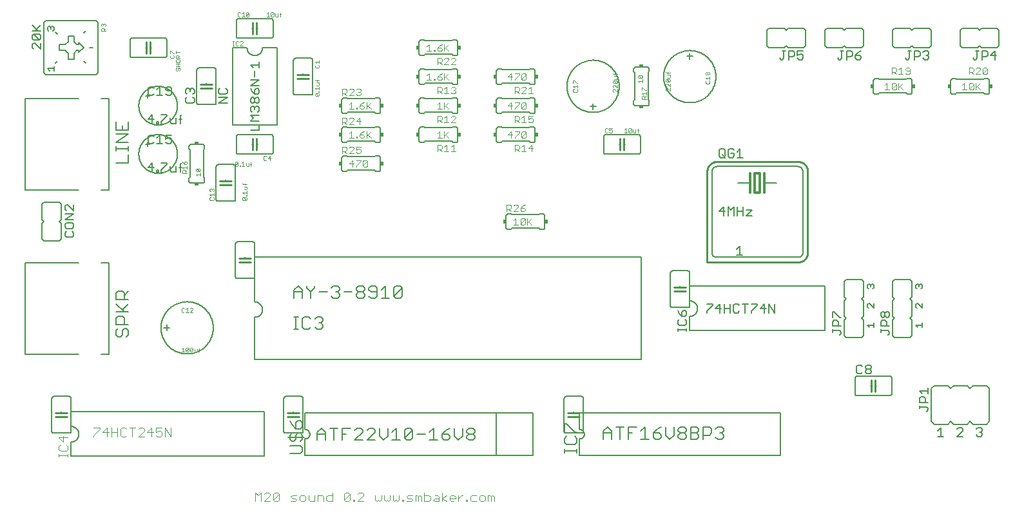
<source format=gto>
G04 EAGLE Gerber RS-274X export*
G75*
%MOMM*%
%FSLAX34Y34*%
%LPD*%
%INSilkscreen Top*%
%IPPOS*%
%AMOC8*
5,1,8,0,0,1.08239X$1,22.5*%
G01*
%ADD10C,0.101600*%
%ADD11C,0.152400*%
%ADD12C,0.127000*%
%ADD13C,0.050800*%
%ADD14C,0.254000*%
%ADD15R,0.508000X0.381000*%
%ADD16C,0.203200*%
%ADD17C,0.177800*%
%ADD18R,0.381000X0.508000*%
%ADD19C,0.304800*%


D10*
X381508Y102108D02*
X381508Y113802D01*
X385406Y109904D01*
X389304Y113802D01*
X389304Y102108D01*
X393202Y102108D02*
X400998Y102108D01*
X393202Y102108D02*
X400998Y109904D01*
X400998Y111853D01*
X399049Y113802D01*
X395151Y113802D01*
X393202Y111853D01*
X404896Y111853D02*
X404896Y104057D01*
X404896Y111853D02*
X406845Y113802D01*
X410743Y113802D01*
X412692Y111853D01*
X412692Y104057D01*
X410743Y102108D01*
X406845Y102108D01*
X404896Y104057D01*
X412692Y111853D01*
X428284Y102108D02*
X434131Y102108D01*
X436080Y104057D01*
X434131Y106006D01*
X430233Y106006D01*
X428284Y107955D01*
X430233Y109904D01*
X436080Y109904D01*
X441927Y102108D02*
X445825Y102108D01*
X447774Y104057D01*
X447774Y107955D01*
X445825Y109904D01*
X441927Y109904D01*
X439978Y107955D01*
X439978Y104057D01*
X441927Y102108D01*
X451672Y104057D02*
X451672Y109904D01*
X451672Y104057D02*
X453621Y102108D01*
X459468Y102108D01*
X459468Y109904D01*
X463366Y109904D02*
X463366Y102108D01*
X463366Y109904D02*
X469213Y109904D01*
X471162Y107955D01*
X471162Y102108D01*
X482856Y102108D02*
X482856Y113802D01*
X482856Y102108D02*
X477009Y102108D01*
X475060Y104057D01*
X475060Y107955D01*
X477009Y109904D01*
X482856Y109904D01*
X498448Y111853D02*
X498448Y104057D01*
X498448Y111853D02*
X500397Y113802D01*
X504295Y113802D01*
X506244Y111853D01*
X506244Y104057D01*
X504295Y102108D01*
X500397Y102108D01*
X498448Y104057D01*
X506244Y111853D01*
X510142Y104057D02*
X510142Y102108D01*
X510142Y104057D02*
X512091Y104057D01*
X512091Y102108D01*
X510142Y102108D01*
X515989Y102108D02*
X523785Y102108D01*
X515989Y102108D02*
X523785Y109904D01*
X523785Y111853D01*
X521836Y113802D01*
X517938Y113802D01*
X515989Y111853D01*
X539377Y109904D02*
X539377Y104057D01*
X541326Y102108D01*
X543275Y104057D01*
X545224Y102108D01*
X547173Y104057D01*
X547173Y109904D01*
X551071Y109904D02*
X551071Y104057D01*
X553020Y102108D01*
X554969Y104057D01*
X556918Y102108D01*
X558867Y104057D01*
X558867Y109904D01*
X562765Y109904D02*
X562765Y104057D01*
X564713Y102108D01*
X566662Y104057D01*
X568611Y102108D01*
X570560Y104057D01*
X570560Y109904D01*
X574458Y104057D02*
X574458Y102108D01*
X574458Y104057D02*
X576407Y104057D01*
X576407Y102108D01*
X574458Y102108D01*
X580305Y102108D02*
X586152Y102108D01*
X588101Y104057D01*
X586152Y106006D01*
X582254Y106006D01*
X580305Y107955D01*
X582254Y109904D01*
X588101Y109904D01*
X591999Y109904D02*
X591999Y102108D01*
X591999Y109904D02*
X593948Y109904D01*
X595897Y107955D01*
X595897Y102108D01*
X595897Y107955D02*
X597846Y109904D01*
X599795Y107955D01*
X599795Y102108D01*
X603693Y102108D02*
X603693Y113802D01*
X603693Y102108D02*
X609540Y102108D01*
X611489Y104057D01*
X611489Y107955D01*
X609540Y109904D01*
X603693Y109904D01*
X617336Y109904D02*
X621234Y109904D01*
X623183Y107955D01*
X623183Y102108D01*
X617336Y102108D01*
X615387Y104057D01*
X617336Y106006D01*
X623183Y106006D01*
X627081Y102108D02*
X627081Y113802D01*
X627081Y106006D02*
X632928Y102108D01*
X627081Y106006D02*
X632928Y109904D01*
X638775Y102108D02*
X642673Y102108D01*
X638775Y102108D02*
X636826Y104057D01*
X636826Y107955D01*
X638775Y109904D01*
X642673Y109904D01*
X644622Y107955D01*
X644622Y106006D01*
X636826Y106006D01*
X648520Y102108D02*
X648520Y109904D01*
X648520Y106006D02*
X652418Y109904D01*
X654367Y109904D01*
X658265Y104057D02*
X658265Y102108D01*
X658265Y104057D02*
X660214Y104057D01*
X660214Y102108D01*
X658265Y102108D01*
X666061Y109904D02*
X671908Y109904D01*
X666061Y109904D02*
X664112Y107955D01*
X664112Y104057D01*
X666061Y102108D01*
X671908Y102108D01*
X677755Y102108D02*
X681653Y102108D01*
X683602Y104057D01*
X683602Y107955D01*
X681653Y109904D01*
X677755Y109904D01*
X675806Y107955D01*
X675806Y104057D01*
X677755Y102108D01*
X687500Y102108D02*
X687500Y109904D01*
X689449Y109904D01*
X691398Y107955D01*
X691398Y102108D01*
X691398Y107955D02*
X693347Y109904D01*
X695296Y107955D01*
X695296Y102108D01*
D11*
X201580Y329109D02*
X198868Y326397D01*
X198868Y320974D01*
X201580Y318262D01*
X204291Y318262D01*
X207003Y320974D01*
X207003Y326397D01*
X209715Y329109D01*
X212426Y329109D01*
X215138Y326397D01*
X215138Y320974D01*
X212426Y318262D01*
X215138Y334634D02*
X198868Y334634D01*
X198868Y342769D01*
X201580Y345480D01*
X207003Y345480D01*
X209715Y342769D01*
X209715Y334634D01*
X215138Y351005D02*
X198868Y351005D01*
X209715Y351005D02*
X198868Y361852D01*
X207003Y353717D02*
X215138Y361852D01*
X215138Y367377D02*
X198868Y367377D01*
X198868Y375512D01*
X201580Y378223D01*
X207003Y378223D01*
X209715Y375512D01*
X209715Y367377D01*
X209715Y372800D02*
X215138Y378223D01*
X215138Y546862D02*
X198868Y546862D01*
X215138Y546862D02*
X215138Y557709D01*
X215138Y563234D02*
X215138Y568657D01*
X215138Y565945D02*
X198868Y565945D01*
X198868Y563234D02*
X198868Y568657D01*
X198868Y574148D02*
X215138Y574148D01*
X215138Y584995D02*
X198868Y574148D01*
X198868Y584995D02*
X215138Y584995D01*
X198868Y590520D02*
X198868Y601366D01*
X198868Y590520D02*
X215138Y590520D01*
X215138Y601366D01*
X207003Y595943D02*
X207003Y590520D01*
X175260Y665480D02*
X175260Y731520D01*
X104140Y731520D02*
X104140Y665480D01*
X172720Y662940D02*
X175260Y665480D01*
X106680Y662940D02*
X104140Y665480D01*
X106680Y662940D02*
X172720Y662940D01*
X104140Y731520D02*
X106680Y734060D01*
X172720Y734060D02*
X175260Y731520D01*
X172720Y734060D02*
X106680Y734060D01*
X135890Y690880D02*
X135890Y683260D01*
X143510Y683260D01*
X143510Y690880D01*
X147320Y694690D01*
X149860Y694690D01*
X149860Y692150D01*
X156210Y698500D01*
X149860Y704850D01*
X149860Y702310D01*
X147320Y702310D01*
X143510Y706120D01*
X143510Y713740D01*
X135890Y713740D01*
X135890Y706120D01*
X132080Y702310D01*
X124460Y702310D01*
X124460Y694690D01*
X132080Y694690D01*
X135890Y690880D01*
X121920Y716280D02*
X119380Y718820D01*
X121920Y680720D02*
X119380Y678180D01*
X156210Y680720D02*
X158750Y678180D01*
X164338Y698500D02*
X168148Y698500D01*
X156210Y717550D02*
X158750Y720090D01*
D12*
X110018Y720494D02*
X108578Y721934D01*
X108578Y724815D01*
X110018Y726256D01*
X111459Y726256D01*
X112899Y724815D01*
X112899Y723375D01*
X112899Y724815D02*
X114340Y726256D01*
X115780Y726256D01*
X117221Y724815D01*
X117221Y721934D01*
X115780Y720494D01*
X108578Y671305D02*
X111459Y668424D01*
X108578Y671305D02*
X117221Y671305D01*
X117221Y668424D02*
X117221Y674186D01*
D13*
X179319Y720548D02*
X184912Y720548D01*
X179319Y720548D02*
X179319Y723344D01*
X180251Y724276D01*
X182116Y724276D01*
X183048Y723344D01*
X183048Y720548D01*
X183048Y722412D02*
X184912Y724276D01*
X180251Y726161D02*
X179319Y727093D01*
X179319Y728957D01*
X180251Y729889D01*
X181184Y729889D01*
X182116Y728957D01*
X182116Y728025D01*
X182116Y728957D02*
X183048Y729889D01*
X183980Y729889D01*
X184912Y728957D01*
X184912Y727093D01*
X183980Y726161D01*
D12*
X99695Y704446D02*
X99695Y696819D01*
X92069Y704446D01*
X90162Y704446D01*
X88255Y702539D01*
X88255Y698726D01*
X90162Y696819D01*
X90162Y708513D02*
X97788Y708513D01*
X90162Y708513D02*
X88255Y710420D01*
X88255Y714233D01*
X90162Y716140D01*
X97788Y716140D01*
X99695Y714233D01*
X99695Y710420D01*
X97788Y708513D01*
X90162Y716140D01*
X88255Y720207D02*
X99695Y720207D01*
X95882Y720207D02*
X88255Y727833D01*
X93975Y722114D02*
X99695Y727833D01*
D11*
X219710Y685800D02*
X262890Y685800D01*
X262890Y711200D02*
X219710Y711200D01*
X217170Y708660D02*
X217170Y688340D01*
X265430Y688340D02*
X265430Y708660D01*
X219710Y685800D02*
X219610Y685802D01*
X219511Y685808D01*
X219411Y685818D01*
X219313Y685831D01*
X219214Y685849D01*
X219117Y685870D01*
X219021Y685895D01*
X218925Y685924D01*
X218831Y685957D01*
X218738Y685993D01*
X218647Y686033D01*
X218557Y686077D01*
X218469Y686124D01*
X218383Y686174D01*
X218299Y686228D01*
X218217Y686285D01*
X218138Y686345D01*
X218060Y686409D01*
X217986Y686475D01*
X217914Y686544D01*
X217845Y686616D01*
X217779Y686690D01*
X217715Y686768D01*
X217655Y686847D01*
X217598Y686929D01*
X217544Y687013D01*
X217494Y687099D01*
X217447Y687187D01*
X217403Y687277D01*
X217363Y687368D01*
X217327Y687461D01*
X217294Y687555D01*
X217265Y687651D01*
X217240Y687747D01*
X217219Y687844D01*
X217201Y687943D01*
X217188Y688041D01*
X217178Y688141D01*
X217172Y688240D01*
X217170Y688340D01*
X262890Y685800D02*
X262990Y685802D01*
X263089Y685808D01*
X263189Y685818D01*
X263287Y685831D01*
X263386Y685849D01*
X263483Y685870D01*
X263579Y685895D01*
X263675Y685924D01*
X263769Y685957D01*
X263862Y685993D01*
X263953Y686033D01*
X264043Y686077D01*
X264131Y686124D01*
X264217Y686174D01*
X264301Y686228D01*
X264383Y686285D01*
X264462Y686345D01*
X264540Y686409D01*
X264614Y686475D01*
X264686Y686544D01*
X264755Y686616D01*
X264821Y686690D01*
X264885Y686768D01*
X264945Y686847D01*
X265002Y686929D01*
X265056Y687013D01*
X265106Y687099D01*
X265153Y687187D01*
X265197Y687277D01*
X265237Y687368D01*
X265273Y687461D01*
X265306Y687555D01*
X265335Y687651D01*
X265360Y687747D01*
X265381Y687844D01*
X265399Y687943D01*
X265412Y688041D01*
X265422Y688141D01*
X265428Y688240D01*
X265430Y688340D01*
X219710Y711200D02*
X219610Y711198D01*
X219511Y711192D01*
X219411Y711182D01*
X219313Y711169D01*
X219214Y711151D01*
X219117Y711130D01*
X219021Y711105D01*
X218925Y711076D01*
X218831Y711043D01*
X218738Y711007D01*
X218647Y710967D01*
X218557Y710923D01*
X218469Y710876D01*
X218383Y710826D01*
X218299Y710772D01*
X218217Y710715D01*
X218138Y710655D01*
X218060Y710591D01*
X217986Y710525D01*
X217914Y710456D01*
X217845Y710384D01*
X217779Y710310D01*
X217715Y710232D01*
X217655Y710153D01*
X217598Y710071D01*
X217544Y709987D01*
X217494Y709901D01*
X217447Y709813D01*
X217403Y709723D01*
X217363Y709632D01*
X217327Y709539D01*
X217294Y709445D01*
X217265Y709349D01*
X217240Y709253D01*
X217219Y709156D01*
X217201Y709057D01*
X217188Y708959D01*
X217178Y708859D01*
X217172Y708760D01*
X217170Y708660D01*
X262890Y711200D02*
X262990Y711198D01*
X263089Y711192D01*
X263189Y711182D01*
X263287Y711169D01*
X263386Y711151D01*
X263483Y711130D01*
X263579Y711105D01*
X263675Y711076D01*
X263769Y711043D01*
X263862Y711007D01*
X263953Y710967D01*
X264043Y710923D01*
X264131Y710876D01*
X264217Y710826D01*
X264301Y710772D01*
X264383Y710715D01*
X264462Y710655D01*
X264540Y710591D01*
X264614Y710525D01*
X264686Y710456D01*
X264755Y710384D01*
X264821Y710310D01*
X264885Y710232D01*
X264945Y710153D01*
X265002Y710071D01*
X265056Y709987D01*
X265106Y709901D01*
X265153Y709813D01*
X265197Y709723D01*
X265237Y709632D01*
X265273Y709539D01*
X265306Y709445D01*
X265335Y709349D01*
X265360Y709253D01*
X265381Y709156D01*
X265399Y709057D01*
X265412Y708959D01*
X265422Y708859D01*
X265428Y708760D01*
X265430Y708660D01*
X238760Y698500D02*
X237490Y698500D01*
D14*
X238760Y698500D02*
X238760Y690880D01*
X238760Y698500D02*
X238760Y706120D01*
X243840Y698500D02*
X243840Y690880D01*
X243840Y698500D02*
X243840Y706120D01*
D11*
X243840Y698500D02*
X245110Y698500D01*
D13*
X269489Y687784D02*
X270421Y688716D01*
X269489Y687784D02*
X269489Y685920D01*
X270421Y684988D01*
X274150Y684988D01*
X275082Y685920D01*
X275082Y687784D01*
X274150Y688716D01*
X269489Y690601D02*
X269489Y694329D01*
X270421Y694329D01*
X274150Y690601D01*
X275082Y690601D01*
X278041Y671877D02*
X277109Y670945D01*
X277109Y669081D01*
X278041Y668148D01*
X278974Y668148D01*
X279906Y669081D01*
X279906Y670945D01*
X280838Y671877D01*
X281770Y671877D01*
X282702Y670945D01*
X282702Y669081D01*
X281770Y668148D01*
X282702Y673762D02*
X277109Y673762D01*
X279906Y673762D02*
X279906Y677490D01*
X282702Y677490D02*
X277109Y677490D01*
X277109Y680307D02*
X277109Y682171D01*
X277109Y680307D02*
X278041Y679375D01*
X281770Y679375D01*
X282702Y680307D01*
X282702Y682171D01*
X281770Y683103D01*
X278041Y683103D01*
X277109Y682171D01*
X277109Y684988D02*
X282702Y684988D01*
X277109Y684988D02*
X277109Y687784D01*
X278041Y688716D01*
X279906Y688716D01*
X280838Y687784D01*
X280838Y684988D01*
X280838Y686852D02*
X282702Y688716D01*
X282702Y692465D02*
X277109Y692465D01*
X277109Y690601D02*
X277109Y694329D01*
D11*
X410210Y698500D02*
X410210Y596900D01*
X351790Y596900D02*
X351790Y698500D01*
X351790Y596900D02*
X410210Y596900D01*
X410210Y698500D02*
X391160Y698500D01*
X370840Y698500D02*
X351790Y698500D01*
X370840Y698500D02*
X370843Y698253D01*
X370852Y698005D01*
X370867Y697758D01*
X370888Y697512D01*
X370915Y697266D01*
X370948Y697021D01*
X370987Y696776D01*
X371032Y696533D01*
X371083Y696291D01*
X371140Y696050D01*
X371202Y695811D01*
X371271Y695573D01*
X371345Y695337D01*
X371425Y695103D01*
X371510Y694871D01*
X371602Y694641D01*
X371698Y694413D01*
X371801Y694188D01*
X371908Y693965D01*
X372022Y693745D01*
X372140Y693528D01*
X372264Y693313D01*
X372393Y693102D01*
X372527Y692894D01*
X372666Y692689D01*
X372810Y692488D01*
X372958Y692290D01*
X373112Y692096D01*
X373270Y691906D01*
X373433Y691720D01*
X373600Y691538D01*
X373772Y691360D01*
X373948Y691186D01*
X374128Y691016D01*
X374313Y690851D01*
X374501Y690691D01*
X374693Y690535D01*
X374889Y690383D01*
X375088Y690237D01*
X375291Y690095D01*
X375498Y689959D01*
X375707Y689827D01*
X375920Y689701D01*
X376136Y689580D01*
X376354Y689464D01*
X376576Y689354D01*
X376800Y689249D01*
X377026Y689149D01*
X377255Y689055D01*
X377486Y688967D01*
X377720Y688884D01*
X377955Y688807D01*
X378192Y688736D01*
X378430Y688670D01*
X378670Y688611D01*
X378912Y688557D01*
X379155Y688509D01*
X379398Y688467D01*
X379643Y688431D01*
X379889Y688401D01*
X380135Y688377D01*
X380382Y688359D01*
X380629Y688347D01*
X380876Y688341D01*
X381124Y688341D01*
X381371Y688347D01*
X381618Y688359D01*
X381865Y688377D01*
X382111Y688401D01*
X382357Y688431D01*
X382602Y688467D01*
X382845Y688509D01*
X383088Y688557D01*
X383330Y688611D01*
X383570Y688670D01*
X383808Y688736D01*
X384045Y688807D01*
X384280Y688884D01*
X384514Y688967D01*
X384745Y689055D01*
X384974Y689149D01*
X385200Y689249D01*
X385424Y689354D01*
X385646Y689464D01*
X385864Y689580D01*
X386080Y689701D01*
X386293Y689827D01*
X386502Y689959D01*
X386709Y690095D01*
X386912Y690237D01*
X387111Y690383D01*
X387307Y690535D01*
X387499Y690691D01*
X387687Y690851D01*
X387872Y691016D01*
X388052Y691186D01*
X388228Y691360D01*
X388400Y691538D01*
X388567Y691720D01*
X388730Y691906D01*
X388888Y692096D01*
X389042Y692290D01*
X389190Y692488D01*
X389334Y692689D01*
X389473Y692894D01*
X389607Y693102D01*
X389736Y693313D01*
X389860Y693528D01*
X389978Y693745D01*
X390092Y693965D01*
X390199Y694188D01*
X390302Y694413D01*
X390398Y694641D01*
X390490Y694871D01*
X390575Y695103D01*
X390655Y695337D01*
X390729Y695573D01*
X390798Y695811D01*
X390860Y696050D01*
X390917Y696291D01*
X390968Y696533D01*
X391013Y696776D01*
X391052Y697021D01*
X391085Y697266D01*
X391112Y697512D01*
X391133Y697758D01*
X391148Y698005D01*
X391157Y698253D01*
X391160Y698500D01*
D13*
X353908Y701294D02*
X352044Y701294D01*
X352976Y701294D02*
X352976Y706887D01*
X352044Y706887D02*
X353908Y706887D01*
X358582Y706887D02*
X359515Y705955D01*
X358582Y706887D02*
X356718Y706887D01*
X355786Y705955D01*
X355786Y702226D01*
X356718Y701294D01*
X358582Y701294D01*
X359515Y702226D01*
X361399Y701294D02*
X365128Y701294D01*
X361399Y701294D02*
X365128Y705023D01*
X365128Y705955D01*
X364196Y706887D01*
X362331Y706887D01*
X361399Y705955D01*
D12*
X375275Y590343D02*
X386715Y590343D01*
X386715Y597970D01*
X386715Y602037D02*
X375275Y602037D01*
X379089Y605850D01*
X375275Y609664D01*
X386715Y609664D01*
X377182Y613731D02*
X375275Y615638D01*
X375275Y619451D01*
X377182Y621358D01*
X379089Y621358D01*
X380995Y619451D01*
X380995Y617544D01*
X380995Y619451D02*
X382902Y621358D01*
X384808Y621358D01*
X386715Y619451D01*
X386715Y615638D01*
X384808Y613731D01*
X377182Y625425D02*
X375275Y627332D01*
X375275Y631145D01*
X377182Y633051D01*
X379089Y633051D01*
X380995Y631145D01*
X382902Y633051D01*
X384808Y633051D01*
X386715Y631145D01*
X386715Y627332D01*
X384808Y625425D01*
X382902Y625425D01*
X380995Y627332D01*
X379089Y625425D01*
X377182Y625425D01*
X380995Y627332D02*
X380995Y631145D01*
X377182Y640932D02*
X375275Y644745D01*
X377182Y640932D02*
X380995Y637119D01*
X384808Y637119D01*
X386715Y639026D01*
X386715Y642839D01*
X384808Y644745D01*
X382902Y644745D01*
X380995Y642839D01*
X380995Y637119D01*
X386715Y648813D02*
X375275Y648813D01*
X386715Y656439D01*
X375275Y656439D01*
X380995Y660507D02*
X380995Y668133D01*
X379089Y672201D02*
X375275Y676014D01*
X386715Y676014D01*
X386715Y672201D02*
X386715Y679827D01*
D11*
X457200Y681990D02*
X457200Y638810D01*
X431800Y638810D02*
X431800Y681990D01*
X434340Y636270D02*
X454660Y636270D01*
X454660Y684530D02*
X434340Y684530D01*
X457200Y638810D02*
X457198Y638710D01*
X457192Y638611D01*
X457182Y638511D01*
X457169Y638413D01*
X457151Y638314D01*
X457130Y638217D01*
X457105Y638121D01*
X457076Y638025D01*
X457043Y637931D01*
X457007Y637838D01*
X456967Y637747D01*
X456923Y637657D01*
X456876Y637569D01*
X456826Y637483D01*
X456772Y637399D01*
X456715Y637317D01*
X456655Y637238D01*
X456591Y637160D01*
X456525Y637086D01*
X456456Y637014D01*
X456384Y636945D01*
X456310Y636879D01*
X456232Y636815D01*
X456153Y636755D01*
X456071Y636698D01*
X455987Y636644D01*
X455901Y636594D01*
X455813Y636547D01*
X455723Y636503D01*
X455632Y636463D01*
X455539Y636427D01*
X455445Y636394D01*
X455349Y636365D01*
X455253Y636340D01*
X455156Y636319D01*
X455057Y636301D01*
X454959Y636288D01*
X454859Y636278D01*
X454760Y636272D01*
X454660Y636270D01*
X457200Y681990D02*
X457198Y682090D01*
X457192Y682189D01*
X457182Y682289D01*
X457169Y682387D01*
X457151Y682486D01*
X457130Y682583D01*
X457105Y682679D01*
X457076Y682775D01*
X457043Y682869D01*
X457007Y682962D01*
X456967Y683053D01*
X456923Y683143D01*
X456876Y683231D01*
X456826Y683317D01*
X456772Y683401D01*
X456715Y683483D01*
X456655Y683562D01*
X456591Y683640D01*
X456525Y683714D01*
X456456Y683786D01*
X456384Y683855D01*
X456310Y683921D01*
X456232Y683985D01*
X456153Y684045D01*
X456071Y684102D01*
X455987Y684156D01*
X455901Y684206D01*
X455813Y684253D01*
X455723Y684297D01*
X455632Y684337D01*
X455539Y684373D01*
X455445Y684406D01*
X455349Y684435D01*
X455253Y684460D01*
X455156Y684481D01*
X455057Y684499D01*
X454959Y684512D01*
X454859Y684522D01*
X454760Y684528D01*
X454660Y684530D01*
X431800Y638810D02*
X431802Y638710D01*
X431808Y638611D01*
X431818Y638511D01*
X431831Y638413D01*
X431849Y638314D01*
X431870Y638217D01*
X431895Y638121D01*
X431924Y638025D01*
X431957Y637931D01*
X431993Y637838D01*
X432033Y637747D01*
X432077Y637657D01*
X432124Y637569D01*
X432174Y637483D01*
X432228Y637399D01*
X432285Y637317D01*
X432345Y637238D01*
X432409Y637160D01*
X432475Y637086D01*
X432544Y637014D01*
X432616Y636945D01*
X432690Y636879D01*
X432768Y636815D01*
X432847Y636755D01*
X432929Y636698D01*
X433013Y636644D01*
X433099Y636594D01*
X433187Y636547D01*
X433277Y636503D01*
X433368Y636463D01*
X433461Y636427D01*
X433555Y636394D01*
X433651Y636365D01*
X433747Y636340D01*
X433844Y636319D01*
X433943Y636301D01*
X434041Y636288D01*
X434141Y636278D01*
X434240Y636272D01*
X434340Y636270D01*
X431800Y681990D02*
X431802Y682090D01*
X431808Y682189D01*
X431818Y682289D01*
X431831Y682387D01*
X431849Y682486D01*
X431870Y682583D01*
X431895Y682679D01*
X431924Y682775D01*
X431957Y682869D01*
X431993Y682962D01*
X432033Y683053D01*
X432077Y683143D01*
X432124Y683231D01*
X432174Y683317D01*
X432228Y683401D01*
X432285Y683483D01*
X432345Y683562D01*
X432409Y683640D01*
X432475Y683714D01*
X432544Y683786D01*
X432616Y683855D01*
X432690Y683921D01*
X432768Y683985D01*
X432847Y684045D01*
X432929Y684102D01*
X433013Y684156D01*
X433099Y684206D01*
X433187Y684253D01*
X433277Y684297D01*
X433368Y684337D01*
X433461Y684373D01*
X433555Y684406D01*
X433651Y684435D01*
X433747Y684460D01*
X433844Y684481D01*
X433943Y684499D01*
X434041Y684512D01*
X434141Y684522D01*
X434240Y684528D01*
X434340Y684530D01*
X444500Y657860D02*
X444500Y656590D01*
D14*
X444500Y657860D02*
X452120Y657860D01*
X444500Y657860D02*
X436880Y657860D01*
X444500Y662940D02*
X452120Y662940D01*
X444500Y662940D02*
X436880Y662940D01*
D11*
X444500Y662940D02*
X444500Y664210D01*
D13*
X459989Y675084D02*
X460921Y676016D01*
X459989Y675084D02*
X459989Y673220D01*
X460921Y672288D01*
X464650Y672288D01*
X465582Y673220D01*
X465582Y675084D01*
X464650Y676016D01*
X461854Y677901D02*
X459989Y679765D01*
X465582Y679765D01*
X465582Y677901D02*
X465582Y681629D01*
X464650Y634726D02*
X460921Y634726D01*
X459989Y635658D01*
X459989Y637522D01*
X460921Y638455D01*
X464650Y638455D01*
X465582Y637522D01*
X465582Y635658D01*
X464650Y634726D01*
X460921Y638455D01*
X464650Y640339D02*
X465582Y640339D01*
X464650Y640339D02*
X464650Y641271D01*
X465582Y641271D01*
X465582Y640339D01*
X461854Y643146D02*
X459989Y645010D01*
X465582Y645010D01*
X465582Y643146D02*
X465582Y646874D01*
X464650Y648759D02*
X461854Y648759D01*
X464650Y648759D02*
X465582Y649691D01*
X465582Y652487D01*
X461854Y652487D01*
X460921Y655304D02*
X465582Y655304D01*
X460921Y655304D02*
X459989Y656236D01*
X462786Y656236D02*
X462786Y654372D01*
D11*
X402590Y711200D02*
X359410Y711200D01*
X359410Y736600D02*
X402590Y736600D01*
X356870Y734060D02*
X356870Y713740D01*
X405130Y713740D02*
X405130Y734060D01*
X359410Y711200D02*
X359310Y711202D01*
X359211Y711208D01*
X359111Y711218D01*
X359013Y711231D01*
X358914Y711249D01*
X358817Y711270D01*
X358721Y711295D01*
X358625Y711324D01*
X358531Y711357D01*
X358438Y711393D01*
X358347Y711433D01*
X358257Y711477D01*
X358169Y711524D01*
X358083Y711574D01*
X357999Y711628D01*
X357917Y711685D01*
X357838Y711745D01*
X357760Y711809D01*
X357686Y711875D01*
X357614Y711944D01*
X357545Y712016D01*
X357479Y712090D01*
X357415Y712168D01*
X357355Y712247D01*
X357298Y712329D01*
X357244Y712413D01*
X357194Y712499D01*
X357147Y712587D01*
X357103Y712677D01*
X357063Y712768D01*
X357027Y712861D01*
X356994Y712955D01*
X356965Y713051D01*
X356940Y713147D01*
X356919Y713244D01*
X356901Y713343D01*
X356888Y713441D01*
X356878Y713541D01*
X356872Y713640D01*
X356870Y713740D01*
X402590Y711200D02*
X402690Y711202D01*
X402789Y711208D01*
X402889Y711218D01*
X402987Y711231D01*
X403086Y711249D01*
X403183Y711270D01*
X403279Y711295D01*
X403375Y711324D01*
X403469Y711357D01*
X403562Y711393D01*
X403653Y711433D01*
X403743Y711477D01*
X403831Y711524D01*
X403917Y711574D01*
X404001Y711628D01*
X404083Y711685D01*
X404162Y711745D01*
X404240Y711809D01*
X404314Y711875D01*
X404386Y711944D01*
X404455Y712016D01*
X404521Y712090D01*
X404585Y712168D01*
X404645Y712247D01*
X404702Y712329D01*
X404756Y712413D01*
X404806Y712499D01*
X404853Y712587D01*
X404897Y712677D01*
X404937Y712768D01*
X404973Y712861D01*
X405006Y712955D01*
X405035Y713051D01*
X405060Y713147D01*
X405081Y713244D01*
X405099Y713343D01*
X405112Y713441D01*
X405122Y713541D01*
X405128Y713640D01*
X405130Y713740D01*
X359410Y736600D02*
X359310Y736598D01*
X359211Y736592D01*
X359111Y736582D01*
X359013Y736569D01*
X358914Y736551D01*
X358817Y736530D01*
X358721Y736505D01*
X358625Y736476D01*
X358531Y736443D01*
X358438Y736407D01*
X358347Y736367D01*
X358257Y736323D01*
X358169Y736276D01*
X358083Y736226D01*
X357999Y736172D01*
X357917Y736115D01*
X357838Y736055D01*
X357760Y735991D01*
X357686Y735925D01*
X357614Y735856D01*
X357545Y735784D01*
X357479Y735710D01*
X357415Y735632D01*
X357355Y735553D01*
X357298Y735471D01*
X357244Y735387D01*
X357194Y735301D01*
X357147Y735213D01*
X357103Y735123D01*
X357063Y735032D01*
X357027Y734939D01*
X356994Y734845D01*
X356965Y734749D01*
X356940Y734653D01*
X356919Y734556D01*
X356901Y734457D01*
X356888Y734359D01*
X356878Y734259D01*
X356872Y734160D01*
X356870Y734060D01*
X402590Y736600D02*
X402690Y736598D01*
X402789Y736592D01*
X402889Y736582D01*
X402987Y736569D01*
X403086Y736551D01*
X403183Y736530D01*
X403279Y736505D01*
X403375Y736476D01*
X403469Y736443D01*
X403562Y736407D01*
X403653Y736367D01*
X403743Y736323D01*
X403831Y736276D01*
X403917Y736226D01*
X404001Y736172D01*
X404083Y736115D01*
X404162Y736055D01*
X404240Y735991D01*
X404314Y735925D01*
X404386Y735856D01*
X404455Y735784D01*
X404521Y735710D01*
X404585Y735632D01*
X404645Y735553D01*
X404702Y735471D01*
X404756Y735387D01*
X404806Y735301D01*
X404853Y735213D01*
X404897Y735123D01*
X404937Y735032D01*
X404973Y734939D01*
X405006Y734845D01*
X405035Y734749D01*
X405060Y734653D01*
X405081Y734556D01*
X405099Y734457D01*
X405112Y734359D01*
X405122Y734259D01*
X405128Y734160D01*
X405130Y734060D01*
X378460Y723900D02*
X377190Y723900D01*
D14*
X378460Y723900D02*
X378460Y716280D01*
X378460Y723900D02*
X378460Y731520D01*
X383540Y723900D02*
X383540Y716280D01*
X383540Y723900D02*
X383540Y731520D01*
D11*
X383540Y723900D02*
X384810Y723900D01*
D13*
X362123Y744055D02*
X361190Y744987D01*
X359326Y744987D01*
X358394Y744055D01*
X358394Y740326D01*
X359326Y739394D01*
X361190Y739394D01*
X362123Y740326D01*
X364007Y743123D02*
X365871Y744987D01*
X365871Y739394D01*
X364007Y739394D02*
X367736Y739394D01*
X369620Y740326D02*
X369620Y744055D01*
X370552Y744987D01*
X372417Y744987D01*
X373349Y744055D01*
X373349Y740326D01*
X372417Y739394D01*
X370552Y739394D01*
X369620Y740326D01*
X373349Y744055D01*
X396494Y743123D02*
X398358Y744987D01*
X398358Y739394D01*
X396494Y739394D02*
X400223Y739394D01*
X402107Y740326D02*
X402107Y744055D01*
X403039Y744987D01*
X404903Y744987D01*
X405836Y744055D01*
X405836Y740326D01*
X404903Y739394D01*
X403039Y739394D01*
X402107Y740326D01*
X405836Y744055D01*
X407720Y743123D02*
X407720Y740326D01*
X408652Y739394D01*
X411449Y739394D01*
X411449Y743123D01*
X414265Y744055D02*
X414265Y739394D01*
X414265Y744055D02*
X415198Y744987D01*
X415198Y742190D02*
X413333Y742190D01*
D11*
X402590Y558800D02*
X359410Y558800D01*
X359410Y584200D02*
X402590Y584200D01*
X356870Y581660D02*
X356870Y561340D01*
X405130Y561340D02*
X405130Y581660D01*
X359410Y558800D02*
X359310Y558802D01*
X359211Y558808D01*
X359111Y558818D01*
X359013Y558831D01*
X358914Y558849D01*
X358817Y558870D01*
X358721Y558895D01*
X358625Y558924D01*
X358531Y558957D01*
X358438Y558993D01*
X358347Y559033D01*
X358257Y559077D01*
X358169Y559124D01*
X358083Y559174D01*
X357999Y559228D01*
X357917Y559285D01*
X357838Y559345D01*
X357760Y559409D01*
X357686Y559475D01*
X357614Y559544D01*
X357545Y559616D01*
X357479Y559690D01*
X357415Y559768D01*
X357355Y559847D01*
X357298Y559929D01*
X357244Y560013D01*
X357194Y560099D01*
X357147Y560187D01*
X357103Y560277D01*
X357063Y560368D01*
X357027Y560461D01*
X356994Y560555D01*
X356965Y560651D01*
X356940Y560747D01*
X356919Y560844D01*
X356901Y560943D01*
X356888Y561041D01*
X356878Y561141D01*
X356872Y561240D01*
X356870Y561340D01*
X402590Y558800D02*
X402690Y558802D01*
X402789Y558808D01*
X402889Y558818D01*
X402987Y558831D01*
X403086Y558849D01*
X403183Y558870D01*
X403279Y558895D01*
X403375Y558924D01*
X403469Y558957D01*
X403562Y558993D01*
X403653Y559033D01*
X403743Y559077D01*
X403831Y559124D01*
X403917Y559174D01*
X404001Y559228D01*
X404083Y559285D01*
X404162Y559345D01*
X404240Y559409D01*
X404314Y559475D01*
X404386Y559544D01*
X404455Y559616D01*
X404521Y559690D01*
X404585Y559768D01*
X404645Y559847D01*
X404702Y559929D01*
X404756Y560013D01*
X404806Y560099D01*
X404853Y560187D01*
X404897Y560277D01*
X404937Y560368D01*
X404973Y560461D01*
X405006Y560555D01*
X405035Y560651D01*
X405060Y560747D01*
X405081Y560844D01*
X405099Y560943D01*
X405112Y561041D01*
X405122Y561141D01*
X405128Y561240D01*
X405130Y561340D01*
X359410Y584200D02*
X359310Y584198D01*
X359211Y584192D01*
X359111Y584182D01*
X359013Y584169D01*
X358914Y584151D01*
X358817Y584130D01*
X358721Y584105D01*
X358625Y584076D01*
X358531Y584043D01*
X358438Y584007D01*
X358347Y583967D01*
X358257Y583923D01*
X358169Y583876D01*
X358083Y583826D01*
X357999Y583772D01*
X357917Y583715D01*
X357838Y583655D01*
X357760Y583591D01*
X357686Y583525D01*
X357614Y583456D01*
X357545Y583384D01*
X357479Y583310D01*
X357415Y583232D01*
X357355Y583153D01*
X357298Y583071D01*
X357244Y582987D01*
X357194Y582901D01*
X357147Y582813D01*
X357103Y582723D01*
X357063Y582632D01*
X357027Y582539D01*
X356994Y582445D01*
X356965Y582349D01*
X356940Y582253D01*
X356919Y582156D01*
X356901Y582057D01*
X356888Y581959D01*
X356878Y581859D01*
X356872Y581760D01*
X356870Y581660D01*
X402590Y584200D02*
X402690Y584198D01*
X402789Y584192D01*
X402889Y584182D01*
X402987Y584169D01*
X403086Y584151D01*
X403183Y584130D01*
X403279Y584105D01*
X403375Y584076D01*
X403469Y584043D01*
X403562Y584007D01*
X403653Y583967D01*
X403743Y583923D01*
X403831Y583876D01*
X403917Y583826D01*
X404001Y583772D01*
X404083Y583715D01*
X404162Y583655D01*
X404240Y583591D01*
X404314Y583525D01*
X404386Y583456D01*
X404455Y583384D01*
X404521Y583310D01*
X404585Y583232D01*
X404645Y583153D01*
X404702Y583071D01*
X404756Y582987D01*
X404806Y582901D01*
X404853Y582813D01*
X404897Y582723D01*
X404937Y582632D01*
X404973Y582539D01*
X405006Y582445D01*
X405035Y582349D01*
X405060Y582253D01*
X405081Y582156D01*
X405099Y582057D01*
X405112Y581959D01*
X405122Y581859D01*
X405128Y581760D01*
X405130Y581660D01*
X378460Y571500D02*
X377190Y571500D01*
D14*
X378460Y571500D02*
X378460Y563880D01*
X378460Y571500D02*
X378460Y579120D01*
X383540Y571500D02*
X383540Y563880D01*
X383540Y571500D02*
X383540Y579120D01*
D11*
X383540Y571500D02*
X384810Y571500D01*
D13*
X395684Y556011D02*
X396616Y555079D01*
X395684Y556011D02*
X393820Y556011D01*
X392888Y555079D01*
X392888Y551350D01*
X393820Y550418D01*
X395684Y550418D01*
X396616Y551350D01*
X401297Y550418D02*
X401297Y556011D01*
X398501Y553214D01*
X402229Y553214D01*
X355326Y547459D02*
X355326Y543730D01*
X355326Y547459D02*
X356258Y548391D01*
X358122Y548391D01*
X359055Y547459D01*
X359055Y543730D01*
X358122Y542798D01*
X356258Y542798D01*
X355326Y543730D01*
X359055Y547459D01*
X360939Y543730D02*
X360939Y542798D01*
X360939Y543730D02*
X361871Y543730D01*
X361871Y542798D01*
X360939Y542798D01*
X363746Y546527D02*
X365610Y548391D01*
X365610Y542798D01*
X363746Y542798D02*
X367474Y542798D01*
X369359Y543730D02*
X369359Y546527D01*
X369359Y543730D02*
X370291Y542798D01*
X373087Y542798D01*
X373087Y546527D01*
X375904Y547459D02*
X375904Y542798D01*
X375904Y547459D02*
X376836Y548391D01*
X376836Y545594D02*
X374972Y545594D01*
D11*
X269240Y330200D02*
X261620Y330200D01*
X265430Y326390D02*
X265430Y334010D01*
X257810Y330200D02*
X257820Y331042D01*
X257851Y331883D01*
X257903Y332723D01*
X257975Y333561D01*
X258068Y334397D01*
X258181Y335231D01*
X258315Y336062D01*
X258469Y336890D01*
X258643Y337713D01*
X258838Y338532D01*
X259052Y339346D01*
X259287Y340154D01*
X259541Y340956D01*
X259814Y341752D01*
X260108Y342541D01*
X260420Y343322D01*
X260752Y344096D01*
X261102Y344861D01*
X261471Y345617D01*
X261859Y346364D01*
X262265Y347101D01*
X262688Y347829D01*
X263130Y348545D01*
X263589Y349251D01*
X264065Y349944D01*
X264558Y350627D01*
X265068Y351296D01*
X265593Y351953D01*
X266135Y352597D01*
X266693Y353228D01*
X267266Y353844D01*
X267853Y354447D01*
X268456Y355034D01*
X269072Y355607D01*
X269703Y356165D01*
X270347Y356707D01*
X271004Y357232D01*
X271673Y357742D01*
X272356Y358235D01*
X273049Y358711D01*
X273755Y359170D01*
X274471Y359612D01*
X275199Y360035D01*
X275936Y360441D01*
X276683Y360829D01*
X277439Y361198D01*
X278204Y361548D01*
X278978Y361880D01*
X279759Y362192D01*
X280548Y362486D01*
X281344Y362759D01*
X282146Y363013D01*
X282954Y363248D01*
X283768Y363462D01*
X284587Y363657D01*
X285410Y363831D01*
X286238Y363985D01*
X287069Y364119D01*
X287903Y364232D01*
X288739Y364325D01*
X289577Y364397D01*
X290417Y364449D01*
X291258Y364480D01*
X292100Y364490D01*
X292942Y364480D01*
X293783Y364449D01*
X294623Y364397D01*
X295461Y364325D01*
X296297Y364232D01*
X297131Y364119D01*
X297962Y363985D01*
X298790Y363831D01*
X299613Y363657D01*
X300432Y363462D01*
X301246Y363248D01*
X302054Y363013D01*
X302856Y362759D01*
X303652Y362486D01*
X304441Y362192D01*
X305222Y361880D01*
X305996Y361548D01*
X306761Y361198D01*
X307517Y360829D01*
X308264Y360441D01*
X309001Y360035D01*
X309729Y359612D01*
X310445Y359170D01*
X311151Y358711D01*
X311844Y358235D01*
X312527Y357742D01*
X313196Y357232D01*
X313853Y356707D01*
X314497Y356165D01*
X315128Y355607D01*
X315744Y355034D01*
X316347Y354447D01*
X316934Y353844D01*
X317507Y353228D01*
X318065Y352597D01*
X318607Y351953D01*
X319132Y351296D01*
X319642Y350627D01*
X320135Y349944D01*
X320611Y349251D01*
X321070Y348545D01*
X321512Y347829D01*
X321935Y347101D01*
X322341Y346364D01*
X322729Y345617D01*
X323098Y344861D01*
X323448Y344096D01*
X323780Y343322D01*
X324092Y342541D01*
X324386Y341752D01*
X324659Y340956D01*
X324913Y340154D01*
X325148Y339346D01*
X325362Y338532D01*
X325557Y337713D01*
X325731Y336890D01*
X325885Y336062D01*
X326019Y335231D01*
X326132Y334397D01*
X326225Y333561D01*
X326297Y332723D01*
X326349Y331883D01*
X326380Y331042D01*
X326390Y330200D01*
X326380Y329358D01*
X326349Y328517D01*
X326297Y327677D01*
X326225Y326839D01*
X326132Y326003D01*
X326019Y325169D01*
X325885Y324338D01*
X325731Y323510D01*
X325557Y322687D01*
X325362Y321868D01*
X325148Y321054D01*
X324913Y320246D01*
X324659Y319444D01*
X324386Y318648D01*
X324092Y317859D01*
X323780Y317078D01*
X323448Y316304D01*
X323098Y315539D01*
X322729Y314783D01*
X322341Y314036D01*
X321935Y313299D01*
X321512Y312571D01*
X321070Y311855D01*
X320611Y311149D01*
X320135Y310456D01*
X319642Y309773D01*
X319132Y309104D01*
X318607Y308447D01*
X318065Y307803D01*
X317507Y307172D01*
X316934Y306556D01*
X316347Y305953D01*
X315744Y305366D01*
X315128Y304793D01*
X314497Y304235D01*
X313853Y303693D01*
X313196Y303168D01*
X312527Y302658D01*
X311844Y302165D01*
X311151Y301689D01*
X310445Y301230D01*
X309729Y300788D01*
X309001Y300365D01*
X308264Y299959D01*
X307517Y299571D01*
X306761Y299202D01*
X305996Y298852D01*
X305222Y298520D01*
X304441Y298208D01*
X303652Y297914D01*
X302856Y297641D01*
X302054Y297387D01*
X301246Y297152D01*
X300432Y296938D01*
X299613Y296743D01*
X298790Y296569D01*
X297962Y296415D01*
X297131Y296281D01*
X296297Y296168D01*
X295461Y296075D01*
X294623Y296003D01*
X293783Y295951D01*
X292942Y295920D01*
X292100Y295910D01*
X291258Y295920D01*
X290417Y295951D01*
X289577Y296003D01*
X288739Y296075D01*
X287903Y296168D01*
X287069Y296281D01*
X286238Y296415D01*
X285410Y296569D01*
X284587Y296743D01*
X283768Y296938D01*
X282954Y297152D01*
X282146Y297387D01*
X281344Y297641D01*
X280548Y297914D01*
X279759Y298208D01*
X278978Y298520D01*
X278204Y298852D01*
X277439Y299202D01*
X276683Y299571D01*
X275936Y299959D01*
X275199Y300365D01*
X274471Y300788D01*
X273755Y301230D01*
X273049Y301689D01*
X272356Y302165D01*
X271673Y302658D01*
X271004Y303168D01*
X270347Y303693D01*
X269703Y304235D01*
X269072Y304793D01*
X268456Y305366D01*
X267853Y305953D01*
X267266Y306556D01*
X266693Y307172D01*
X266135Y307803D01*
X265593Y308447D01*
X265068Y309104D01*
X264558Y309773D01*
X264065Y310456D01*
X263589Y311149D01*
X263130Y311855D01*
X262688Y312571D01*
X262265Y313299D01*
X261859Y314036D01*
X261471Y314783D01*
X261102Y315539D01*
X260752Y316304D01*
X260420Y317078D01*
X260108Y317859D01*
X259814Y318648D01*
X259541Y319444D01*
X259287Y320246D01*
X259052Y321054D01*
X258838Y321868D01*
X258643Y322687D01*
X258469Y323510D01*
X258315Y324338D01*
X258181Y325169D01*
X258068Y326003D01*
X257975Y326839D01*
X257903Y327677D01*
X257851Y328517D01*
X257820Y329358D01*
X257810Y330200D01*
D13*
X287530Y356367D02*
X288463Y355435D01*
X287530Y356367D02*
X285666Y356367D01*
X284734Y355435D01*
X284734Y351706D01*
X285666Y350774D01*
X287530Y350774D01*
X288463Y351706D01*
X290347Y354503D02*
X292211Y356367D01*
X292211Y350774D01*
X290347Y350774D02*
X294076Y350774D01*
X295960Y350774D02*
X299689Y350774D01*
X295960Y350774D02*
X299689Y354503D01*
X299689Y355435D01*
X298757Y356367D01*
X296892Y356367D01*
X295960Y355435D01*
X286598Y304297D02*
X284734Y302433D01*
X286598Y304297D02*
X286598Y298704D01*
X284734Y298704D02*
X288463Y298704D01*
X290347Y299636D02*
X290347Y303365D01*
X291279Y304297D01*
X293143Y304297D01*
X294076Y303365D01*
X294076Y299636D01*
X293143Y298704D01*
X291279Y298704D01*
X290347Y299636D01*
X294076Y303365D01*
X295960Y303365D02*
X295960Y299636D01*
X295960Y303365D02*
X296892Y304297D01*
X298757Y304297D01*
X299689Y303365D01*
X299689Y299636D01*
X298757Y298704D01*
X296892Y298704D01*
X295960Y299636D01*
X299689Y303365D01*
X301573Y302433D02*
X301573Y299636D01*
X302505Y298704D01*
X305302Y298704D01*
X305302Y302433D01*
X308119Y303365D02*
X308119Y298704D01*
X308119Y303365D02*
X309051Y304297D01*
X309051Y301500D02*
X307186Y301500D01*
D11*
X297180Y520700D02*
X297080Y520702D01*
X296981Y520708D01*
X296881Y520718D01*
X296783Y520731D01*
X296684Y520749D01*
X296587Y520770D01*
X296491Y520795D01*
X296395Y520824D01*
X296301Y520857D01*
X296208Y520893D01*
X296117Y520933D01*
X296027Y520977D01*
X295939Y521024D01*
X295853Y521074D01*
X295769Y521128D01*
X295687Y521185D01*
X295608Y521245D01*
X295530Y521309D01*
X295456Y521375D01*
X295384Y521444D01*
X295315Y521516D01*
X295249Y521590D01*
X295185Y521668D01*
X295125Y521747D01*
X295068Y521829D01*
X295014Y521913D01*
X294964Y521999D01*
X294917Y522087D01*
X294873Y522177D01*
X294833Y522268D01*
X294797Y522361D01*
X294764Y522455D01*
X294735Y522551D01*
X294710Y522647D01*
X294689Y522744D01*
X294671Y522843D01*
X294658Y522941D01*
X294648Y523041D01*
X294642Y523140D01*
X294640Y523240D01*
X312420Y520700D02*
X312520Y520702D01*
X312619Y520708D01*
X312719Y520718D01*
X312817Y520731D01*
X312916Y520749D01*
X313013Y520770D01*
X313109Y520795D01*
X313205Y520824D01*
X313299Y520857D01*
X313392Y520893D01*
X313483Y520933D01*
X313573Y520977D01*
X313661Y521024D01*
X313747Y521074D01*
X313831Y521128D01*
X313913Y521185D01*
X313992Y521245D01*
X314070Y521309D01*
X314144Y521375D01*
X314216Y521444D01*
X314285Y521516D01*
X314351Y521590D01*
X314415Y521668D01*
X314475Y521747D01*
X314532Y521829D01*
X314586Y521913D01*
X314636Y521999D01*
X314683Y522087D01*
X314727Y522177D01*
X314767Y522268D01*
X314803Y522361D01*
X314836Y522455D01*
X314865Y522551D01*
X314890Y522647D01*
X314911Y522744D01*
X314929Y522843D01*
X314942Y522941D01*
X314952Y523041D01*
X314958Y523140D01*
X314960Y523240D01*
X314960Y568960D02*
X314958Y569060D01*
X314952Y569159D01*
X314942Y569259D01*
X314929Y569357D01*
X314911Y569456D01*
X314890Y569553D01*
X314865Y569649D01*
X314836Y569745D01*
X314803Y569839D01*
X314767Y569932D01*
X314727Y570023D01*
X314683Y570113D01*
X314636Y570201D01*
X314586Y570287D01*
X314532Y570371D01*
X314475Y570453D01*
X314415Y570532D01*
X314351Y570610D01*
X314285Y570684D01*
X314216Y570756D01*
X314144Y570825D01*
X314070Y570891D01*
X313992Y570955D01*
X313913Y571015D01*
X313831Y571072D01*
X313747Y571126D01*
X313661Y571176D01*
X313573Y571223D01*
X313483Y571267D01*
X313392Y571307D01*
X313299Y571343D01*
X313205Y571376D01*
X313109Y571405D01*
X313013Y571430D01*
X312916Y571451D01*
X312817Y571469D01*
X312719Y571482D01*
X312619Y571492D01*
X312520Y571498D01*
X312420Y571500D01*
X297180Y571500D02*
X297080Y571498D01*
X296981Y571492D01*
X296881Y571482D01*
X296783Y571469D01*
X296684Y571451D01*
X296587Y571430D01*
X296491Y571405D01*
X296395Y571376D01*
X296301Y571343D01*
X296208Y571307D01*
X296117Y571267D01*
X296027Y571223D01*
X295939Y571176D01*
X295853Y571126D01*
X295769Y571072D01*
X295687Y571015D01*
X295608Y570955D01*
X295530Y570891D01*
X295456Y570825D01*
X295384Y570756D01*
X295315Y570684D01*
X295249Y570610D01*
X295185Y570532D01*
X295125Y570453D01*
X295068Y570371D01*
X295014Y570287D01*
X294964Y570201D01*
X294917Y570113D01*
X294873Y570023D01*
X294833Y569932D01*
X294797Y569839D01*
X294764Y569745D01*
X294735Y569649D01*
X294710Y569553D01*
X294689Y569456D01*
X294671Y569357D01*
X294658Y569259D01*
X294648Y569159D01*
X294642Y569060D01*
X294640Y568960D01*
X297180Y520700D02*
X312420Y520700D01*
X294640Y523240D02*
X294640Y527050D01*
X295910Y528320D01*
X314960Y527050D02*
X314960Y523240D01*
X314960Y527050D02*
X313690Y528320D01*
X295910Y563880D02*
X294640Y565150D01*
X295910Y563880D02*
X295910Y528320D01*
X313690Y563880D02*
X314960Y565150D01*
X313690Y563880D02*
X313690Y528320D01*
X294640Y565150D02*
X294640Y568960D01*
X314960Y568960D02*
X314960Y565150D01*
X312420Y571500D02*
X297180Y571500D01*
D15*
X304800Y573405D03*
X304800Y518795D03*
D13*
X291592Y533654D02*
X285999Y533654D01*
X285999Y536450D01*
X286931Y537383D01*
X288796Y537383D01*
X289728Y536450D01*
X289728Y533654D01*
X289728Y535518D02*
X291592Y537383D01*
X287864Y539267D02*
X285999Y541131D01*
X291592Y541131D01*
X291592Y539267D02*
X291592Y542996D01*
X286931Y546744D02*
X285999Y548609D01*
X286931Y546744D02*
X288796Y544880D01*
X290660Y544880D01*
X291592Y545812D01*
X291592Y547677D01*
X290660Y548609D01*
X289728Y548609D01*
X288796Y547677D01*
X288796Y544880D01*
X303779Y531962D02*
X305644Y530098D01*
X303779Y531962D02*
X309372Y531962D01*
X309372Y530098D02*
X309372Y533827D01*
X308440Y535711D02*
X304711Y535711D01*
X303779Y536643D01*
X303779Y538507D01*
X304711Y539440D01*
X308440Y539440D01*
X309372Y538507D01*
X309372Y536643D01*
X308440Y535711D01*
X304711Y539440D01*
D11*
X330200Y542290D02*
X330200Y499110D01*
X355600Y499110D02*
X355600Y542290D01*
X353060Y544830D02*
X332740Y544830D01*
X332740Y496570D02*
X353060Y496570D01*
X330200Y542290D02*
X330202Y542390D01*
X330208Y542489D01*
X330218Y542589D01*
X330231Y542687D01*
X330249Y542786D01*
X330270Y542883D01*
X330295Y542979D01*
X330324Y543075D01*
X330357Y543169D01*
X330393Y543262D01*
X330433Y543353D01*
X330477Y543443D01*
X330524Y543531D01*
X330574Y543617D01*
X330628Y543701D01*
X330685Y543783D01*
X330745Y543862D01*
X330809Y543940D01*
X330875Y544014D01*
X330944Y544086D01*
X331016Y544155D01*
X331090Y544221D01*
X331168Y544285D01*
X331247Y544345D01*
X331329Y544402D01*
X331413Y544456D01*
X331499Y544506D01*
X331587Y544553D01*
X331677Y544597D01*
X331768Y544637D01*
X331861Y544673D01*
X331955Y544706D01*
X332051Y544735D01*
X332147Y544760D01*
X332244Y544781D01*
X332343Y544799D01*
X332441Y544812D01*
X332541Y544822D01*
X332640Y544828D01*
X332740Y544830D01*
X330200Y499110D02*
X330202Y499010D01*
X330208Y498911D01*
X330218Y498811D01*
X330231Y498713D01*
X330249Y498614D01*
X330270Y498517D01*
X330295Y498421D01*
X330324Y498325D01*
X330357Y498231D01*
X330393Y498138D01*
X330433Y498047D01*
X330477Y497957D01*
X330524Y497869D01*
X330574Y497783D01*
X330628Y497699D01*
X330685Y497617D01*
X330745Y497538D01*
X330809Y497460D01*
X330875Y497386D01*
X330944Y497314D01*
X331016Y497245D01*
X331090Y497179D01*
X331168Y497115D01*
X331247Y497055D01*
X331329Y496998D01*
X331413Y496944D01*
X331499Y496894D01*
X331587Y496847D01*
X331677Y496803D01*
X331768Y496763D01*
X331861Y496727D01*
X331955Y496694D01*
X332051Y496665D01*
X332147Y496640D01*
X332244Y496619D01*
X332343Y496601D01*
X332441Y496588D01*
X332541Y496578D01*
X332640Y496572D01*
X332740Y496570D01*
X355600Y542290D02*
X355598Y542390D01*
X355592Y542489D01*
X355582Y542589D01*
X355569Y542687D01*
X355551Y542786D01*
X355530Y542883D01*
X355505Y542979D01*
X355476Y543075D01*
X355443Y543169D01*
X355407Y543262D01*
X355367Y543353D01*
X355323Y543443D01*
X355276Y543531D01*
X355226Y543617D01*
X355172Y543701D01*
X355115Y543783D01*
X355055Y543862D01*
X354991Y543940D01*
X354925Y544014D01*
X354856Y544086D01*
X354784Y544155D01*
X354710Y544221D01*
X354632Y544285D01*
X354553Y544345D01*
X354471Y544402D01*
X354387Y544456D01*
X354301Y544506D01*
X354213Y544553D01*
X354123Y544597D01*
X354032Y544637D01*
X353939Y544673D01*
X353845Y544706D01*
X353749Y544735D01*
X353653Y544760D01*
X353556Y544781D01*
X353457Y544799D01*
X353359Y544812D01*
X353259Y544822D01*
X353160Y544828D01*
X353060Y544830D01*
X355600Y499110D02*
X355598Y499010D01*
X355592Y498911D01*
X355582Y498811D01*
X355569Y498713D01*
X355551Y498614D01*
X355530Y498517D01*
X355505Y498421D01*
X355476Y498325D01*
X355443Y498231D01*
X355407Y498138D01*
X355367Y498047D01*
X355323Y497957D01*
X355276Y497869D01*
X355226Y497783D01*
X355172Y497699D01*
X355115Y497617D01*
X355055Y497538D01*
X354991Y497460D01*
X354925Y497386D01*
X354856Y497314D01*
X354784Y497245D01*
X354710Y497179D01*
X354632Y497115D01*
X354553Y497055D01*
X354471Y496998D01*
X354387Y496944D01*
X354301Y496894D01*
X354213Y496847D01*
X354123Y496803D01*
X354032Y496763D01*
X353939Y496727D01*
X353845Y496694D01*
X353749Y496665D01*
X353653Y496640D01*
X353556Y496619D01*
X353457Y496601D01*
X353359Y496588D01*
X353259Y496578D01*
X353160Y496572D01*
X353060Y496570D01*
X342900Y523240D02*
X342900Y524510D01*
D14*
X342900Y523240D02*
X335280Y523240D01*
X342900Y523240D02*
X350520Y523240D01*
X342900Y518160D02*
X335280Y518160D01*
X342900Y518160D02*
X350520Y518160D01*
D11*
X342900Y518160D02*
X342900Y516890D01*
D13*
X322745Y501823D02*
X321813Y500890D01*
X321813Y499026D01*
X322745Y498094D01*
X326474Y498094D01*
X327406Y499026D01*
X327406Y500890D01*
X326474Y501823D01*
X323678Y503707D02*
X321813Y505571D01*
X327406Y505571D01*
X327406Y503707D02*
X327406Y507436D01*
X322745Y509320D02*
X321813Y510252D01*
X321813Y512117D01*
X322745Y513049D01*
X323678Y513049D01*
X324610Y512117D01*
X324610Y511184D01*
X324610Y512117D02*
X325542Y513049D01*
X326474Y513049D01*
X327406Y512117D01*
X327406Y510252D01*
X326474Y509320D01*
X365925Y498094D02*
X369654Y498094D01*
X365925Y498094D02*
X364993Y499026D01*
X364993Y500890D01*
X365925Y501823D01*
X369654Y501823D01*
X370586Y500890D01*
X370586Y499026D01*
X369654Y498094D01*
X365925Y501823D01*
X369654Y503707D02*
X370586Y503707D01*
X369654Y503707D02*
X369654Y504639D01*
X370586Y504639D01*
X370586Y503707D01*
X366858Y506514D02*
X364993Y508378D01*
X370586Y508378D01*
X370586Y506514D02*
X370586Y510242D01*
X369654Y512127D02*
X366858Y512127D01*
X369654Y512127D02*
X370586Y513059D01*
X370586Y515855D01*
X366858Y515855D01*
X365925Y518672D02*
X370586Y518672D01*
X365925Y518672D02*
X364993Y519604D01*
X367790Y519604D02*
X367790Y517740D01*
D11*
X127000Y467360D02*
X124460Y469900D01*
X127000Y472440D01*
X104140Y469900D02*
X101600Y467360D01*
X104140Y469900D02*
X101600Y472440D01*
X101600Y492760D01*
X104140Y495300D01*
X101600Y447040D02*
X104140Y444500D01*
X101600Y447040D02*
X101600Y467360D01*
X104140Y444500D02*
X124460Y444500D01*
X127000Y447040D01*
X127000Y467360D01*
X127000Y472440D02*
X127000Y492760D01*
X124460Y495300D01*
X104140Y495300D01*
D12*
X133342Y456786D02*
X131435Y454879D01*
X131435Y451066D01*
X133342Y449159D01*
X140968Y449159D01*
X142875Y451066D01*
X142875Y454879D01*
X140968Y456786D01*
X131435Y462760D02*
X131435Y466573D01*
X131435Y462760D02*
X133342Y460853D01*
X140968Y460853D01*
X142875Y462760D01*
X142875Y466573D01*
X140968Y468480D01*
X133342Y468480D01*
X131435Y466573D01*
X131435Y472547D02*
X142875Y472547D01*
X142875Y480173D02*
X131435Y472547D01*
X131435Y480173D02*
X142875Y480173D01*
X142875Y484241D02*
X142875Y491867D01*
X142875Y484241D02*
X135249Y491867D01*
X133342Y491867D01*
X131435Y489961D01*
X131435Y486148D01*
X133342Y484241D01*
D16*
X189300Y415600D02*
X189300Y295600D01*
X149300Y415600D02*
X79300Y415600D01*
X179300Y415600D02*
X189300Y415600D01*
X79300Y415600D02*
X79300Y295600D01*
X149300Y295600D01*
X179300Y295600D02*
X189300Y295600D01*
D11*
X896620Y673100D02*
X896720Y673098D01*
X896819Y673092D01*
X896919Y673082D01*
X897017Y673069D01*
X897116Y673051D01*
X897213Y673030D01*
X897309Y673005D01*
X897405Y672976D01*
X897499Y672943D01*
X897592Y672907D01*
X897683Y672867D01*
X897773Y672823D01*
X897861Y672776D01*
X897947Y672726D01*
X898031Y672672D01*
X898113Y672615D01*
X898192Y672555D01*
X898270Y672491D01*
X898344Y672425D01*
X898416Y672356D01*
X898485Y672284D01*
X898551Y672210D01*
X898615Y672132D01*
X898675Y672053D01*
X898732Y671971D01*
X898786Y671887D01*
X898836Y671801D01*
X898883Y671713D01*
X898927Y671623D01*
X898967Y671532D01*
X899003Y671439D01*
X899036Y671345D01*
X899065Y671249D01*
X899090Y671153D01*
X899111Y671056D01*
X899129Y670957D01*
X899142Y670859D01*
X899152Y670759D01*
X899158Y670660D01*
X899160Y670560D01*
X881380Y673100D02*
X881280Y673098D01*
X881181Y673092D01*
X881081Y673082D01*
X880983Y673069D01*
X880884Y673051D01*
X880787Y673030D01*
X880691Y673005D01*
X880595Y672976D01*
X880501Y672943D01*
X880408Y672907D01*
X880317Y672867D01*
X880227Y672823D01*
X880139Y672776D01*
X880053Y672726D01*
X879969Y672672D01*
X879887Y672615D01*
X879808Y672555D01*
X879730Y672491D01*
X879656Y672425D01*
X879584Y672356D01*
X879515Y672284D01*
X879449Y672210D01*
X879385Y672132D01*
X879325Y672053D01*
X879268Y671971D01*
X879214Y671887D01*
X879164Y671801D01*
X879117Y671713D01*
X879073Y671623D01*
X879033Y671532D01*
X878997Y671439D01*
X878964Y671345D01*
X878935Y671249D01*
X878910Y671153D01*
X878889Y671056D01*
X878871Y670957D01*
X878858Y670859D01*
X878848Y670759D01*
X878842Y670660D01*
X878840Y670560D01*
X878840Y624840D02*
X878842Y624740D01*
X878848Y624641D01*
X878858Y624541D01*
X878871Y624443D01*
X878889Y624344D01*
X878910Y624247D01*
X878935Y624151D01*
X878964Y624055D01*
X878997Y623961D01*
X879033Y623868D01*
X879073Y623777D01*
X879117Y623687D01*
X879164Y623599D01*
X879214Y623513D01*
X879268Y623429D01*
X879325Y623347D01*
X879385Y623268D01*
X879449Y623190D01*
X879515Y623116D01*
X879584Y623044D01*
X879656Y622975D01*
X879730Y622909D01*
X879808Y622845D01*
X879887Y622785D01*
X879969Y622728D01*
X880053Y622674D01*
X880139Y622624D01*
X880227Y622577D01*
X880317Y622533D01*
X880408Y622493D01*
X880501Y622457D01*
X880595Y622424D01*
X880691Y622395D01*
X880787Y622370D01*
X880884Y622349D01*
X880983Y622331D01*
X881081Y622318D01*
X881181Y622308D01*
X881280Y622302D01*
X881380Y622300D01*
X896620Y622300D02*
X896720Y622302D01*
X896819Y622308D01*
X896919Y622318D01*
X897017Y622331D01*
X897116Y622349D01*
X897213Y622370D01*
X897309Y622395D01*
X897405Y622424D01*
X897499Y622457D01*
X897592Y622493D01*
X897683Y622533D01*
X897773Y622577D01*
X897861Y622624D01*
X897947Y622674D01*
X898031Y622728D01*
X898113Y622785D01*
X898192Y622845D01*
X898270Y622909D01*
X898344Y622975D01*
X898416Y623044D01*
X898485Y623116D01*
X898551Y623190D01*
X898615Y623268D01*
X898675Y623347D01*
X898732Y623429D01*
X898786Y623513D01*
X898836Y623599D01*
X898883Y623687D01*
X898927Y623777D01*
X898967Y623868D01*
X899003Y623961D01*
X899036Y624055D01*
X899065Y624151D01*
X899090Y624247D01*
X899111Y624344D01*
X899129Y624443D01*
X899142Y624541D01*
X899152Y624641D01*
X899158Y624740D01*
X899160Y624840D01*
X896620Y673100D02*
X881380Y673100D01*
X899160Y670560D02*
X899160Y666750D01*
X897890Y665480D01*
X878840Y666750D02*
X878840Y670560D01*
X878840Y666750D02*
X880110Y665480D01*
X897890Y629920D02*
X899160Y628650D01*
X897890Y629920D02*
X897890Y665480D01*
X880110Y629920D02*
X878840Y628650D01*
X880110Y629920D02*
X880110Y665480D01*
X899160Y628650D02*
X899160Y624840D01*
X878840Y624840D02*
X878840Y628650D01*
X881380Y622300D02*
X896620Y622300D01*
D15*
X889000Y620395D03*
X889000Y675005D03*
D13*
X889503Y631115D02*
X895096Y631115D01*
X889503Y631115D02*
X889503Y633911D01*
X890435Y634843D01*
X892300Y634843D01*
X893232Y633911D01*
X893232Y631115D01*
X893232Y632979D02*
X895096Y634843D01*
X891368Y636728D02*
X889503Y638592D01*
X895096Y638592D01*
X895096Y636728D02*
X895096Y640456D01*
X889503Y642341D02*
X889503Y646069D01*
X890435Y646069D01*
X894164Y642341D01*
X895096Y642341D01*
X886288Y652984D02*
X884423Y654848D01*
X890016Y654848D01*
X890016Y652984D02*
X890016Y656712D01*
X889084Y658597D02*
X885355Y658597D01*
X884423Y659529D01*
X884423Y661393D01*
X885355Y662325D01*
X889084Y662325D01*
X890016Y661393D01*
X890016Y659529D01*
X889084Y658597D01*
X885355Y662325D01*
D11*
X825500Y624840D02*
X825500Y617220D01*
X829310Y621030D02*
X821690Y621030D01*
X791210Y647700D02*
X791220Y648542D01*
X791251Y649383D01*
X791303Y650223D01*
X791375Y651061D01*
X791468Y651897D01*
X791581Y652731D01*
X791715Y653562D01*
X791869Y654390D01*
X792043Y655213D01*
X792238Y656032D01*
X792452Y656846D01*
X792687Y657654D01*
X792941Y658456D01*
X793214Y659252D01*
X793508Y660041D01*
X793820Y660822D01*
X794152Y661596D01*
X794502Y662361D01*
X794871Y663117D01*
X795259Y663864D01*
X795665Y664601D01*
X796088Y665329D01*
X796530Y666045D01*
X796989Y666751D01*
X797465Y667444D01*
X797958Y668127D01*
X798468Y668796D01*
X798993Y669453D01*
X799535Y670097D01*
X800093Y670728D01*
X800666Y671344D01*
X801253Y671947D01*
X801856Y672534D01*
X802472Y673107D01*
X803103Y673665D01*
X803747Y674207D01*
X804404Y674732D01*
X805073Y675242D01*
X805756Y675735D01*
X806449Y676211D01*
X807155Y676670D01*
X807871Y677112D01*
X808599Y677535D01*
X809336Y677941D01*
X810083Y678329D01*
X810839Y678698D01*
X811604Y679048D01*
X812378Y679380D01*
X813159Y679692D01*
X813948Y679986D01*
X814744Y680259D01*
X815546Y680513D01*
X816354Y680748D01*
X817168Y680962D01*
X817987Y681157D01*
X818810Y681331D01*
X819638Y681485D01*
X820469Y681619D01*
X821303Y681732D01*
X822139Y681825D01*
X822977Y681897D01*
X823817Y681949D01*
X824658Y681980D01*
X825500Y681990D01*
X826342Y681980D01*
X827183Y681949D01*
X828023Y681897D01*
X828861Y681825D01*
X829697Y681732D01*
X830531Y681619D01*
X831362Y681485D01*
X832190Y681331D01*
X833013Y681157D01*
X833832Y680962D01*
X834646Y680748D01*
X835454Y680513D01*
X836256Y680259D01*
X837052Y679986D01*
X837841Y679692D01*
X838622Y679380D01*
X839396Y679048D01*
X840161Y678698D01*
X840917Y678329D01*
X841664Y677941D01*
X842401Y677535D01*
X843129Y677112D01*
X843845Y676670D01*
X844551Y676211D01*
X845244Y675735D01*
X845927Y675242D01*
X846596Y674732D01*
X847253Y674207D01*
X847897Y673665D01*
X848528Y673107D01*
X849144Y672534D01*
X849747Y671947D01*
X850334Y671344D01*
X850907Y670728D01*
X851465Y670097D01*
X852007Y669453D01*
X852532Y668796D01*
X853042Y668127D01*
X853535Y667444D01*
X854011Y666751D01*
X854470Y666045D01*
X854912Y665329D01*
X855335Y664601D01*
X855741Y663864D01*
X856129Y663117D01*
X856498Y662361D01*
X856848Y661596D01*
X857180Y660822D01*
X857492Y660041D01*
X857786Y659252D01*
X858059Y658456D01*
X858313Y657654D01*
X858548Y656846D01*
X858762Y656032D01*
X858957Y655213D01*
X859131Y654390D01*
X859285Y653562D01*
X859419Y652731D01*
X859532Y651897D01*
X859625Y651061D01*
X859697Y650223D01*
X859749Y649383D01*
X859780Y648542D01*
X859790Y647700D01*
X859780Y646858D01*
X859749Y646017D01*
X859697Y645177D01*
X859625Y644339D01*
X859532Y643503D01*
X859419Y642669D01*
X859285Y641838D01*
X859131Y641010D01*
X858957Y640187D01*
X858762Y639368D01*
X858548Y638554D01*
X858313Y637746D01*
X858059Y636944D01*
X857786Y636148D01*
X857492Y635359D01*
X857180Y634578D01*
X856848Y633804D01*
X856498Y633039D01*
X856129Y632283D01*
X855741Y631536D01*
X855335Y630799D01*
X854912Y630071D01*
X854470Y629355D01*
X854011Y628649D01*
X853535Y627956D01*
X853042Y627273D01*
X852532Y626604D01*
X852007Y625947D01*
X851465Y625303D01*
X850907Y624672D01*
X850334Y624056D01*
X849747Y623453D01*
X849144Y622866D01*
X848528Y622293D01*
X847897Y621735D01*
X847253Y621193D01*
X846596Y620668D01*
X845927Y620158D01*
X845244Y619665D01*
X844551Y619189D01*
X843845Y618730D01*
X843129Y618288D01*
X842401Y617865D01*
X841664Y617459D01*
X840917Y617071D01*
X840161Y616702D01*
X839396Y616352D01*
X838622Y616020D01*
X837841Y615708D01*
X837052Y615414D01*
X836256Y615141D01*
X835454Y614887D01*
X834646Y614652D01*
X833832Y614438D01*
X833013Y614243D01*
X832190Y614069D01*
X831362Y613915D01*
X830531Y613781D01*
X829697Y613668D01*
X828861Y613575D01*
X828023Y613503D01*
X827183Y613451D01*
X826342Y613420D01*
X825500Y613410D01*
X824658Y613420D01*
X823817Y613451D01*
X822977Y613503D01*
X822139Y613575D01*
X821303Y613668D01*
X820469Y613781D01*
X819638Y613915D01*
X818810Y614069D01*
X817987Y614243D01*
X817168Y614438D01*
X816354Y614652D01*
X815546Y614887D01*
X814744Y615141D01*
X813948Y615414D01*
X813159Y615708D01*
X812378Y616020D01*
X811604Y616352D01*
X810839Y616702D01*
X810083Y617071D01*
X809336Y617459D01*
X808599Y617865D01*
X807871Y618288D01*
X807155Y618730D01*
X806449Y619189D01*
X805756Y619665D01*
X805073Y620158D01*
X804404Y620668D01*
X803747Y621193D01*
X803103Y621735D01*
X802472Y622293D01*
X801856Y622866D01*
X801253Y623453D01*
X800666Y624056D01*
X800093Y624672D01*
X799535Y625303D01*
X798993Y625947D01*
X798468Y626604D01*
X797958Y627273D01*
X797465Y627956D01*
X796989Y628649D01*
X796530Y629355D01*
X796088Y630071D01*
X795665Y630799D01*
X795259Y631536D01*
X794871Y632283D01*
X794502Y633039D01*
X794152Y633804D01*
X793820Y634578D01*
X793508Y635359D01*
X793214Y636148D01*
X792941Y636944D01*
X792687Y637746D01*
X792452Y638554D01*
X792238Y639368D01*
X792043Y640187D01*
X791869Y641010D01*
X791715Y641838D01*
X791581Y642669D01*
X791468Y643503D01*
X791375Y644339D01*
X791303Y645177D01*
X791251Y646017D01*
X791220Y646858D01*
X791210Y647700D01*
D13*
X799333Y643130D02*
X800265Y644063D01*
X799333Y643130D02*
X799333Y641266D01*
X800265Y640334D01*
X803994Y640334D01*
X804926Y641266D01*
X804926Y643130D01*
X803994Y644063D01*
X801198Y645947D02*
X799333Y647811D01*
X804926Y647811D01*
X804926Y645947D02*
X804926Y649676D01*
X799333Y651560D02*
X799333Y655289D01*
X800265Y655289D01*
X803994Y651560D01*
X804926Y651560D01*
X856996Y644063D02*
X856996Y640334D01*
X853268Y644063D01*
X852335Y644063D01*
X851403Y643130D01*
X851403Y641266D01*
X852335Y640334D01*
X856996Y645947D02*
X856996Y649676D01*
X853268Y649676D02*
X856996Y645947D01*
X853268Y649676D02*
X852335Y649676D01*
X851403Y648743D01*
X851403Y646879D01*
X852335Y645947D01*
X852335Y651560D02*
X856064Y651560D01*
X852335Y651560D02*
X851403Y652492D01*
X851403Y654357D01*
X852335Y655289D01*
X856064Y655289D01*
X856996Y654357D01*
X856996Y652492D01*
X856064Y651560D01*
X852335Y655289D01*
X853268Y657173D02*
X856064Y657173D01*
X856996Y658105D01*
X856996Y660902D01*
X853268Y660902D01*
X852335Y663719D02*
X856996Y663719D01*
X852335Y663719D02*
X851403Y664651D01*
X854200Y664651D02*
X854200Y662786D01*
D11*
X952500Y683260D02*
X952500Y690880D01*
X948690Y687070D02*
X956310Y687070D01*
X918210Y660400D02*
X918220Y661242D01*
X918251Y662083D01*
X918303Y662923D01*
X918375Y663761D01*
X918468Y664597D01*
X918581Y665431D01*
X918715Y666262D01*
X918869Y667090D01*
X919043Y667913D01*
X919238Y668732D01*
X919452Y669546D01*
X919687Y670354D01*
X919941Y671156D01*
X920214Y671952D01*
X920508Y672741D01*
X920820Y673522D01*
X921152Y674296D01*
X921502Y675061D01*
X921871Y675817D01*
X922259Y676564D01*
X922665Y677301D01*
X923088Y678029D01*
X923530Y678745D01*
X923989Y679451D01*
X924465Y680144D01*
X924958Y680827D01*
X925468Y681496D01*
X925993Y682153D01*
X926535Y682797D01*
X927093Y683428D01*
X927666Y684044D01*
X928253Y684647D01*
X928856Y685234D01*
X929472Y685807D01*
X930103Y686365D01*
X930747Y686907D01*
X931404Y687432D01*
X932073Y687942D01*
X932756Y688435D01*
X933449Y688911D01*
X934155Y689370D01*
X934871Y689812D01*
X935599Y690235D01*
X936336Y690641D01*
X937083Y691029D01*
X937839Y691398D01*
X938604Y691748D01*
X939378Y692080D01*
X940159Y692392D01*
X940948Y692686D01*
X941744Y692959D01*
X942546Y693213D01*
X943354Y693448D01*
X944168Y693662D01*
X944987Y693857D01*
X945810Y694031D01*
X946638Y694185D01*
X947469Y694319D01*
X948303Y694432D01*
X949139Y694525D01*
X949977Y694597D01*
X950817Y694649D01*
X951658Y694680D01*
X952500Y694690D01*
X953342Y694680D01*
X954183Y694649D01*
X955023Y694597D01*
X955861Y694525D01*
X956697Y694432D01*
X957531Y694319D01*
X958362Y694185D01*
X959190Y694031D01*
X960013Y693857D01*
X960832Y693662D01*
X961646Y693448D01*
X962454Y693213D01*
X963256Y692959D01*
X964052Y692686D01*
X964841Y692392D01*
X965622Y692080D01*
X966396Y691748D01*
X967161Y691398D01*
X967917Y691029D01*
X968664Y690641D01*
X969401Y690235D01*
X970129Y689812D01*
X970845Y689370D01*
X971551Y688911D01*
X972244Y688435D01*
X972927Y687942D01*
X973596Y687432D01*
X974253Y686907D01*
X974897Y686365D01*
X975528Y685807D01*
X976144Y685234D01*
X976747Y684647D01*
X977334Y684044D01*
X977907Y683428D01*
X978465Y682797D01*
X979007Y682153D01*
X979532Y681496D01*
X980042Y680827D01*
X980535Y680144D01*
X981011Y679451D01*
X981470Y678745D01*
X981912Y678029D01*
X982335Y677301D01*
X982741Y676564D01*
X983129Y675817D01*
X983498Y675061D01*
X983848Y674296D01*
X984180Y673522D01*
X984492Y672741D01*
X984786Y671952D01*
X985059Y671156D01*
X985313Y670354D01*
X985548Y669546D01*
X985762Y668732D01*
X985957Y667913D01*
X986131Y667090D01*
X986285Y666262D01*
X986419Y665431D01*
X986532Y664597D01*
X986625Y663761D01*
X986697Y662923D01*
X986749Y662083D01*
X986780Y661242D01*
X986790Y660400D01*
X986780Y659558D01*
X986749Y658717D01*
X986697Y657877D01*
X986625Y657039D01*
X986532Y656203D01*
X986419Y655369D01*
X986285Y654538D01*
X986131Y653710D01*
X985957Y652887D01*
X985762Y652068D01*
X985548Y651254D01*
X985313Y650446D01*
X985059Y649644D01*
X984786Y648848D01*
X984492Y648059D01*
X984180Y647278D01*
X983848Y646504D01*
X983498Y645739D01*
X983129Y644983D01*
X982741Y644236D01*
X982335Y643499D01*
X981912Y642771D01*
X981470Y642055D01*
X981011Y641349D01*
X980535Y640656D01*
X980042Y639973D01*
X979532Y639304D01*
X979007Y638647D01*
X978465Y638003D01*
X977907Y637372D01*
X977334Y636756D01*
X976747Y636153D01*
X976144Y635566D01*
X975528Y634993D01*
X974897Y634435D01*
X974253Y633893D01*
X973596Y633368D01*
X972927Y632858D01*
X972244Y632365D01*
X971551Y631889D01*
X970845Y631430D01*
X970129Y630988D01*
X969401Y630565D01*
X968664Y630159D01*
X967917Y629771D01*
X967161Y629402D01*
X966396Y629052D01*
X965622Y628720D01*
X964841Y628408D01*
X964052Y628114D01*
X963256Y627841D01*
X962454Y627587D01*
X961646Y627352D01*
X960832Y627138D01*
X960013Y626943D01*
X959190Y626769D01*
X958362Y626615D01*
X957531Y626481D01*
X956697Y626368D01*
X955861Y626275D01*
X955023Y626203D01*
X954183Y626151D01*
X953342Y626120D01*
X952500Y626110D01*
X951658Y626120D01*
X950817Y626151D01*
X949977Y626203D01*
X949139Y626275D01*
X948303Y626368D01*
X947469Y626481D01*
X946638Y626615D01*
X945810Y626769D01*
X944987Y626943D01*
X944168Y627138D01*
X943354Y627352D01*
X942546Y627587D01*
X941744Y627841D01*
X940948Y628114D01*
X940159Y628408D01*
X939378Y628720D01*
X938604Y629052D01*
X937839Y629402D01*
X937083Y629771D01*
X936336Y630159D01*
X935599Y630565D01*
X934871Y630988D01*
X934155Y631430D01*
X933449Y631889D01*
X932756Y632365D01*
X932073Y632858D01*
X931404Y633368D01*
X930747Y633893D01*
X930103Y634435D01*
X929472Y634993D01*
X928856Y635566D01*
X928253Y636153D01*
X927666Y636756D01*
X927093Y637372D01*
X926535Y638003D01*
X925993Y638647D01*
X925468Y639304D01*
X924958Y639973D01*
X924465Y640656D01*
X923989Y641349D01*
X923530Y642055D01*
X923088Y642771D01*
X922665Y643499D01*
X922259Y644236D01*
X921871Y644983D01*
X921502Y645739D01*
X921152Y646504D01*
X920820Y647278D01*
X920508Y648059D01*
X920214Y648848D01*
X919941Y649644D01*
X919687Y650446D01*
X919452Y651254D01*
X919238Y652068D01*
X919043Y652887D01*
X918869Y653710D01*
X918715Y654538D01*
X918581Y655369D01*
X918468Y656203D01*
X918375Y657039D01*
X918303Y657877D01*
X918251Y658717D01*
X918220Y659558D01*
X918210Y660400D01*
D13*
X973069Y654231D02*
X974001Y655163D01*
X973069Y654231D02*
X973069Y652367D01*
X974001Y651435D01*
X977730Y651435D01*
X978662Y652367D01*
X978662Y654231D01*
X977730Y655163D01*
X974934Y657048D02*
X973069Y658912D01*
X978662Y658912D01*
X978662Y657048D02*
X978662Y660776D01*
X974001Y662661D02*
X973069Y663593D01*
X973069Y665457D01*
X974001Y666389D01*
X974934Y666389D01*
X975866Y665457D01*
X976798Y666389D01*
X977730Y666389D01*
X978662Y665457D01*
X978662Y663593D01*
X977730Y662661D01*
X976798Y662661D01*
X975866Y663593D01*
X974934Y662661D01*
X974001Y662661D01*
X975866Y663593D02*
X975866Y665457D01*
X926592Y645808D02*
X926592Y642079D01*
X922864Y645808D01*
X921931Y645808D01*
X920999Y644876D01*
X920999Y643012D01*
X921931Y642079D01*
X926592Y647693D02*
X926592Y651421D01*
X926592Y647693D02*
X922864Y651421D01*
X921931Y651421D01*
X920999Y650489D01*
X920999Y648625D01*
X921931Y647693D01*
X921931Y653306D02*
X925660Y653306D01*
X921931Y653306D02*
X920999Y654238D01*
X920999Y656102D01*
X921931Y657034D01*
X925660Y657034D01*
X926592Y656102D01*
X926592Y654238D01*
X925660Y653306D01*
X921931Y657034D01*
X922864Y658919D02*
X925660Y658919D01*
X926592Y659851D01*
X926592Y662647D01*
X922864Y662647D01*
X921931Y665464D02*
X926592Y665464D01*
X921931Y665464D02*
X920999Y666396D01*
X923796Y666396D02*
X923796Y664532D01*
D11*
X885190Y558800D02*
X842010Y558800D01*
X842010Y584200D02*
X885190Y584200D01*
X839470Y581660D02*
X839470Y561340D01*
X887730Y561340D02*
X887730Y581660D01*
X842010Y558800D02*
X841910Y558802D01*
X841811Y558808D01*
X841711Y558818D01*
X841613Y558831D01*
X841514Y558849D01*
X841417Y558870D01*
X841321Y558895D01*
X841225Y558924D01*
X841131Y558957D01*
X841038Y558993D01*
X840947Y559033D01*
X840857Y559077D01*
X840769Y559124D01*
X840683Y559174D01*
X840599Y559228D01*
X840517Y559285D01*
X840438Y559345D01*
X840360Y559409D01*
X840286Y559475D01*
X840214Y559544D01*
X840145Y559616D01*
X840079Y559690D01*
X840015Y559768D01*
X839955Y559847D01*
X839898Y559929D01*
X839844Y560013D01*
X839794Y560099D01*
X839747Y560187D01*
X839703Y560277D01*
X839663Y560368D01*
X839627Y560461D01*
X839594Y560555D01*
X839565Y560651D01*
X839540Y560747D01*
X839519Y560844D01*
X839501Y560943D01*
X839488Y561041D01*
X839478Y561141D01*
X839472Y561240D01*
X839470Y561340D01*
X885190Y558800D02*
X885290Y558802D01*
X885389Y558808D01*
X885489Y558818D01*
X885587Y558831D01*
X885686Y558849D01*
X885783Y558870D01*
X885879Y558895D01*
X885975Y558924D01*
X886069Y558957D01*
X886162Y558993D01*
X886253Y559033D01*
X886343Y559077D01*
X886431Y559124D01*
X886517Y559174D01*
X886601Y559228D01*
X886683Y559285D01*
X886762Y559345D01*
X886840Y559409D01*
X886914Y559475D01*
X886986Y559544D01*
X887055Y559616D01*
X887121Y559690D01*
X887185Y559768D01*
X887245Y559847D01*
X887302Y559929D01*
X887356Y560013D01*
X887406Y560099D01*
X887453Y560187D01*
X887497Y560277D01*
X887537Y560368D01*
X887573Y560461D01*
X887606Y560555D01*
X887635Y560651D01*
X887660Y560747D01*
X887681Y560844D01*
X887699Y560943D01*
X887712Y561041D01*
X887722Y561141D01*
X887728Y561240D01*
X887730Y561340D01*
X842010Y584200D02*
X841910Y584198D01*
X841811Y584192D01*
X841711Y584182D01*
X841613Y584169D01*
X841514Y584151D01*
X841417Y584130D01*
X841321Y584105D01*
X841225Y584076D01*
X841131Y584043D01*
X841038Y584007D01*
X840947Y583967D01*
X840857Y583923D01*
X840769Y583876D01*
X840683Y583826D01*
X840599Y583772D01*
X840517Y583715D01*
X840438Y583655D01*
X840360Y583591D01*
X840286Y583525D01*
X840214Y583456D01*
X840145Y583384D01*
X840079Y583310D01*
X840015Y583232D01*
X839955Y583153D01*
X839898Y583071D01*
X839844Y582987D01*
X839794Y582901D01*
X839747Y582813D01*
X839703Y582723D01*
X839663Y582632D01*
X839627Y582539D01*
X839594Y582445D01*
X839565Y582349D01*
X839540Y582253D01*
X839519Y582156D01*
X839501Y582057D01*
X839488Y581959D01*
X839478Y581859D01*
X839472Y581760D01*
X839470Y581660D01*
X885190Y584200D02*
X885290Y584198D01*
X885389Y584192D01*
X885489Y584182D01*
X885587Y584169D01*
X885686Y584151D01*
X885783Y584130D01*
X885879Y584105D01*
X885975Y584076D01*
X886069Y584043D01*
X886162Y584007D01*
X886253Y583967D01*
X886343Y583923D01*
X886431Y583876D01*
X886517Y583826D01*
X886601Y583772D01*
X886683Y583715D01*
X886762Y583655D01*
X886840Y583591D01*
X886914Y583525D01*
X886986Y583456D01*
X887055Y583384D01*
X887121Y583310D01*
X887185Y583232D01*
X887245Y583153D01*
X887302Y583071D01*
X887356Y582987D01*
X887406Y582901D01*
X887453Y582813D01*
X887497Y582723D01*
X887537Y582632D01*
X887573Y582539D01*
X887606Y582445D01*
X887635Y582349D01*
X887660Y582253D01*
X887681Y582156D01*
X887699Y582057D01*
X887712Y581959D01*
X887722Y581859D01*
X887728Y581760D01*
X887730Y581660D01*
X861060Y571500D02*
X859790Y571500D01*
D14*
X861060Y571500D02*
X861060Y563880D01*
X861060Y571500D02*
X861060Y579120D01*
X866140Y571500D02*
X866140Y563880D01*
X866140Y571500D02*
X866140Y579120D01*
D11*
X866140Y571500D02*
X867410Y571500D01*
D13*
X844723Y591655D02*
X843790Y592587D01*
X841926Y592587D01*
X840994Y591655D01*
X840994Y587926D01*
X841926Y586994D01*
X843790Y586994D01*
X844723Y587926D01*
X846607Y592587D02*
X850336Y592587D01*
X846607Y592587D02*
X846607Y589790D01*
X848471Y590723D01*
X849403Y590723D01*
X850336Y589790D01*
X850336Y587926D01*
X849403Y586994D01*
X847539Y586994D01*
X846607Y587926D01*
X866394Y590723D02*
X868258Y592587D01*
X868258Y586994D01*
X866394Y586994D02*
X870123Y586994D01*
X872007Y587926D02*
X872007Y591655D01*
X872939Y592587D01*
X874803Y592587D01*
X875736Y591655D01*
X875736Y587926D01*
X874803Y586994D01*
X872939Y586994D01*
X872007Y587926D01*
X875736Y591655D01*
X877620Y590723D02*
X877620Y587926D01*
X878552Y586994D01*
X881349Y586994D01*
X881349Y590723D01*
X884165Y591655D02*
X884165Y586994D01*
X884165Y591655D02*
X885098Y592587D01*
X885098Y589790D02*
X883233Y589790D01*
D11*
X807720Y184150D02*
X807720Y162560D01*
X807720Y184150D02*
X807878Y184152D01*
X808037Y184158D01*
X808195Y184168D01*
X808352Y184182D01*
X808510Y184199D01*
X808666Y184221D01*
X808823Y184246D01*
X808978Y184276D01*
X809133Y184309D01*
X809287Y184346D01*
X809440Y184387D01*
X809592Y184432D01*
X809742Y184481D01*
X809892Y184533D01*
X810040Y184589D01*
X810187Y184649D01*
X810332Y184712D01*
X810475Y184779D01*
X810617Y184849D01*
X810757Y184923D01*
X810895Y185001D01*
X811031Y185082D01*
X811165Y185166D01*
X811297Y185253D01*
X811427Y185344D01*
X811554Y185438D01*
X811679Y185535D01*
X811802Y185636D01*
X811922Y185739D01*
X812039Y185845D01*
X812154Y185954D01*
X812266Y186066D01*
X812375Y186181D01*
X812481Y186298D01*
X812584Y186418D01*
X812685Y186541D01*
X812782Y186666D01*
X812876Y186793D01*
X812967Y186923D01*
X813054Y187055D01*
X813138Y187189D01*
X813219Y187325D01*
X813297Y187463D01*
X813371Y187603D01*
X813441Y187745D01*
X813508Y187888D01*
X813571Y188033D01*
X813631Y188180D01*
X813687Y188328D01*
X813739Y188478D01*
X813788Y188628D01*
X813833Y188780D01*
X813874Y188933D01*
X813911Y189087D01*
X813944Y189242D01*
X813974Y189397D01*
X813999Y189554D01*
X814021Y189710D01*
X814038Y189868D01*
X814052Y190025D01*
X814062Y190183D01*
X814068Y190342D01*
X814070Y190500D01*
X814068Y190658D01*
X814062Y190817D01*
X814052Y190975D01*
X814038Y191132D01*
X814021Y191290D01*
X813999Y191446D01*
X813974Y191603D01*
X813944Y191758D01*
X813911Y191913D01*
X813874Y192067D01*
X813833Y192220D01*
X813788Y192372D01*
X813739Y192522D01*
X813687Y192672D01*
X813631Y192820D01*
X813571Y192967D01*
X813508Y193112D01*
X813441Y193255D01*
X813371Y193397D01*
X813297Y193537D01*
X813219Y193675D01*
X813138Y193811D01*
X813054Y193945D01*
X812967Y194077D01*
X812876Y194207D01*
X812782Y194334D01*
X812685Y194459D01*
X812584Y194582D01*
X812481Y194702D01*
X812375Y194819D01*
X812266Y194934D01*
X812154Y195046D01*
X812039Y195155D01*
X811922Y195261D01*
X811802Y195364D01*
X811679Y195465D01*
X811554Y195562D01*
X811427Y195656D01*
X811297Y195747D01*
X811165Y195834D01*
X811031Y195918D01*
X810895Y195999D01*
X810757Y196077D01*
X810617Y196151D01*
X810475Y196221D01*
X810332Y196288D01*
X810187Y196351D01*
X810040Y196411D01*
X809892Y196467D01*
X809742Y196519D01*
X809592Y196568D01*
X809440Y196613D01*
X809287Y196654D01*
X809133Y196691D01*
X808978Y196724D01*
X808823Y196754D01*
X808666Y196779D01*
X808510Y196801D01*
X808352Y196818D01*
X808195Y196832D01*
X808037Y196842D01*
X807878Y196848D01*
X807720Y196850D01*
X1071880Y218440D02*
X1071880Y162560D01*
X807720Y162560D01*
X807720Y196850D02*
X807720Y218440D01*
X1071880Y218440D01*
D17*
X803783Y171328D02*
X803783Y165989D01*
X803783Y168658D02*
X787767Y168658D01*
X787767Y165989D02*
X787767Y171328D01*
X787767Y184911D02*
X790437Y187581D01*
X787767Y184911D02*
X787767Y179573D01*
X790437Y176903D01*
X801114Y176903D01*
X803783Y179573D01*
X803783Y184911D01*
X801114Y187581D01*
X787767Y193275D02*
X787767Y203952D01*
X790437Y203952D01*
X801114Y193275D01*
X803783Y193275D01*
X839089Y194446D02*
X839089Y183769D01*
X839089Y194446D02*
X844428Y199785D01*
X849766Y194446D01*
X849766Y183769D01*
X849766Y191777D02*
X839089Y191777D01*
X860799Y183769D02*
X860799Y199785D01*
X855461Y199785D02*
X866138Y199785D01*
X871832Y199785D02*
X871832Y183769D01*
X871832Y199785D02*
X882509Y199785D01*
X877171Y191777D02*
X871832Y191777D01*
X888204Y194446D02*
X893542Y199785D01*
X893542Y183769D01*
X888204Y183769D02*
X898881Y183769D01*
X909914Y197115D02*
X915252Y199785D01*
X909914Y197115D02*
X904575Y191777D01*
X904575Y186438D01*
X907245Y183769D01*
X912583Y183769D01*
X915252Y186438D01*
X915252Y189108D01*
X912583Y191777D01*
X904575Y191777D01*
X920947Y189108D02*
X920947Y199785D01*
X920947Y189108D02*
X926285Y183769D01*
X931624Y189108D01*
X931624Y199785D01*
X937318Y197115D02*
X939988Y199785D01*
X945326Y199785D01*
X947996Y197115D01*
X947996Y194446D01*
X945326Y191777D01*
X947996Y189108D01*
X947996Y186438D01*
X945326Y183769D01*
X939988Y183769D01*
X937318Y186438D01*
X937318Y189108D01*
X939988Y191777D01*
X937318Y194446D01*
X937318Y197115D01*
X939988Y191777D02*
X945326Y191777D01*
X953690Y183769D02*
X953690Y199785D01*
X961698Y199785D01*
X964367Y197115D01*
X964367Y194446D01*
X961698Y191777D01*
X964367Y189108D01*
X964367Y186438D01*
X961698Y183769D01*
X953690Y183769D01*
X953690Y191777D02*
X961698Y191777D01*
X970062Y183769D02*
X970062Y199785D01*
X978069Y199785D01*
X980739Y197115D01*
X980739Y191777D01*
X978069Y189108D01*
X970062Y189108D01*
X986433Y197115D02*
X989102Y199785D01*
X994441Y199785D01*
X997110Y197115D01*
X997110Y194446D01*
X994441Y191777D01*
X991772Y191777D01*
X994441Y191777D02*
X997110Y189108D01*
X997110Y186438D01*
X994441Y183769D01*
X989102Y183769D01*
X986433Y186438D01*
D11*
X447040Y184150D02*
X447040Y162560D01*
X447040Y184150D02*
X447198Y184152D01*
X447357Y184158D01*
X447515Y184168D01*
X447672Y184182D01*
X447830Y184199D01*
X447986Y184221D01*
X448143Y184246D01*
X448298Y184276D01*
X448453Y184309D01*
X448607Y184346D01*
X448760Y184387D01*
X448912Y184432D01*
X449062Y184481D01*
X449212Y184533D01*
X449360Y184589D01*
X449507Y184649D01*
X449652Y184712D01*
X449795Y184779D01*
X449937Y184849D01*
X450077Y184923D01*
X450215Y185001D01*
X450351Y185082D01*
X450485Y185166D01*
X450617Y185253D01*
X450747Y185344D01*
X450874Y185438D01*
X450999Y185535D01*
X451122Y185636D01*
X451242Y185739D01*
X451359Y185845D01*
X451474Y185954D01*
X451586Y186066D01*
X451695Y186181D01*
X451801Y186298D01*
X451904Y186418D01*
X452005Y186541D01*
X452102Y186666D01*
X452196Y186793D01*
X452287Y186923D01*
X452374Y187055D01*
X452458Y187189D01*
X452539Y187325D01*
X452617Y187463D01*
X452691Y187603D01*
X452761Y187745D01*
X452828Y187888D01*
X452891Y188033D01*
X452951Y188180D01*
X453007Y188328D01*
X453059Y188478D01*
X453108Y188628D01*
X453153Y188780D01*
X453194Y188933D01*
X453231Y189087D01*
X453264Y189242D01*
X453294Y189397D01*
X453319Y189554D01*
X453341Y189710D01*
X453358Y189868D01*
X453372Y190025D01*
X453382Y190183D01*
X453388Y190342D01*
X453390Y190500D01*
X453388Y190658D01*
X453382Y190817D01*
X453372Y190975D01*
X453358Y191132D01*
X453341Y191290D01*
X453319Y191446D01*
X453294Y191603D01*
X453264Y191758D01*
X453231Y191913D01*
X453194Y192067D01*
X453153Y192220D01*
X453108Y192372D01*
X453059Y192522D01*
X453007Y192672D01*
X452951Y192820D01*
X452891Y192967D01*
X452828Y193112D01*
X452761Y193255D01*
X452691Y193397D01*
X452617Y193537D01*
X452539Y193675D01*
X452458Y193811D01*
X452374Y193945D01*
X452287Y194077D01*
X452196Y194207D01*
X452102Y194334D01*
X452005Y194459D01*
X451904Y194582D01*
X451801Y194702D01*
X451695Y194819D01*
X451586Y194934D01*
X451474Y195046D01*
X451359Y195155D01*
X451242Y195261D01*
X451122Y195364D01*
X450999Y195465D01*
X450874Y195562D01*
X450747Y195656D01*
X450617Y195747D01*
X450485Y195834D01*
X450351Y195918D01*
X450215Y195999D01*
X450077Y196077D01*
X449937Y196151D01*
X449795Y196221D01*
X449652Y196288D01*
X449507Y196351D01*
X449360Y196411D01*
X449212Y196467D01*
X449062Y196519D01*
X448912Y196568D01*
X448760Y196613D01*
X448607Y196654D01*
X448453Y196691D01*
X448298Y196724D01*
X448143Y196754D01*
X447986Y196779D01*
X447830Y196801D01*
X447672Y196818D01*
X447515Y196832D01*
X447357Y196842D01*
X447198Y196848D01*
X447040Y196850D01*
X746760Y218440D02*
X746760Y162560D01*
X698500Y162560D02*
X447040Y162560D01*
X698500Y162560D02*
X746760Y162560D01*
X698500Y218440D02*
X447040Y218440D01*
X698500Y218440D02*
X746760Y218440D01*
X447040Y218440D02*
X447040Y196850D01*
D12*
X698500Y218440D02*
X698500Y162560D01*
D17*
X440434Y164719D02*
X427087Y164719D01*
X440434Y164719D02*
X443103Y167388D01*
X443103Y172727D01*
X440434Y175396D01*
X427087Y175396D01*
X440434Y181091D02*
X443103Y183760D01*
X443103Y189098D01*
X440434Y191768D01*
X437764Y191768D01*
X435095Y189098D01*
X435095Y183760D01*
X432426Y181091D01*
X429757Y181091D01*
X427087Y183760D01*
X427087Y189098D01*
X429757Y191768D01*
X424418Y186429D02*
X445772Y186429D01*
X429757Y202801D02*
X427087Y208139D01*
X429757Y202801D02*
X435095Y197462D01*
X440434Y197462D01*
X443103Y200131D01*
X443103Y205470D01*
X440434Y208139D01*
X437764Y208139D01*
X435095Y205470D01*
X435095Y197462D01*
X463169Y193176D02*
X463169Y182499D01*
X463169Y193176D02*
X468508Y198515D01*
X473846Y193176D01*
X473846Y182499D01*
X473846Y190507D02*
X463169Y190507D01*
X484879Y182499D02*
X484879Y198515D01*
X479541Y198515D02*
X490218Y198515D01*
X495912Y198515D02*
X495912Y182499D01*
X495912Y198515D02*
X506589Y198515D01*
X501251Y190507D02*
X495912Y190507D01*
X512284Y182499D02*
X522961Y182499D01*
X512284Y182499D02*
X522961Y193176D01*
X522961Y195845D01*
X520292Y198515D01*
X514953Y198515D01*
X512284Y195845D01*
X528655Y182499D02*
X539332Y182499D01*
X528655Y182499D02*
X539332Y193176D01*
X539332Y195845D01*
X536663Y198515D01*
X531325Y198515D01*
X528655Y195845D01*
X545027Y198515D02*
X545027Y187838D01*
X550365Y182499D01*
X555704Y187838D01*
X555704Y198515D01*
X561398Y193176D02*
X566737Y198515D01*
X566737Y182499D01*
X561398Y182499D02*
X572076Y182499D01*
X577770Y185168D02*
X577770Y195845D01*
X580439Y198515D01*
X585778Y198515D01*
X588447Y195845D01*
X588447Y185168D01*
X585778Y182499D01*
X580439Y182499D01*
X577770Y185168D01*
X588447Y195845D01*
X594142Y190507D02*
X604819Y190507D01*
X610513Y193176D02*
X615852Y198515D01*
X615852Y182499D01*
X621190Y182499D02*
X610513Y182499D01*
X632223Y195845D02*
X637562Y198515D01*
X632223Y195845D02*
X626885Y190507D01*
X626885Y185168D01*
X629554Y182499D01*
X634892Y182499D01*
X637562Y185168D01*
X637562Y187838D01*
X634892Y190507D01*
X626885Y190507D01*
X643256Y187838D02*
X643256Y198515D01*
X643256Y187838D02*
X648595Y182499D01*
X653933Y187838D01*
X653933Y198515D01*
X659628Y195845D02*
X662297Y198515D01*
X667636Y198515D01*
X670305Y195845D01*
X670305Y193176D01*
X667636Y190507D01*
X670305Y187838D01*
X670305Y185168D01*
X667636Y182499D01*
X662297Y182499D01*
X659628Y185168D01*
X659628Y187838D01*
X662297Y190507D01*
X659628Y193176D01*
X659628Y195845D01*
X662297Y190507D02*
X667636Y190507D01*
D11*
X1270000Y207010D02*
X1270000Y250190D01*
X1291590Y254000D02*
X1295400Y250190D01*
X1299210Y254000D01*
X1316990Y254000D01*
X1320800Y250190D01*
X1324610Y254000D01*
X1342390Y254000D01*
X1346200Y250190D01*
X1346200Y207010D01*
X1342390Y203200D01*
X1324610Y203200D01*
X1320800Y207010D01*
X1316990Y203200D01*
X1299210Y203200D01*
X1295400Y207010D01*
X1291590Y203200D01*
X1270000Y250190D02*
X1273810Y254000D01*
X1291590Y254000D01*
X1270000Y207010D02*
X1273810Y203200D01*
X1291590Y203200D01*
D12*
X1282068Y198765D02*
X1278255Y194952D01*
X1282068Y198765D02*
X1282068Y187325D01*
X1278255Y187325D02*
X1285882Y187325D01*
X1303655Y187325D02*
X1311282Y187325D01*
X1303655Y187325D02*
X1311282Y194952D01*
X1311282Y196858D01*
X1309375Y198765D01*
X1305562Y198765D01*
X1303655Y196858D01*
X1329055Y196858D02*
X1330962Y198765D01*
X1334775Y198765D01*
X1336682Y196858D01*
X1336682Y194952D01*
X1334775Y193045D01*
X1332868Y193045D01*
X1334775Y193045D02*
X1336682Y191138D01*
X1336682Y189232D01*
X1334775Y187325D01*
X1330962Y187325D01*
X1329055Y189232D01*
X1265555Y222252D02*
X1263648Y220345D01*
X1265555Y222252D02*
X1265555Y224158D01*
X1263648Y226065D01*
X1254115Y226065D01*
X1254115Y224158D02*
X1254115Y227972D01*
X1254115Y232039D02*
X1265555Y232039D01*
X1254115Y232039D02*
X1254115Y237759D01*
X1256022Y239665D01*
X1259835Y239665D01*
X1261742Y237759D01*
X1261742Y232039D01*
X1257929Y243733D02*
X1254115Y247546D01*
X1265555Y247546D01*
X1265555Y243733D02*
X1265555Y251359D01*
D11*
X1242060Y698500D02*
X1244600Y701040D01*
X1247140Y698500D01*
X1244600Y721360D02*
X1242060Y723900D01*
X1244600Y721360D02*
X1247140Y723900D01*
X1267460Y723900D01*
X1270000Y721360D01*
X1221740Y723900D02*
X1219200Y721360D01*
X1221740Y723900D02*
X1242060Y723900D01*
X1219200Y721360D02*
X1219200Y701040D01*
X1221740Y698500D01*
X1242060Y698500D01*
X1247140Y698500D02*
X1267460Y698500D01*
X1270000Y701040D01*
X1270000Y721360D01*
D12*
X1235553Y684532D02*
X1237460Y682625D01*
X1239366Y682625D01*
X1241273Y684532D01*
X1241273Y694065D01*
X1239366Y694065D02*
X1243180Y694065D01*
X1247247Y694065D02*
X1247247Y682625D01*
X1247247Y694065D02*
X1252967Y694065D01*
X1254874Y692158D01*
X1254874Y688345D01*
X1252967Y686438D01*
X1247247Y686438D01*
X1258941Y692158D02*
X1260848Y694065D01*
X1264661Y694065D01*
X1266567Y692158D01*
X1266567Y690252D01*
X1264661Y688345D01*
X1262754Y688345D01*
X1264661Y688345D02*
X1266567Y686438D01*
X1266567Y684532D01*
X1264661Y682625D01*
X1260848Y682625D01*
X1258941Y684532D01*
D11*
X1330960Y698500D02*
X1333500Y701040D01*
X1336040Y698500D01*
X1333500Y721360D02*
X1330960Y723900D01*
X1333500Y721360D02*
X1336040Y723900D01*
X1356360Y723900D01*
X1358900Y721360D01*
X1310640Y723900D02*
X1308100Y721360D01*
X1310640Y723900D02*
X1330960Y723900D01*
X1308100Y721360D02*
X1308100Y701040D01*
X1310640Y698500D01*
X1330960Y698500D01*
X1336040Y698500D02*
X1356360Y698500D01*
X1358900Y701040D01*
X1358900Y721360D01*
D12*
X1324453Y684532D02*
X1326360Y682625D01*
X1328266Y682625D01*
X1330173Y684532D01*
X1330173Y694065D01*
X1328266Y694065D02*
X1332080Y694065D01*
X1336147Y694065D02*
X1336147Y682625D01*
X1336147Y694065D02*
X1341867Y694065D01*
X1343774Y692158D01*
X1343774Y688345D01*
X1341867Y686438D01*
X1336147Y686438D01*
X1353561Y682625D02*
X1353561Y694065D01*
X1347841Y688345D01*
X1355467Y688345D01*
D11*
X1244600Y640080D02*
X1244598Y639980D01*
X1244592Y639881D01*
X1244582Y639781D01*
X1244569Y639683D01*
X1244551Y639584D01*
X1244530Y639487D01*
X1244505Y639391D01*
X1244476Y639295D01*
X1244443Y639201D01*
X1244407Y639108D01*
X1244367Y639017D01*
X1244323Y638927D01*
X1244276Y638839D01*
X1244226Y638753D01*
X1244172Y638669D01*
X1244115Y638587D01*
X1244055Y638508D01*
X1243991Y638430D01*
X1243925Y638356D01*
X1243856Y638284D01*
X1243784Y638215D01*
X1243710Y638149D01*
X1243632Y638085D01*
X1243553Y638025D01*
X1243471Y637968D01*
X1243387Y637914D01*
X1243301Y637864D01*
X1243213Y637817D01*
X1243123Y637773D01*
X1243032Y637733D01*
X1242939Y637697D01*
X1242845Y637664D01*
X1242749Y637635D01*
X1242653Y637610D01*
X1242556Y637589D01*
X1242457Y637571D01*
X1242359Y637558D01*
X1242259Y637548D01*
X1242160Y637542D01*
X1242060Y637540D01*
X1244600Y655320D02*
X1244598Y655420D01*
X1244592Y655519D01*
X1244582Y655619D01*
X1244569Y655717D01*
X1244551Y655816D01*
X1244530Y655913D01*
X1244505Y656009D01*
X1244476Y656105D01*
X1244443Y656199D01*
X1244407Y656292D01*
X1244367Y656383D01*
X1244323Y656473D01*
X1244276Y656561D01*
X1244226Y656647D01*
X1244172Y656731D01*
X1244115Y656813D01*
X1244055Y656892D01*
X1243991Y656970D01*
X1243925Y657044D01*
X1243856Y657116D01*
X1243784Y657185D01*
X1243710Y657251D01*
X1243632Y657315D01*
X1243553Y657375D01*
X1243471Y657432D01*
X1243387Y657486D01*
X1243301Y657536D01*
X1243213Y657583D01*
X1243123Y657627D01*
X1243032Y657667D01*
X1242939Y657703D01*
X1242845Y657736D01*
X1242749Y657765D01*
X1242653Y657790D01*
X1242556Y657811D01*
X1242457Y657829D01*
X1242359Y657842D01*
X1242259Y657852D01*
X1242160Y657858D01*
X1242060Y657860D01*
X1196340Y657860D02*
X1196240Y657858D01*
X1196141Y657852D01*
X1196041Y657842D01*
X1195943Y657829D01*
X1195844Y657811D01*
X1195747Y657790D01*
X1195651Y657765D01*
X1195555Y657736D01*
X1195461Y657703D01*
X1195368Y657667D01*
X1195277Y657627D01*
X1195187Y657583D01*
X1195099Y657536D01*
X1195013Y657486D01*
X1194929Y657432D01*
X1194847Y657375D01*
X1194768Y657315D01*
X1194690Y657251D01*
X1194616Y657185D01*
X1194544Y657116D01*
X1194475Y657044D01*
X1194409Y656970D01*
X1194345Y656892D01*
X1194285Y656813D01*
X1194228Y656731D01*
X1194174Y656647D01*
X1194124Y656561D01*
X1194077Y656473D01*
X1194033Y656383D01*
X1193993Y656292D01*
X1193957Y656199D01*
X1193924Y656105D01*
X1193895Y656009D01*
X1193870Y655913D01*
X1193849Y655816D01*
X1193831Y655717D01*
X1193818Y655619D01*
X1193808Y655519D01*
X1193802Y655420D01*
X1193800Y655320D01*
X1193800Y640080D02*
X1193802Y639980D01*
X1193808Y639881D01*
X1193818Y639781D01*
X1193831Y639683D01*
X1193849Y639584D01*
X1193870Y639487D01*
X1193895Y639391D01*
X1193924Y639295D01*
X1193957Y639201D01*
X1193993Y639108D01*
X1194033Y639017D01*
X1194077Y638927D01*
X1194124Y638839D01*
X1194174Y638753D01*
X1194228Y638669D01*
X1194285Y638587D01*
X1194345Y638508D01*
X1194409Y638430D01*
X1194475Y638356D01*
X1194544Y638284D01*
X1194616Y638215D01*
X1194690Y638149D01*
X1194768Y638085D01*
X1194847Y638025D01*
X1194929Y637968D01*
X1195013Y637914D01*
X1195099Y637864D01*
X1195187Y637817D01*
X1195277Y637773D01*
X1195368Y637733D01*
X1195461Y637697D01*
X1195555Y637664D01*
X1195651Y637635D01*
X1195747Y637610D01*
X1195844Y637589D01*
X1195943Y637571D01*
X1196041Y637558D01*
X1196141Y637548D01*
X1196240Y637542D01*
X1196340Y637540D01*
X1244600Y640080D02*
X1244600Y655320D01*
X1242060Y637540D02*
X1238250Y637540D01*
X1236980Y638810D01*
X1238250Y657860D02*
X1242060Y657860D01*
X1238250Y657860D02*
X1236980Y656590D01*
X1201420Y638810D02*
X1200150Y637540D01*
X1201420Y638810D02*
X1236980Y638810D01*
X1201420Y656590D02*
X1200150Y657860D01*
X1201420Y656590D02*
X1236980Y656590D01*
X1200150Y637540D02*
X1196340Y637540D01*
X1196340Y657860D02*
X1200150Y657860D01*
X1193800Y655320D02*
X1193800Y640080D01*
D18*
X1191895Y647700D03*
X1246505Y647700D03*
D10*
X1217744Y663448D02*
X1217744Y672346D01*
X1222193Y672346D01*
X1223676Y670863D01*
X1223676Y667897D01*
X1222193Y666414D01*
X1217744Y666414D01*
X1220710Y666414D02*
X1223676Y663448D01*
X1226865Y669380D02*
X1229831Y672346D01*
X1229831Y663448D01*
X1226865Y663448D02*
X1232797Y663448D01*
X1235987Y664931D02*
X1237470Y663448D01*
X1240435Y663448D01*
X1241918Y664931D01*
X1241918Y670863D01*
X1240435Y672346D01*
X1237470Y672346D01*
X1235987Y670863D01*
X1235987Y669380D01*
X1237470Y667897D01*
X1241918Y667897D01*
X1211566Y652026D02*
X1208600Y649060D01*
X1211566Y652026D02*
X1211566Y643128D01*
X1208600Y643128D02*
X1214532Y643128D01*
X1217721Y644611D02*
X1217721Y650543D01*
X1219204Y652026D01*
X1222170Y652026D01*
X1223653Y650543D01*
X1223653Y644611D01*
X1222170Y643128D01*
X1219204Y643128D01*
X1217721Y644611D01*
X1223653Y650543D01*
X1226843Y652026D02*
X1226843Y643128D01*
X1226843Y646094D02*
X1232774Y652026D01*
X1228326Y647577D02*
X1232774Y643128D01*
D11*
X1343660Y637540D02*
X1343760Y637542D01*
X1343859Y637548D01*
X1343959Y637558D01*
X1344057Y637571D01*
X1344156Y637589D01*
X1344253Y637610D01*
X1344349Y637635D01*
X1344445Y637664D01*
X1344539Y637697D01*
X1344632Y637733D01*
X1344723Y637773D01*
X1344813Y637817D01*
X1344901Y637864D01*
X1344987Y637914D01*
X1345071Y637968D01*
X1345153Y638025D01*
X1345232Y638085D01*
X1345310Y638149D01*
X1345384Y638215D01*
X1345456Y638284D01*
X1345525Y638356D01*
X1345591Y638430D01*
X1345655Y638508D01*
X1345715Y638587D01*
X1345772Y638669D01*
X1345826Y638753D01*
X1345876Y638839D01*
X1345923Y638927D01*
X1345967Y639017D01*
X1346007Y639108D01*
X1346043Y639201D01*
X1346076Y639295D01*
X1346105Y639391D01*
X1346130Y639487D01*
X1346151Y639584D01*
X1346169Y639683D01*
X1346182Y639781D01*
X1346192Y639881D01*
X1346198Y639980D01*
X1346200Y640080D01*
X1346200Y655320D02*
X1346198Y655420D01*
X1346192Y655519D01*
X1346182Y655619D01*
X1346169Y655717D01*
X1346151Y655816D01*
X1346130Y655913D01*
X1346105Y656009D01*
X1346076Y656105D01*
X1346043Y656199D01*
X1346007Y656292D01*
X1345967Y656383D01*
X1345923Y656473D01*
X1345876Y656561D01*
X1345826Y656647D01*
X1345772Y656731D01*
X1345715Y656813D01*
X1345655Y656892D01*
X1345591Y656970D01*
X1345525Y657044D01*
X1345456Y657116D01*
X1345384Y657185D01*
X1345310Y657251D01*
X1345232Y657315D01*
X1345153Y657375D01*
X1345071Y657432D01*
X1344987Y657486D01*
X1344901Y657536D01*
X1344813Y657583D01*
X1344723Y657627D01*
X1344632Y657667D01*
X1344539Y657703D01*
X1344445Y657736D01*
X1344349Y657765D01*
X1344253Y657790D01*
X1344156Y657811D01*
X1344057Y657829D01*
X1343959Y657842D01*
X1343859Y657852D01*
X1343760Y657858D01*
X1343660Y657860D01*
X1297940Y657860D02*
X1297840Y657858D01*
X1297741Y657852D01*
X1297641Y657842D01*
X1297543Y657829D01*
X1297444Y657811D01*
X1297347Y657790D01*
X1297251Y657765D01*
X1297155Y657736D01*
X1297061Y657703D01*
X1296968Y657667D01*
X1296877Y657627D01*
X1296787Y657583D01*
X1296699Y657536D01*
X1296613Y657486D01*
X1296529Y657432D01*
X1296447Y657375D01*
X1296368Y657315D01*
X1296290Y657251D01*
X1296216Y657185D01*
X1296144Y657116D01*
X1296075Y657044D01*
X1296009Y656970D01*
X1295945Y656892D01*
X1295885Y656813D01*
X1295828Y656731D01*
X1295774Y656647D01*
X1295724Y656561D01*
X1295677Y656473D01*
X1295633Y656383D01*
X1295593Y656292D01*
X1295557Y656199D01*
X1295524Y656105D01*
X1295495Y656009D01*
X1295470Y655913D01*
X1295449Y655816D01*
X1295431Y655717D01*
X1295418Y655619D01*
X1295408Y655519D01*
X1295402Y655420D01*
X1295400Y655320D01*
X1295400Y640080D02*
X1295402Y639980D01*
X1295408Y639881D01*
X1295418Y639781D01*
X1295431Y639683D01*
X1295449Y639584D01*
X1295470Y639487D01*
X1295495Y639391D01*
X1295524Y639295D01*
X1295557Y639201D01*
X1295593Y639108D01*
X1295633Y639017D01*
X1295677Y638927D01*
X1295724Y638839D01*
X1295774Y638753D01*
X1295828Y638669D01*
X1295885Y638587D01*
X1295945Y638508D01*
X1296009Y638430D01*
X1296075Y638356D01*
X1296144Y638284D01*
X1296216Y638215D01*
X1296290Y638149D01*
X1296368Y638085D01*
X1296447Y638025D01*
X1296529Y637968D01*
X1296613Y637914D01*
X1296699Y637864D01*
X1296787Y637817D01*
X1296877Y637773D01*
X1296968Y637733D01*
X1297061Y637697D01*
X1297155Y637664D01*
X1297251Y637635D01*
X1297347Y637610D01*
X1297444Y637589D01*
X1297543Y637571D01*
X1297641Y637558D01*
X1297741Y637548D01*
X1297840Y637542D01*
X1297940Y637540D01*
X1346200Y640080D02*
X1346200Y655320D01*
X1343660Y637540D02*
X1339850Y637540D01*
X1338580Y638810D01*
X1339850Y657860D02*
X1343660Y657860D01*
X1339850Y657860D02*
X1338580Y656590D01*
X1303020Y638810D02*
X1301750Y637540D01*
X1303020Y638810D02*
X1338580Y638810D01*
X1303020Y656590D02*
X1301750Y657860D01*
X1303020Y656590D02*
X1338580Y656590D01*
X1301750Y637540D02*
X1297940Y637540D01*
X1297940Y657860D02*
X1301750Y657860D01*
X1295400Y655320D02*
X1295400Y640080D01*
D18*
X1293495Y647700D03*
X1348105Y647700D03*
D10*
X1319344Y663448D02*
X1319344Y672346D01*
X1323793Y672346D01*
X1325276Y670863D01*
X1325276Y667897D01*
X1323793Y666414D01*
X1319344Y666414D01*
X1322310Y666414D02*
X1325276Y663448D01*
X1328465Y663448D02*
X1334397Y663448D01*
X1328465Y663448D02*
X1334397Y669380D01*
X1334397Y670863D01*
X1332914Y672346D01*
X1329948Y672346D01*
X1328465Y670863D01*
X1337587Y670863D02*
X1337587Y664931D01*
X1337587Y670863D02*
X1339070Y672346D01*
X1342035Y672346D01*
X1343518Y670863D01*
X1343518Y664931D01*
X1342035Y663448D01*
X1339070Y663448D01*
X1337587Y664931D01*
X1343518Y670863D01*
X1313166Y652026D02*
X1310200Y649060D01*
X1313166Y652026D02*
X1313166Y643128D01*
X1310200Y643128D02*
X1316132Y643128D01*
X1319321Y644611D02*
X1319321Y650543D01*
X1320804Y652026D01*
X1323770Y652026D01*
X1325253Y650543D01*
X1325253Y644611D01*
X1323770Y643128D01*
X1320804Y643128D01*
X1319321Y644611D01*
X1325253Y650543D01*
X1328443Y652026D02*
X1328443Y643128D01*
X1328443Y646094D02*
X1334374Y652026D01*
X1329926Y647577D02*
X1334374Y643128D01*
D11*
X444500Y237490D02*
X444500Y194310D01*
X419100Y194310D02*
X419100Y237490D01*
X421640Y191770D02*
X441960Y191770D01*
X441960Y240030D02*
X421640Y240030D01*
X444500Y194310D02*
X444498Y194210D01*
X444492Y194111D01*
X444482Y194011D01*
X444469Y193913D01*
X444451Y193814D01*
X444430Y193717D01*
X444405Y193621D01*
X444376Y193525D01*
X444343Y193431D01*
X444307Y193338D01*
X444267Y193247D01*
X444223Y193157D01*
X444176Y193069D01*
X444126Y192983D01*
X444072Y192899D01*
X444015Y192817D01*
X443955Y192738D01*
X443891Y192660D01*
X443825Y192586D01*
X443756Y192514D01*
X443684Y192445D01*
X443610Y192379D01*
X443532Y192315D01*
X443453Y192255D01*
X443371Y192198D01*
X443287Y192144D01*
X443201Y192094D01*
X443113Y192047D01*
X443023Y192003D01*
X442932Y191963D01*
X442839Y191927D01*
X442745Y191894D01*
X442649Y191865D01*
X442553Y191840D01*
X442456Y191819D01*
X442357Y191801D01*
X442259Y191788D01*
X442159Y191778D01*
X442060Y191772D01*
X441960Y191770D01*
X444500Y237490D02*
X444498Y237590D01*
X444492Y237689D01*
X444482Y237789D01*
X444469Y237887D01*
X444451Y237986D01*
X444430Y238083D01*
X444405Y238179D01*
X444376Y238275D01*
X444343Y238369D01*
X444307Y238462D01*
X444267Y238553D01*
X444223Y238643D01*
X444176Y238731D01*
X444126Y238817D01*
X444072Y238901D01*
X444015Y238983D01*
X443955Y239062D01*
X443891Y239140D01*
X443825Y239214D01*
X443756Y239286D01*
X443684Y239355D01*
X443610Y239421D01*
X443532Y239485D01*
X443453Y239545D01*
X443371Y239602D01*
X443287Y239656D01*
X443201Y239706D01*
X443113Y239753D01*
X443023Y239797D01*
X442932Y239837D01*
X442839Y239873D01*
X442745Y239906D01*
X442649Y239935D01*
X442553Y239960D01*
X442456Y239981D01*
X442357Y239999D01*
X442259Y240012D01*
X442159Y240022D01*
X442060Y240028D01*
X441960Y240030D01*
X419100Y194310D02*
X419102Y194210D01*
X419108Y194111D01*
X419118Y194011D01*
X419131Y193913D01*
X419149Y193814D01*
X419170Y193717D01*
X419195Y193621D01*
X419224Y193525D01*
X419257Y193431D01*
X419293Y193338D01*
X419333Y193247D01*
X419377Y193157D01*
X419424Y193069D01*
X419474Y192983D01*
X419528Y192899D01*
X419585Y192817D01*
X419645Y192738D01*
X419709Y192660D01*
X419775Y192586D01*
X419844Y192514D01*
X419916Y192445D01*
X419990Y192379D01*
X420068Y192315D01*
X420147Y192255D01*
X420229Y192198D01*
X420313Y192144D01*
X420399Y192094D01*
X420487Y192047D01*
X420577Y192003D01*
X420668Y191963D01*
X420761Y191927D01*
X420855Y191894D01*
X420951Y191865D01*
X421047Y191840D01*
X421144Y191819D01*
X421243Y191801D01*
X421341Y191788D01*
X421441Y191778D01*
X421540Y191772D01*
X421640Y191770D01*
X419100Y237490D02*
X419102Y237590D01*
X419108Y237689D01*
X419118Y237789D01*
X419131Y237887D01*
X419149Y237986D01*
X419170Y238083D01*
X419195Y238179D01*
X419224Y238275D01*
X419257Y238369D01*
X419293Y238462D01*
X419333Y238553D01*
X419377Y238643D01*
X419424Y238731D01*
X419474Y238817D01*
X419528Y238901D01*
X419585Y238983D01*
X419645Y239062D01*
X419709Y239140D01*
X419775Y239214D01*
X419844Y239286D01*
X419916Y239355D01*
X419990Y239421D01*
X420068Y239485D01*
X420147Y239545D01*
X420229Y239602D01*
X420313Y239656D01*
X420399Y239706D01*
X420487Y239753D01*
X420577Y239797D01*
X420668Y239837D01*
X420761Y239873D01*
X420855Y239906D01*
X420951Y239935D01*
X421047Y239960D01*
X421144Y239981D01*
X421243Y239999D01*
X421341Y240012D01*
X421441Y240022D01*
X421540Y240028D01*
X421640Y240030D01*
X431800Y213360D02*
X431800Y212090D01*
D14*
X431800Y213360D02*
X439420Y213360D01*
X431800Y213360D02*
X424180Y213360D01*
X431800Y218440D02*
X439420Y218440D01*
X431800Y218440D02*
X424180Y218440D01*
D11*
X431800Y218440D02*
X431800Y219710D01*
X812800Y237490D02*
X812800Y194310D01*
X787400Y194310D02*
X787400Y237490D01*
X789940Y191770D02*
X810260Y191770D01*
X810260Y240030D02*
X789940Y240030D01*
X812800Y194310D02*
X812798Y194210D01*
X812792Y194111D01*
X812782Y194011D01*
X812769Y193913D01*
X812751Y193814D01*
X812730Y193717D01*
X812705Y193621D01*
X812676Y193525D01*
X812643Y193431D01*
X812607Y193338D01*
X812567Y193247D01*
X812523Y193157D01*
X812476Y193069D01*
X812426Y192983D01*
X812372Y192899D01*
X812315Y192817D01*
X812255Y192738D01*
X812191Y192660D01*
X812125Y192586D01*
X812056Y192514D01*
X811984Y192445D01*
X811910Y192379D01*
X811832Y192315D01*
X811753Y192255D01*
X811671Y192198D01*
X811587Y192144D01*
X811501Y192094D01*
X811413Y192047D01*
X811323Y192003D01*
X811232Y191963D01*
X811139Y191927D01*
X811045Y191894D01*
X810949Y191865D01*
X810853Y191840D01*
X810756Y191819D01*
X810657Y191801D01*
X810559Y191788D01*
X810459Y191778D01*
X810360Y191772D01*
X810260Y191770D01*
X812800Y237490D02*
X812798Y237590D01*
X812792Y237689D01*
X812782Y237789D01*
X812769Y237887D01*
X812751Y237986D01*
X812730Y238083D01*
X812705Y238179D01*
X812676Y238275D01*
X812643Y238369D01*
X812607Y238462D01*
X812567Y238553D01*
X812523Y238643D01*
X812476Y238731D01*
X812426Y238817D01*
X812372Y238901D01*
X812315Y238983D01*
X812255Y239062D01*
X812191Y239140D01*
X812125Y239214D01*
X812056Y239286D01*
X811984Y239355D01*
X811910Y239421D01*
X811832Y239485D01*
X811753Y239545D01*
X811671Y239602D01*
X811587Y239656D01*
X811501Y239706D01*
X811413Y239753D01*
X811323Y239797D01*
X811232Y239837D01*
X811139Y239873D01*
X811045Y239906D01*
X810949Y239935D01*
X810853Y239960D01*
X810756Y239981D01*
X810657Y239999D01*
X810559Y240012D01*
X810459Y240022D01*
X810360Y240028D01*
X810260Y240030D01*
X787400Y194310D02*
X787402Y194210D01*
X787408Y194111D01*
X787418Y194011D01*
X787431Y193913D01*
X787449Y193814D01*
X787470Y193717D01*
X787495Y193621D01*
X787524Y193525D01*
X787557Y193431D01*
X787593Y193338D01*
X787633Y193247D01*
X787677Y193157D01*
X787724Y193069D01*
X787774Y192983D01*
X787828Y192899D01*
X787885Y192817D01*
X787945Y192738D01*
X788009Y192660D01*
X788075Y192586D01*
X788144Y192514D01*
X788216Y192445D01*
X788290Y192379D01*
X788368Y192315D01*
X788447Y192255D01*
X788529Y192198D01*
X788613Y192144D01*
X788699Y192094D01*
X788787Y192047D01*
X788877Y192003D01*
X788968Y191963D01*
X789061Y191927D01*
X789155Y191894D01*
X789251Y191865D01*
X789347Y191840D01*
X789444Y191819D01*
X789543Y191801D01*
X789641Y191788D01*
X789741Y191778D01*
X789840Y191772D01*
X789940Y191770D01*
X787400Y237490D02*
X787402Y237590D01*
X787408Y237689D01*
X787418Y237789D01*
X787431Y237887D01*
X787449Y237986D01*
X787470Y238083D01*
X787495Y238179D01*
X787524Y238275D01*
X787557Y238369D01*
X787593Y238462D01*
X787633Y238553D01*
X787677Y238643D01*
X787724Y238731D01*
X787774Y238817D01*
X787828Y238901D01*
X787885Y238983D01*
X787945Y239062D01*
X788009Y239140D01*
X788075Y239214D01*
X788144Y239286D01*
X788216Y239355D01*
X788290Y239421D01*
X788368Y239485D01*
X788447Y239545D01*
X788529Y239602D01*
X788613Y239656D01*
X788699Y239706D01*
X788787Y239753D01*
X788877Y239797D01*
X788968Y239837D01*
X789061Y239873D01*
X789155Y239906D01*
X789251Y239935D01*
X789347Y239960D01*
X789444Y239981D01*
X789543Y239999D01*
X789641Y240012D01*
X789741Y240022D01*
X789840Y240028D01*
X789940Y240030D01*
X800100Y213360D02*
X800100Y212090D01*
D14*
X800100Y213360D02*
X807720Y213360D01*
X800100Y213360D02*
X792480Y213360D01*
X800100Y218440D02*
X807720Y218440D01*
X800100Y218440D02*
X792480Y218440D01*
D11*
X800100Y218440D02*
X800100Y219710D01*
X1172210Y266700D02*
X1215390Y266700D01*
X1215390Y241300D02*
X1172210Y241300D01*
X1217930Y243840D02*
X1217930Y264160D01*
X1169670Y264160D02*
X1169670Y243840D01*
X1215390Y266700D02*
X1215490Y266698D01*
X1215589Y266692D01*
X1215689Y266682D01*
X1215787Y266669D01*
X1215886Y266651D01*
X1215983Y266630D01*
X1216079Y266605D01*
X1216175Y266576D01*
X1216269Y266543D01*
X1216362Y266507D01*
X1216453Y266467D01*
X1216543Y266423D01*
X1216631Y266376D01*
X1216717Y266326D01*
X1216801Y266272D01*
X1216883Y266215D01*
X1216962Y266155D01*
X1217040Y266091D01*
X1217114Y266025D01*
X1217186Y265956D01*
X1217255Y265884D01*
X1217321Y265810D01*
X1217385Y265732D01*
X1217445Y265653D01*
X1217502Y265571D01*
X1217556Y265487D01*
X1217606Y265401D01*
X1217653Y265313D01*
X1217697Y265223D01*
X1217737Y265132D01*
X1217773Y265039D01*
X1217806Y264945D01*
X1217835Y264849D01*
X1217860Y264753D01*
X1217881Y264656D01*
X1217899Y264557D01*
X1217912Y264459D01*
X1217922Y264359D01*
X1217928Y264260D01*
X1217930Y264160D01*
X1172210Y266700D02*
X1172110Y266698D01*
X1172011Y266692D01*
X1171911Y266682D01*
X1171813Y266669D01*
X1171714Y266651D01*
X1171617Y266630D01*
X1171521Y266605D01*
X1171425Y266576D01*
X1171331Y266543D01*
X1171238Y266507D01*
X1171147Y266467D01*
X1171057Y266423D01*
X1170969Y266376D01*
X1170883Y266326D01*
X1170799Y266272D01*
X1170717Y266215D01*
X1170638Y266155D01*
X1170560Y266091D01*
X1170486Y266025D01*
X1170414Y265956D01*
X1170345Y265884D01*
X1170279Y265810D01*
X1170215Y265732D01*
X1170155Y265653D01*
X1170098Y265571D01*
X1170044Y265487D01*
X1169994Y265401D01*
X1169947Y265313D01*
X1169903Y265223D01*
X1169863Y265132D01*
X1169827Y265039D01*
X1169794Y264945D01*
X1169765Y264849D01*
X1169740Y264753D01*
X1169719Y264656D01*
X1169701Y264557D01*
X1169688Y264459D01*
X1169678Y264359D01*
X1169672Y264260D01*
X1169670Y264160D01*
X1215390Y241300D02*
X1215490Y241302D01*
X1215589Y241308D01*
X1215689Y241318D01*
X1215787Y241331D01*
X1215886Y241349D01*
X1215983Y241370D01*
X1216079Y241395D01*
X1216175Y241424D01*
X1216269Y241457D01*
X1216362Y241493D01*
X1216453Y241533D01*
X1216543Y241577D01*
X1216631Y241624D01*
X1216717Y241674D01*
X1216801Y241728D01*
X1216883Y241785D01*
X1216962Y241845D01*
X1217040Y241909D01*
X1217114Y241975D01*
X1217186Y242044D01*
X1217255Y242116D01*
X1217321Y242190D01*
X1217385Y242268D01*
X1217445Y242347D01*
X1217502Y242429D01*
X1217556Y242513D01*
X1217606Y242599D01*
X1217653Y242687D01*
X1217697Y242777D01*
X1217737Y242868D01*
X1217773Y242961D01*
X1217806Y243055D01*
X1217835Y243151D01*
X1217860Y243247D01*
X1217881Y243344D01*
X1217899Y243443D01*
X1217912Y243541D01*
X1217922Y243641D01*
X1217928Y243740D01*
X1217930Y243840D01*
X1172210Y241300D02*
X1172110Y241302D01*
X1172011Y241308D01*
X1171911Y241318D01*
X1171813Y241331D01*
X1171714Y241349D01*
X1171617Y241370D01*
X1171521Y241395D01*
X1171425Y241424D01*
X1171331Y241457D01*
X1171238Y241493D01*
X1171147Y241533D01*
X1171057Y241577D01*
X1170969Y241624D01*
X1170883Y241674D01*
X1170799Y241728D01*
X1170717Y241785D01*
X1170638Y241845D01*
X1170560Y241909D01*
X1170486Y241975D01*
X1170414Y242044D01*
X1170345Y242116D01*
X1170279Y242190D01*
X1170215Y242268D01*
X1170155Y242347D01*
X1170098Y242429D01*
X1170044Y242513D01*
X1169994Y242599D01*
X1169947Y242687D01*
X1169903Y242777D01*
X1169863Y242868D01*
X1169827Y242961D01*
X1169794Y243055D01*
X1169765Y243151D01*
X1169740Y243247D01*
X1169719Y243344D01*
X1169701Y243443D01*
X1169688Y243541D01*
X1169678Y243641D01*
X1169672Y243740D01*
X1169670Y243840D01*
X1196340Y254000D02*
X1197610Y254000D01*
D14*
X1196340Y254000D02*
X1196340Y261620D01*
X1196340Y254000D02*
X1196340Y246380D01*
X1191260Y254000D02*
X1191260Y261620D01*
X1191260Y254000D02*
X1191260Y246380D01*
D11*
X1191260Y254000D02*
X1189990Y254000D01*
D12*
X1179202Y279408D02*
X1177295Y281315D01*
X1173482Y281315D01*
X1171575Y279408D01*
X1171575Y271782D01*
X1173482Y269875D01*
X1177295Y269875D01*
X1179202Y271782D01*
X1183269Y279408D02*
X1185176Y281315D01*
X1188989Y281315D01*
X1190895Y279408D01*
X1190895Y277502D01*
X1188989Y275595D01*
X1190895Y273688D01*
X1190895Y271782D01*
X1188989Y269875D01*
X1185176Y269875D01*
X1183269Y271782D01*
X1183269Y273688D01*
X1185176Y275595D01*
X1183269Y277502D01*
X1183269Y279408D01*
X1185176Y275595D02*
X1188989Y275595D01*
D11*
X1076960Y698500D02*
X1079500Y701040D01*
X1082040Y698500D01*
X1079500Y721360D02*
X1076960Y723900D01*
X1079500Y721360D02*
X1082040Y723900D01*
X1102360Y723900D01*
X1104900Y721360D01*
X1056640Y723900D02*
X1054100Y721360D01*
X1056640Y723900D02*
X1076960Y723900D01*
X1054100Y721360D02*
X1054100Y701040D01*
X1056640Y698500D01*
X1076960Y698500D01*
X1082040Y698500D02*
X1102360Y698500D01*
X1104900Y701040D01*
X1104900Y721360D01*
D12*
X1070453Y684532D02*
X1072360Y682625D01*
X1074266Y682625D01*
X1076173Y684532D01*
X1076173Y694065D01*
X1074266Y694065D02*
X1078080Y694065D01*
X1082147Y694065D02*
X1082147Y682625D01*
X1082147Y694065D02*
X1087867Y694065D01*
X1089774Y692158D01*
X1089774Y688345D01*
X1087867Y686438D01*
X1082147Y686438D01*
X1093841Y694065D02*
X1101467Y694065D01*
X1093841Y694065D02*
X1093841Y688345D01*
X1097654Y690252D01*
X1099561Y690252D01*
X1101467Y688345D01*
X1101467Y684532D01*
X1099561Y682625D01*
X1095748Y682625D01*
X1093841Y684532D01*
D11*
X381000Y440690D02*
X381000Y397510D01*
X355600Y397510D02*
X355600Y440690D01*
X358140Y394970D02*
X378460Y394970D01*
X378460Y443230D02*
X358140Y443230D01*
X381000Y397510D02*
X380998Y397410D01*
X380992Y397311D01*
X380982Y397211D01*
X380969Y397113D01*
X380951Y397014D01*
X380930Y396917D01*
X380905Y396821D01*
X380876Y396725D01*
X380843Y396631D01*
X380807Y396538D01*
X380767Y396447D01*
X380723Y396357D01*
X380676Y396269D01*
X380626Y396183D01*
X380572Y396099D01*
X380515Y396017D01*
X380455Y395938D01*
X380391Y395860D01*
X380325Y395786D01*
X380256Y395714D01*
X380184Y395645D01*
X380110Y395579D01*
X380032Y395515D01*
X379953Y395455D01*
X379871Y395398D01*
X379787Y395344D01*
X379701Y395294D01*
X379613Y395247D01*
X379523Y395203D01*
X379432Y395163D01*
X379339Y395127D01*
X379245Y395094D01*
X379149Y395065D01*
X379053Y395040D01*
X378956Y395019D01*
X378857Y395001D01*
X378759Y394988D01*
X378659Y394978D01*
X378560Y394972D01*
X378460Y394970D01*
X381000Y440690D02*
X380998Y440790D01*
X380992Y440889D01*
X380982Y440989D01*
X380969Y441087D01*
X380951Y441186D01*
X380930Y441283D01*
X380905Y441379D01*
X380876Y441475D01*
X380843Y441569D01*
X380807Y441662D01*
X380767Y441753D01*
X380723Y441843D01*
X380676Y441931D01*
X380626Y442017D01*
X380572Y442101D01*
X380515Y442183D01*
X380455Y442262D01*
X380391Y442340D01*
X380325Y442414D01*
X380256Y442486D01*
X380184Y442555D01*
X380110Y442621D01*
X380032Y442685D01*
X379953Y442745D01*
X379871Y442802D01*
X379787Y442856D01*
X379701Y442906D01*
X379613Y442953D01*
X379523Y442997D01*
X379432Y443037D01*
X379339Y443073D01*
X379245Y443106D01*
X379149Y443135D01*
X379053Y443160D01*
X378956Y443181D01*
X378857Y443199D01*
X378759Y443212D01*
X378659Y443222D01*
X378560Y443228D01*
X378460Y443230D01*
X355600Y397510D02*
X355602Y397410D01*
X355608Y397311D01*
X355618Y397211D01*
X355631Y397113D01*
X355649Y397014D01*
X355670Y396917D01*
X355695Y396821D01*
X355724Y396725D01*
X355757Y396631D01*
X355793Y396538D01*
X355833Y396447D01*
X355877Y396357D01*
X355924Y396269D01*
X355974Y396183D01*
X356028Y396099D01*
X356085Y396017D01*
X356145Y395938D01*
X356209Y395860D01*
X356275Y395786D01*
X356344Y395714D01*
X356416Y395645D01*
X356490Y395579D01*
X356568Y395515D01*
X356647Y395455D01*
X356729Y395398D01*
X356813Y395344D01*
X356899Y395294D01*
X356987Y395247D01*
X357077Y395203D01*
X357168Y395163D01*
X357261Y395127D01*
X357355Y395094D01*
X357451Y395065D01*
X357547Y395040D01*
X357644Y395019D01*
X357743Y395001D01*
X357841Y394988D01*
X357941Y394978D01*
X358040Y394972D01*
X358140Y394970D01*
X355600Y440690D02*
X355602Y440790D01*
X355608Y440889D01*
X355618Y440989D01*
X355631Y441087D01*
X355649Y441186D01*
X355670Y441283D01*
X355695Y441379D01*
X355724Y441475D01*
X355757Y441569D01*
X355793Y441662D01*
X355833Y441753D01*
X355877Y441843D01*
X355924Y441931D01*
X355974Y442017D01*
X356028Y442101D01*
X356085Y442183D01*
X356145Y442262D01*
X356209Y442340D01*
X356275Y442414D01*
X356344Y442486D01*
X356416Y442555D01*
X356490Y442621D01*
X356568Y442685D01*
X356647Y442745D01*
X356729Y442802D01*
X356813Y442856D01*
X356899Y442906D01*
X356987Y442953D01*
X357077Y442997D01*
X357168Y443037D01*
X357261Y443073D01*
X357355Y443106D01*
X357451Y443135D01*
X357547Y443160D01*
X357644Y443181D01*
X357743Y443199D01*
X357841Y443212D01*
X357941Y443222D01*
X358040Y443228D01*
X358140Y443230D01*
X368300Y416560D02*
X368300Y415290D01*
D14*
X368300Y416560D02*
X375920Y416560D01*
X368300Y416560D02*
X360680Y416560D01*
X368300Y421640D02*
X375920Y421640D01*
X368300Y421640D02*
X360680Y421640D01*
D11*
X368300Y421640D02*
X368300Y422910D01*
X952500Y402590D02*
X952500Y359410D01*
X927100Y359410D02*
X927100Y402590D01*
X929640Y356870D02*
X949960Y356870D01*
X949960Y405130D02*
X929640Y405130D01*
X952500Y359410D02*
X952498Y359310D01*
X952492Y359211D01*
X952482Y359111D01*
X952469Y359013D01*
X952451Y358914D01*
X952430Y358817D01*
X952405Y358721D01*
X952376Y358625D01*
X952343Y358531D01*
X952307Y358438D01*
X952267Y358347D01*
X952223Y358257D01*
X952176Y358169D01*
X952126Y358083D01*
X952072Y357999D01*
X952015Y357917D01*
X951955Y357838D01*
X951891Y357760D01*
X951825Y357686D01*
X951756Y357614D01*
X951684Y357545D01*
X951610Y357479D01*
X951532Y357415D01*
X951453Y357355D01*
X951371Y357298D01*
X951287Y357244D01*
X951201Y357194D01*
X951113Y357147D01*
X951023Y357103D01*
X950932Y357063D01*
X950839Y357027D01*
X950745Y356994D01*
X950649Y356965D01*
X950553Y356940D01*
X950456Y356919D01*
X950357Y356901D01*
X950259Y356888D01*
X950159Y356878D01*
X950060Y356872D01*
X949960Y356870D01*
X952500Y402590D02*
X952498Y402690D01*
X952492Y402789D01*
X952482Y402889D01*
X952469Y402987D01*
X952451Y403086D01*
X952430Y403183D01*
X952405Y403279D01*
X952376Y403375D01*
X952343Y403469D01*
X952307Y403562D01*
X952267Y403653D01*
X952223Y403743D01*
X952176Y403831D01*
X952126Y403917D01*
X952072Y404001D01*
X952015Y404083D01*
X951955Y404162D01*
X951891Y404240D01*
X951825Y404314D01*
X951756Y404386D01*
X951684Y404455D01*
X951610Y404521D01*
X951532Y404585D01*
X951453Y404645D01*
X951371Y404702D01*
X951287Y404756D01*
X951201Y404806D01*
X951113Y404853D01*
X951023Y404897D01*
X950932Y404937D01*
X950839Y404973D01*
X950745Y405006D01*
X950649Y405035D01*
X950553Y405060D01*
X950456Y405081D01*
X950357Y405099D01*
X950259Y405112D01*
X950159Y405122D01*
X950060Y405128D01*
X949960Y405130D01*
X927100Y359410D02*
X927102Y359310D01*
X927108Y359211D01*
X927118Y359111D01*
X927131Y359013D01*
X927149Y358914D01*
X927170Y358817D01*
X927195Y358721D01*
X927224Y358625D01*
X927257Y358531D01*
X927293Y358438D01*
X927333Y358347D01*
X927377Y358257D01*
X927424Y358169D01*
X927474Y358083D01*
X927528Y357999D01*
X927585Y357917D01*
X927645Y357838D01*
X927709Y357760D01*
X927775Y357686D01*
X927844Y357614D01*
X927916Y357545D01*
X927990Y357479D01*
X928068Y357415D01*
X928147Y357355D01*
X928229Y357298D01*
X928313Y357244D01*
X928399Y357194D01*
X928487Y357147D01*
X928577Y357103D01*
X928668Y357063D01*
X928761Y357027D01*
X928855Y356994D01*
X928951Y356965D01*
X929047Y356940D01*
X929144Y356919D01*
X929243Y356901D01*
X929341Y356888D01*
X929441Y356878D01*
X929540Y356872D01*
X929640Y356870D01*
X927100Y402590D02*
X927102Y402690D01*
X927108Y402789D01*
X927118Y402889D01*
X927131Y402987D01*
X927149Y403086D01*
X927170Y403183D01*
X927195Y403279D01*
X927224Y403375D01*
X927257Y403469D01*
X927293Y403562D01*
X927333Y403653D01*
X927377Y403743D01*
X927424Y403831D01*
X927474Y403917D01*
X927528Y404001D01*
X927585Y404083D01*
X927645Y404162D01*
X927709Y404240D01*
X927775Y404314D01*
X927844Y404386D01*
X927916Y404455D01*
X927990Y404521D01*
X928068Y404585D01*
X928147Y404645D01*
X928229Y404702D01*
X928313Y404756D01*
X928399Y404806D01*
X928487Y404853D01*
X928577Y404897D01*
X928668Y404937D01*
X928761Y404973D01*
X928855Y405006D01*
X928951Y405035D01*
X929047Y405060D01*
X929144Y405081D01*
X929243Y405099D01*
X929341Y405112D01*
X929441Y405122D01*
X929540Y405128D01*
X929640Y405130D01*
X939800Y378460D02*
X939800Y377190D01*
D14*
X939800Y378460D02*
X947420Y378460D01*
X939800Y378460D02*
X932180Y378460D01*
X939800Y383540D02*
X947420Y383540D01*
X939800Y383540D02*
X932180Y383540D01*
D11*
X939800Y383540D02*
X939800Y384810D01*
X139700Y237490D02*
X139700Y194310D01*
X114300Y194310D02*
X114300Y237490D01*
X116840Y191770D02*
X137160Y191770D01*
X137160Y240030D02*
X116840Y240030D01*
X139700Y194310D02*
X139698Y194210D01*
X139692Y194111D01*
X139682Y194011D01*
X139669Y193913D01*
X139651Y193814D01*
X139630Y193717D01*
X139605Y193621D01*
X139576Y193525D01*
X139543Y193431D01*
X139507Y193338D01*
X139467Y193247D01*
X139423Y193157D01*
X139376Y193069D01*
X139326Y192983D01*
X139272Y192899D01*
X139215Y192817D01*
X139155Y192738D01*
X139091Y192660D01*
X139025Y192586D01*
X138956Y192514D01*
X138884Y192445D01*
X138810Y192379D01*
X138732Y192315D01*
X138653Y192255D01*
X138571Y192198D01*
X138487Y192144D01*
X138401Y192094D01*
X138313Y192047D01*
X138223Y192003D01*
X138132Y191963D01*
X138039Y191927D01*
X137945Y191894D01*
X137849Y191865D01*
X137753Y191840D01*
X137656Y191819D01*
X137557Y191801D01*
X137459Y191788D01*
X137359Y191778D01*
X137260Y191772D01*
X137160Y191770D01*
X139700Y237490D02*
X139698Y237590D01*
X139692Y237689D01*
X139682Y237789D01*
X139669Y237887D01*
X139651Y237986D01*
X139630Y238083D01*
X139605Y238179D01*
X139576Y238275D01*
X139543Y238369D01*
X139507Y238462D01*
X139467Y238553D01*
X139423Y238643D01*
X139376Y238731D01*
X139326Y238817D01*
X139272Y238901D01*
X139215Y238983D01*
X139155Y239062D01*
X139091Y239140D01*
X139025Y239214D01*
X138956Y239286D01*
X138884Y239355D01*
X138810Y239421D01*
X138732Y239485D01*
X138653Y239545D01*
X138571Y239602D01*
X138487Y239656D01*
X138401Y239706D01*
X138313Y239753D01*
X138223Y239797D01*
X138132Y239837D01*
X138039Y239873D01*
X137945Y239906D01*
X137849Y239935D01*
X137753Y239960D01*
X137656Y239981D01*
X137557Y239999D01*
X137459Y240012D01*
X137359Y240022D01*
X137260Y240028D01*
X137160Y240030D01*
X114300Y194310D02*
X114302Y194210D01*
X114308Y194111D01*
X114318Y194011D01*
X114331Y193913D01*
X114349Y193814D01*
X114370Y193717D01*
X114395Y193621D01*
X114424Y193525D01*
X114457Y193431D01*
X114493Y193338D01*
X114533Y193247D01*
X114577Y193157D01*
X114624Y193069D01*
X114674Y192983D01*
X114728Y192899D01*
X114785Y192817D01*
X114845Y192738D01*
X114909Y192660D01*
X114975Y192586D01*
X115044Y192514D01*
X115116Y192445D01*
X115190Y192379D01*
X115268Y192315D01*
X115347Y192255D01*
X115429Y192198D01*
X115513Y192144D01*
X115599Y192094D01*
X115687Y192047D01*
X115777Y192003D01*
X115868Y191963D01*
X115961Y191927D01*
X116055Y191894D01*
X116151Y191865D01*
X116247Y191840D01*
X116344Y191819D01*
X116443Y191801D01*
X116541Y191788D01*
X116641Y191778D01*
X116740Y191772D01*
X116840Y191770D01*
X114300Y237490D02*
X114302Y237590D01*
X114308Y237689D01*
X114318Y237789D01*
X114331Y237887D01*
X114349Y237986D01*
X114370Y238083D01*
X114395Y238179D01*
X114424Y238275D01*
X114457Y238369D01*
X114493Y238462D01*
X114533Y238553D01*
X114577Y238643D01*
X114624Y238731D01*
X114674Y238817D01*
X114728Y238901D01*
X114785Y238983D01*
X114845Y239062D01*
X114909Y239140D01*
X114975Y239214D01*
X115044Y239286D01*
X115116Y239355D01*
X115190Y239421D01*
X115268Y239485D01*
X115347Y239545D01*
X115429Y239602D01*
X115513Y239656D01*
X115599Y239706D01*
X115687Y239753D01*
X115777Y239797D01*
X115868Y239837D01*
X115961Y239873D01*
X116055Y239906D01*
X116151Y239935D01*
X116247Y239960D01*
X116344Y239981D01*
X116443Y239999D01*
X116541Y240012D01*
X116641Y240022D01*
X116740Y240028D01*
X116840Y240030D01*
X127000Y213360D02*
X127000Y212090D01*
D14*
X127000Y213360D02*
X134620Y213360D01*
X127000Y213360D02*
X119380Y213360D01*
X127000Y218440D02*
X134620Y218440D01*
X127000Y218440D02*
X119380Y218440D01*
D11*
X127000Y218440D02*
X127000Y219710D01*
X381000Y422910D02*
X889000Y422910D01*
X889000Y288290D02*
X381000Y288290D01*
X889000Y288290D02*
X889000Y422910D01*
X381000Y422910D02*
X381000Y364490D01*
X381000Y344170D02*
X381000Y288290D01*
X381000Y344170D02*
X381247Y344173D01*
X381495Y344182D01*
X381742Y344197D01*
X381988Y344218D01*
X382234Y344245D01*
X382479Y344278D01*
X382724Y344317D01*
X382967Y344362D01*
X383209Y344413D01*
X383450Y344470D01*
X383689Y344532D01*
X383927Y344601D01*
X384163Y344675D01*
X384397Y344755D01*
X384629Y344840D01*
X384859Y344932D01*
X385087Y345028D01*
X385312Y345131D01*
X385535Y345238D01*
X385755Y345352D01*
X385972Y345470D01*
X386187Y345594D01*
X386398Y345723D01*
X386606Y345857D01*
X386811Y345996D01*
X387012Y346140D01*
X387210Y346288D01*
X387404Y346442D01*
X387594Y346600D01*
X387780Y346763D01*
X387962Y346930D01*
X388140Y347102D01*
X388314Y347278D01*
X388484Y347458D01*
X388649Y347643D01*
X388809Y347831D01*
X388965Y348023D01*
X389117Y348219D01*
X389263Y348418D01*
X389405Y348621D01*
X389541Y348828D01*
X389673Y349037D01*
X389799Y349250D01*
X389920Y349466D01*
X390036Y349684D01*
X390146Y349906D01*
X390251Y350130D01*
X390351Y350356D01*
X390445Y350585D01*
X390533Y350816D01*
X390616Y351050D01*
X390693Y351285D01*
X390764Y351522D01*
X390830Y351760D01*
X390889Y352000D01*
X390943Y352242D01*
X390991Y352485D01*
X391033Y352728D01*
X391069Y352973D01*
X391099Y353219D01*
X391123Y353465D01*
X391141Y353712D01*
X391153Y353959D01*
X391159Y354206D01*
X391159Y354454D01*
X391153Y354701D01*
X391141Y354948D01*
X391123Y355195D01*
X391099Y355441D01*
X391069Y355687D01*
X391033Y355932D01*
X390991Y356175D01*
X390943Y356418D01*
X390889Y356660D01*
X390830Y356900D01*
X390764Y357138D01*
X390693Y357375D01*
X390616Y357610D01*
X390533Y357844D01*
X390445Y358075D01*
X390351Y358304D01*
X390251Y358530D01*
X390146Y358754D01*
X390036Y358976D01*
X389920Y359194D01*
X389799Y359410D01*
X389673Y359623D01*
X389541Y359832D01*
X389405Y360039D01*
X389263Y360242D01*
X389117Y360441D01*
X388965Y360637D01*
X388809Y360829D01*
X388649Y361017D01*
X388484Y361202D01*
X388314Y361382D01*
X388140Y361558D01*
X387962Y361730D01*
X387780Y361897D01*
X387594Y362060D01*
X387404Y362218D01*
X387210Y362372D01*
X387012Y362520D01*
X386811Y362664D01*
X386606Y362803D01*
X386398Y362937D01*
X386187Y363066D01*
X385972Y363190D01*
X385755Y363308D01*
X385535Y363422D01*
X385312Y363529D01*
X385087Y363632D01*
X384859Y363728D01*
X384629Y363820D01*
X384397Y363905D01*
X384163Y363985D01*
X383927Y364059D01*
X383689Y364128D01*
X383450Y364190D01*
X383209Y364247D01*
X382967Y364298D01*
X382724Y364343D01*
X382479Y364382D01*
X382234Y364415D01*
X381988Y364442D01*
X381742Y364463D01*
X381495Y364478D01*
X381247Y364487D01*
X381000Y364490D01*
X432562Y328422D02*
X437985Y328422D01*
X435274Y328422D02*
X435274Y344692D01*
X437985Y344692D02*
X432562Y344692D01*
X451611Y344692D02*
X454323Y341980D01*
X451611Y344692D02*
X446188Y344692D01*
X443476Y341980D01*
X443476Y331134D01*
X446188Y328422D01*
X451611Y328422D01*
X454323Y331134D01*
X459848Y341980D02*
X462560Y344692D01*
X467983Y344692D01*
X470695Y341980D01*
X470695Y339269D01*
X467983Y336557D01*
X465271Y336557D01*
X467983Y336557D02*
X470695Y333845D01*
X470695Y331134D01*
X467983Y328422D01*
X462560Y328422D01*
X459848Y331134D01*
X432562Y369062D02*
X432562Y379909D01*
X437985Y385332D01*
X443409Y379909D01*
X443409Y369062D01*
X443409Y377197D02*
X432562Y377197D01*
X448934Y382620D02*
X448934Y385332D01*
X448934Y382620D02*
X454357Y377197D01*
X459780Y382620D01*
X459780Y385332D01*
X454357Y377197D02*
X454357Y369062D01*
X465305Y377197D02*
X476152Y377197D01*
X481677Y382620D02*
X484388Y385332D01*
X489812Y385332D01*
X492523Y382620D01*
X492523Y379909D01*
X489812Y377197D01*
X487100Y377197D01*
X489812Y377197D02*
X492523Y374485D01*
X492523Y371774D01*
X489812Y369062D01*
X484388Y369062D01*
X481677Y371774D01*
X498048Y377197D02*
X508895Y377197D01*
X514420Y382620D02*
X517131Y385332D01*
X522555Y385332D01*
X525266Y382620D01*
X525266Y379909D01*
X522555Y377197D01*
X525266Y374485D01*
X525266Y371774D01*
X522555Y369062D01*
X517131Y369062D01*
X514420Y371774D01*
X514420Y374485D01*
X517131Y377197D01*
X514420Y379909D01*
X514420Y382620D01*
X517131Y377197D02*
X522555Y377197D01*
X530791Y371774D02*
X533503Y369062D01*
X538926Y369062D01*
X541638Y371774D01*
X541638Y382620D01*
X538926Y385332D01*
X533503Y385332D01*
X530791Y382620D01*
X530791Y379909D01*
X533503Y377197D01*
X541638Y377197D01*
X547163Y379909D02*
X552586Y385332D01*
X552586Y369062D01*
X547163Y369062D02*
X558010Y369062D01*
X563535Y371774D02*
X563535Y382620D01*
X566246Y385332D01*
X571669Y385332D01*
X574381Y382620D01*
X574381Y371774D01*
X571669Y369062D01*
X566246Y369062D01*
X563535Y371774D01*
X574381Y382620D01*
X393700Y219710D02*
X139700Y219710D01*
X139700Y161290D02*
X393700Y161290D01*
X393700Y219710D01*
X139700Y219710D02*
X139700Y200660D01*
X139700Y180340D02*
X139700Y161290D01*
X139700Y180340D02*
X139947Y180343D01*
X140195Y180352D01*
X140442Y180367D01*
X140688Y180388D01*
X140934Y180415D01*
X141179Y180448D01*
X141424Y180487D01*
X141667Y180532D01*
X141909Y180583D01*
X142150Y180640D01*
X142389Y180702D01*
X142627Y180771D01*
X142863Y180845D01*
X143097Y180925D01*
X143329Y181010D01*
X143559Y181102D01*
X143787Y181198D01*
X144012Y181301D01*
X144235Y181408D01*
X144455Y181522D01*
X144672Y181640D01*
X144887Y181764D01*
X145098Y181893D01*
X145306Y182027D01*
X145511Y182166D01*
X145712Y182310D01*
X145910Y182458D01*
X146104Y182612D01*
X146294Y182770D01*
X146480Y182933D01*
X146662Y183100D01*
X146840Y183272D01*
X147014Y183448D01*
X147184Y183628D01*
X147349Y183813D01*
X147509Y184001D01*
X147665Y184193D01*
X147817Y184389D01*
X147963Y184588D01*
X148105Y184791D01*
X148241Y184998D01*
X148373Y185207D01*
X148499Y185420D01*
X148620Y185636D01*
X148736Y185854D01*
X148846Y186076D01*
X148951Y186300D01*
X149051Y186526D01*
X149145Y186755D01*
X149233Y186986D01*
X149316Y187220D01*
X149393Y187455D01*
X149464Y187692D01*
X149530Y187930D01*
X149589Y188170D01*
X149643Y188412D01*
X149691Y188655D01*
X149733Y188898D01*
X149769Y189143D01*
X149799Y189389D01*
X149823Y189635D01*
X149841Y189882D01*
X149853Y190129D01*
X149859Y190376D01*
X149859Y190624D01*
X149853Y190871D01*
X149841Y191118D01*
X149823Y191365D01*
X149799Y191611D01*
X149769Y191857D01*
X149733Y192102D01*
X149691Y192345D01*
X149643Y192588D01*
X149589Y192830D01*
X149530Y193070D01*
X149464Y193308D01*
X149393Y193545D01*
X149316Y193780D01*
X149233Y194014D01*
X149145Y194245D01*
X149051Y194474D01*
X148951Y194700D01*
X148846Y194924D01*
X148736Y195146D01*
X148620Y195364D01*
X148499Y195580D01*
X148373Y195793D01*
X148241Y196002D01*
X148105Y196209D01*
X147963Y196412D01*
X147817Y196611D01*
X147665Y196807D01*
X147509Y196999D01*
X147349Y197187D01*
X147184Y197372D01*
X147014Y197552D01*
X146840Y197728D01*
X146662Y197900D01*
X146480Y198067D01*
X146294Y198230D01*
X146104Y198388D01*
X145910Y198542D01*
X145712Y198690D01*
X145511Y198834D01*
X145306Y198973D01*
X145098Y199107D01*
X144887Y199236D01*
X144672Y199360D01*
X144455Y199478D01*
X144235Y199592D01*
X144012Y199699D01*
X143787Y199802D01*
X143559Y199898D01*
X143329Y199990D01*
X143097Y200075D01*
X142863Y200155D01*
X142627Y200229D01*
X142389Y200298D01*
X142150Y200360D01*
X141909Y200417D01*
X141667Y200468D01*
X141424Y200513D01*
X141179Y200552D01*
X140934Y200585D01*
X140688Y200612D01*
X140442Y200633D01*
X140195Y200648D01*
X139947Y200657D01*
X139700Y200660D01*
D10*
X135382Y164426D02*
X135382Y160528D01*
X135382Y162477D02*
X123688Y162477D01*
X123688Y160528D02*
X123688Y164426D01*
X123688Y174171D02*
X125637Y176120D01*
X123688Y174171D02*
X123688Y170273D01*
X125637Y168324D01*
X133433Y168324D01*
X135382Y170273D01*
X135382Y174171D01*
X133433Y176120D01*
X135382Y185865D02*
X123688Y185865D01*
X129535Y180018D01*
X129535Y187814D01*
X169418Y198892D02*
X177214Y198892D01*
X177214Y196943D01*
X169418Y189147D01*
X169418Y187198D01*
X186959Y187198D02*
X186959Y198892D01*
X181112Y193045D01*
X188908Y193045D01*
X192806Y187198D02*
X192806Y198892D01*
X192806Y193045D02*
X200602Y193045D01*
X200602Y198892D02*
X200602Y187198D01*
X212296Y196943D02*
X210347Y198892D01*
X206449Y198892D01*
X204500Y196943D01*
X204500Y189147D01*
X206449Y187198D01*
X210347Y187198D01*
X212296Y189147D01*
X220092Y187198D02*
X220092Y198892D01*
X216194Y198892D02*
X223990Y198892D01*
X227888Y187198D02*
X235684Y187198D01*
X227888Y187198D02*
X235684Y194994D01*
X235684Y196943D01*
X233735Y198892D01*
X229837Y198892D01*
X227888Y196943D01*
X245429Y198892D02*
X245429Y187198D01*
X239582Y193045D02*
X245429Y198892D01*
X247378Y193045D02*
X239582Y193045D01*
X251276Y198892D02*
X259072Y198892D01*
X251276Y198892D02*
X251276Y193045D01*
X255174Y194994D01*
X257123Y194994D01*
X259072Y193045D01*
X259072Y189147D01*
X257123Y187198D01*
X253225Y187198D01*
X251276Y189147D01*
X262970Y187198D02*
X262970Y198892D01*
X270766Y187198D01*
X270766Y198892D01*
D11*
X1153160Y698500D02*
X1155700Y701040D01*
X1158240Y698500D01*
X1155700Y721360D02*
X1153160Y723900D01*
X1155700Y721360D02*
X1158240Y723900D01*
X1178560Y723900D01*
X1181100Y721360D01*
X1132840Y723900D02*
X1130300Y721360D01*
X1132840Y723900D02*
X1153160Y723900D01*
X1130300Y721360D02*
X1130300Y701040D01*
X1132840Y698500D01*
X1153160Y698500D01*
X1158240Y698500D02*
X1178560Y698500D01*
X1181100Y701040D01*
X1181100Y721360D01*
D12*
X1146653Y684532D02*
X1148560Y682625D01*
X1150466Y682625D01*
X1152373Y684532D01*
X1152373Y694065D01*
X1150466Y694065D02*
X1154280Y694065D01*
X1158347Y694065D02*
X1158347Y682625D01*
X1158347Y694065D02*
X1164067Y694065D01*
X1165974Y692158D01*
X1165974Y688345D01*
X1164067Y686438D01*
X1158347Y686438D01*
X1173854Y692158D02*
X1177667Y694065D01*
X1173854Y692158D02*
X1170041Y688345D01*
X1170041Y684532D01*
X1171948Y682625D01*
X1175761Y682625D01*
X1177667Y684532D01*
X1177667Y686438D01*
X1175761Y688345D01*
X1170041Y688345D01*
D11*
X1130300Y384810D02*
X952500Y384810D01*
X952500Y326390D02*
X1130300Y326390D01*
X1130300Y384810D01*
X952500Y384810D02*
X952500Y365760D01*
X952500Y345440D02*
X952500Y326390D01*
X952500Y345440D02*
X952747Y345443D01*
X952995Y345452D01*
X953242Y345467D01*
X953488Y345488D01*
X953734Y345515D01*
X953979Y345548D01*
X954224Y345587D01*
X954467Y345632D01*
X954709Y345683D01*
X954950Y345740D01*
X955189Y345802D01*
X955427Y345871D01*
X955663Y345945D01*
X955897Y346025D01*
X956129Y346110D01*
X956359Y346202D01*
X956587Y346298D01*
X956812Y346401D01*
X957035Y346508D01*
X957255Y346622D01*
X957472Y346740D01*
X957687Y346864D01*
X957898Y346993D01*
X958106Y347127D01*
X958311Y347266D01*
X958512Y347410D01*
X958710Y347558D01*
X958904Y347712D01*
X959094Y347870D01*
X959280Y348033D01*
X959462Y348200D01*
X959640Y348372D01*
X959814Y348548D01*
X959984Y348728D01*
X960149Y348913D01*
X960309Y349101D01*
X960465Y349293D01*
X960617Y349489D01*
X960763Y349688D01*
X960905Y349891D01*
X961041Y350098D01*
X961173Y350307D01*
X961299Y350520D01*
X961420Y350736D01*
X961536Y350954D01*
X961646Y351176D01*
X961751Y351400D01*
X961851Y351626D01*
X961945Y351855D01*
X962033Y352086D01*
X962116Y352320D01*
X962193Y352555D01*
X962264Y352792D01*
X962330Y353030D01*
X962389Y353270D01*
X962443Y353512D01*
X962491Y353755D01*
X962533Y353998D01*
X962569Y354243D01*
X962599Y354489D01*
X962623Y354735D01*
X962641Y354982D01*
X962653Y355229D01*
X962659Y355476D01*
X962659Y355724D01*
X962653Y355971D01*
X962641Y356218D01*
X962623Y356465D01*
X962599Y356711D01*
X962569Y356957D01*
X962533Y357202D01*
X962491Y357445D01*
X962443Y357688D01*
X962389Y357930D01*
X962330Y358170D01*
X962264Y358408D01*
X962193Y358645D01*
X962116Y358880D01*
X962033Y359114D01*
X961945Y359345D01*
X961851Y359574D01*
X961751Y359800D01*
X961646Y360024D01*
X961536Y360246D01*
X961420Y360464D01*
X961299Y360680D01*
X961173Y360893D01*
X961041Y361102D01*
X960905Y361309D01*
X960763Y361512D01*
X960617Y361711D01*
X960465Y361907D01*
X960309Y362099D01*
X960149Y362287D01*
X959984Y362472D01*
X959814Y362652D01*
X959640Y362828D01*
X959462Y363000D01*
X959280Y363167D01*
X959094Y363330D01*
X958904Y363488D01*
X958710Y363642D01*
X958512Y363790D01*
X958311Y363934D01*
X958106Y364073D01*
X957898Y364207D01*
X957687Y364336D01*
X957472Y364460D01*
X957255Y364578D01*
X957035Y364692D01*
X956812Y364799D01*
X956587Y364902D01*
X956359Y364998D01*
X956129Y365090D01*
X955897Y365175D01*
X955663Y365255D01*
X955427Y365329D01*
X955189Y365398D01*
X954950Y365460D01*
X954709Y365517D01*
X954467Y365568D01*
X954224Y365613D01*
X953979Y365652D01*
X953734Y365685D01*
X953488Y365712D01*
X953242Y365733D01*
X952995Y365748D01*
X952747Y365757D01*
X952500Y365760D01*
D12*
X948055Y329568D02*
X948055Y325755D01*
X948055Y327662D02*
X936615Y327662D01*
X936615Y329568D02*
X936615Y325755D01*
X936615Y339271D02*
X938522Y341177D01*
X936615Y339271D02*
X936615Y335458D01*
X938522Y333551D01*
X946148Y333551D01*
X948055Y335458D01*
X948055Y339271D01*
X946148Y341177D01*
X938522Y349058D02*
X936615Y352871D01*
X938522Y349058D02*
X942335Y345245D01*
X946148Y345245D01*
X948055Y347152D01*
X948055Y350965D01*
X946148Y352871D01*
X944242Y352871D01*
X942335Y350965D01*
X942335Y345245D01*
X974725Y361325D02*
X982352Y361325D01*
X982352Y359418D01*
X974725Y351792D01*
X974725Y349885D01*
X992139Y349885D02*
X992139Y361325D01*
X986419Y355605D01*
X994045Y355605D01*
X998113Y349885D02*
X998113Y361325D01*
X998113Y355605D02*
X1005739Y355605D01*
X1005739Y361325D02*
X1005739Y349885D01*
X1015527Y361325D02*
X1017433Y359418D01*
X1015527Y361325D02*
X1011714Y361325D01*
X1009807Y359418D01*
X1009807Y351792D01*
X1011714Y349885D01*
X1015527Y349885D01*
X1017433Y351792D01*
X1025314Y349885D02*
X1025314Y361325D01*
X1021501Y361325D02*
X1029127Y361325D01*
X1033195Y361325D02*
X1040821Y361325D01*
X1040821Y359418D01*
X1033195Y351792D01*
X1033195Y349885D01*
X1050609Y349885D02*
X1050609Y361325D01*
X1044889Y355605D01*
X1052515Y355605D01*
X1056583Y349885D02*
X1056583Y361325D01*
X1064209Y349885D01*
X1064209Y361325D01*
D11*
X1158240Y317500D02*
X1178560Y317500D01*
X1155700Y370840D02*
X1155700Y391160D01*
X1155700Y370840D02*
X1158240Y368300D01*
X1181100Y370840D02*
X1181100Y391160D01*
X1181100Y370840D02*
X1178560Y368300D01*
X1181100Y391160D02*
X1178560Y393700D01*
X1158240Y393700D02*
X1155700Y391160D01*
X1158240Y393700D02*
X1178560Y393700D01*
X1158240Y368300D02*
X1155700Y365760D01*
X1155700Y345440D01*
X1158240Y342900D01*
X1155700Y340360D01*
X1155700Y320040D02*
X1158240Y317500D01*
X1155700Y320040D02*
X1155700Y340360D01*
X1181100Y365760D02*
X1178560Y368300D01*
X1181100Y345440D02*
X1178560Y342900D01*
X1181100Y340360D01*
X1181100Y320040D02*
X1178560Y317500D01*
X1181100Y345440D02*
X1181100Y365760D01*
X1181100Y340360D02*
X1181100Y320040D01*
D12*
X1188673Y330835D02*
X1185792Y333716D01*
X1194435Y333716D01*
X1194435Y330835D02*
X1194435Y336597D01*
X1194435Y356235D02*
X1194435Y361997D01*
X1194435Y356235D02*
X1188673Y361997D01*
X1187232Y361997D01*
X1185792Y360557D01*
X1185792Y357676D01*
X1187232Y356235D01*
X1187232Y381635D02*
X1185792Y383076D01*
X1185792Y385957D01*
X1187232Y387397D01*
X1188673Y387397D01*
X1190113Y385957D01*
X1190113Y384516D01*
X1190113Y385957D02*
X1191554Y387397D01*
X1192994Y387397D01*
X1194435Y385957D01*
X1194435Y383076D01*
X1192994Y381635D01*
X1151255Y322582D02*
X1149348Y320675D01*
X1151255Y322582D02*
X1151255Y324488D01*
X1149348Y326395D01*
X1139815Y326395D01*
X1139815Y324488D02*
X1139815Y328302D01*
X1139815Y332369D02*
X1151255Y332369D01*
X1139815Y332369D02*
X1139815Y338089D01*
X1141722Y339995D01*
X1145535Y339995D01*
X1147442Y338089D01*
X1147442Y332369D01*
X1139815Y344063D02*
X1139815Y351689D01*
X1141722Y351689D01*
X1149348Y344063D01*
X1151255Y344063D01*
D11*
X1221740Y317500D02*
X1242060Y317500D01*
X1219200Y370840D02*
X1219200Y391160D01*
X1219200Y370840D02*
X1221740Y368300D01*
X1244600Y370840D02*
X1244600Y391160D01*
X1244600Y370840D02*
X1242060Y368300D01*
X1244600Y391160D02*
X1242060Y393700D01*
X1221740Y393700D02*
X1219200Y391160D01*
X1221740Y393700D02*
X1242060Y393700D01*
X1221740Y368300D02*
X1219200Y365760D01*
X1219200Y345440D01*
X1221740Y342900D01*
X1219200Y340360D01*
X1219200Y320040D02*
X1221740Y317500D01*
X1219200Y320040D02*
X1219200Y340360D01*
X1244600Y365760D02*
X1242060Y368300D01*
X1244600Y345440D02*
X1242060Y342900D01*
X1244600Y340360D01*
X1244600Y320040D02*
X1242060Y317500D01*
X1244600Y345440D02*
X1244600Y365760D01*
X1244600Y340360D02*
X1244600Y320040D01*
D12*
X1252173Y330835D02*
X1249292Y333716D01*
X1257935Y333716D01*
X1257935Y330835D02*
X1257935Y336597D01*
X1257935Y356235D02*
X1257935Y361997D01*
X1257935Y356235D02*
X1252173Y361997D01*
X1250732Y361997D01*
X1249292Y360557D01*
X1249292Y357676D01*
X1250732Y356235D01*
X1250732Y381635D02*
X1249292Y383076D01*
X1249292Y385957D01*
X1250732Y387397D01*
X1252173Y387397D01*
X1253613Y385957D01*
X1253613Y384516D01*
X1253613Y385957D02*
X1255054Y387397D01*
X1256494Y387397D01*
X1257935Y385957D01*
X1257935Y383076D01*
X1256494Y381635D01*
X1214755Y322582D02*
X1212848Y320675D01*
X1214755Y322582D02*
X1214755Y324488D01*
X1212848Y326395D01*
X1203315Y326395D01*
X1203315Y324488D02*
X1203315Y328302D01*
X1203315Y332369D02*
X1214755Y332369D01*
X1203315Y332369D02*
X1203315Y338089D01*
X1205222Y339995D01*
X1209035Y339995D01*
X1210942Y338089D01*
X1210942Y332369D01*
X1205222Y344063D02*
X1203315Y345970D01*
X1203315Y349783D01*
X1205222Y351689D01*
X1207129Y351689D01*
X1209035Y349783D01*
X1210942Y351689D01*
X1212848Y351689D01*
X1214755Y349783D01*
X1214755Y345970D01*
X1212848Y344063D01*
X1210942Y344063D01*
X1209035Y345970D01*
X1207129Y344063D01*
X1205222Y344063D01*
X1209035Y345970D02*
X1209035Y349783D01*
D14*
X1094740Y416560D02*
X975360Y416560D01*
X1107440Y429260D02*
X1107440Y535940D01*
X1094740Y548640D02*
X988060Y548640D01*
X975360Y535940D02*
X975360Y416560D01*
D11*
X988060Y422910D02*
X1094740Y422910D01*
X1101090Y429260D02*
X1101090Y535940D01*
X1094740Y542290D02*
X988060Y542290D01*
X981710Y535940D02*
X981710Y429260D01*
D14*
X1094740Y416560D02*
X1095047Y416564D01*
X1095354Y416575D01*
X1095660Y416593D01*
X1095966Y416619D01*
X1096271Y416653D01*
X1096575Y416693D01*
X1096878Y416741D01*
X1097180Y416797D01*
X1097480Y416859D01*
X1097779Y416929D01*
X1098076Y417006D01*
X1098372Y417090D01*
X1098665Y417182D01*
X1098955Y417280D01*
X1099243Y417385D01*
X1099529Y417498D01*
X1099812Y417617D01*
X1100092Y417743D01*
X1100369Y417875D01*
X1100642Y418015D01*
X1100912Y418161D01*
X1101178Y418313D01*
X1101441Y418472D01*
X1101700Y418637D01*
X1101954Y418808D01*
X1102205Y418985D01*
X1102451Y419169D01*
X1102693Y419358D01*
X1102929Y419553D01*
X1103162Y419754D01*
X1103389Y419960D01*
X1103611Y420172D01*
X1103828Y420389D01*
X1104040Y420611D01*
X1104246Y420838D01*
X1104447Y421071D01*
X1104642Y421307D01*
X1104831Y421549D01*
X1105015Y421795D01*
X1105192Y422046D01*
X1105363Y422300D01*
X1105528Y422559D01*
X1105687Y422822D01*
X1105839Y423088D01*
X1105985Y423358D01*
X1106125Y423631D01*
X1106257Y423908D01*
X1106383Y424188D01*
X1106502Y424471D01*
X1106615Y424757D01*
X1106720Y425045D01*
X1106818Y425335D01*
X1106910Y425628D01*
X1106994Y425924D01*
X1107071Y426221D01*
X1107141Y426520D01*
X1107203Y426820D01*
X1107259Y427122D01*
X1107307Y427425D01*
X1107347Y427729D01*
X1107381Y428034D01*
X1107407Y428340D01*
X1107425Y428646D01*
X1107436Y428953D01*
X1107440Y429260D01*
D11*
X1101090Y429260D02*
X1101088Y429102D01*
X1101082Y428943D01*
X1101072Y428785D01*
X1101058Y428628D01*
X1101041Y428470D01*
X1101019Y428314D01*
X1100994Y428157D01*
X1100964Y428002D01*
X1100931Y427847D01*
X1100894Y427693D01*
X1100853Y427540D01*
X1100808Y427388D01*
X1100759Y427238D01*
X1100707Y427088D01*
X1100651Y426940D01*
X1100591Y426793D01*
X1100528Y426648D01*
X1100461Y426505D01*
X1100391Y426363D01*
X1100317Y426223D01*
X1100239Y426085D01*
X1100158Y425949D01*
X1100074Y425815D01*
X1099987Y425683D01*
X1099896Y425553D01*
X1099802Y425426D01*
X1099705Y425301D01*
X1099604Y425178D01*
X1099501Y425058D01*
X1099395Y424941D01*
X1099286Y424826D01*
X1099174Y424714D01*
X1099059Y424605D01*
X1098942Y424499D01*
X1098822Y424396D01*
X1098699Y424295D01*
X1098574Y424198D01*
X1098447Y424104D01*
X1098317Y424013D01*
X1098185Y423926D01*
X1098051Y423842D01*
X1097915Y423761D01*
X1097777Y423683D01*
X1097637Y423609D01*
X1097495Y423539D01*
X1097352Y423472D01*
X1097207Y423409D01*
X1097060Y423349D01*
X1096912Y423293D01*
X1096762Y423241D01*
X1096612Y423192D01*
X1096460Y423147D01*
X1096307Y423106D01*
X1096153Y423069D01*
X1095998Y423036D01*
X1095843Y423006D01*
X1095686Y422981D01*
X1095530Y422959D01*
X1095372Y422942D01*
X1095215Y422928D01*
X1095057Y422918D01*
X1094898Y422912D01*
X1094740Y422910D01*
X1101090Y535940D02*
X1101088Y536098D01*
X1101082Y536257D01*
X1101072Y536415D01*
X1101058Y536572D01*
X1101041Y536730D01*
X1101019Y536886D01*
X1100994Y537043D01*
X1100964Y537198D01*
X1100931Y537353D01*
X1100894Y537507D01*
X1100853Y537660D01*
X1100808Y537812D01*
X1100759Y537962D01*
X1100707Y538112D01*
X1100651Y538260D01*
X1100591Y538407D01*
X1100528Y538552D01*
X1100461Y538695D01*
X1100391Y538837D01*
X1100317Y538977D01*
X1100239Y539115D01*
X1100158Y539251D01*
X1100074Y539385D01*
X1099987Y539517D01*
X1099896Y539647D01*
X1099802Y539774D01*
X1099705Y539899D01*
X1099604Y540022D01*
X1099501Y540142D01*
X1099395Y540259D01*
X1099286Y540374D01*
X1099174Y540486D01*
X1099059Y540595D01*
X1098942Y540701D01*
X1098822Y540804D01*
X1098699Y540905D01*
X1098574Y541002D01*
X1098447Y541096D01*
X1098317Y541187D01*
X1098185Y541274D01*
X1098051Y541358D01*
X1097915Y541439D01*
X1097777Y541517D01*
X1097637Y541591D01*
X1097495Y541661D01*
X1097352Y541728D01*
X1097207Y541791D01*
X1097060Y541851D01*
X1096912Y541907D01*
X1096762Y541959D01*
X1096612Y542008D01*
X1096460Y542053D01*
X1096307Y542094D01*
X1096153Y542131D01*
X1095998Y542164D01*
X1095843Y542194D01*
X1095686Y542219D01*
X1095530Y542241D01*
X1095372Y542258D01*
X1095215Y542272D01*
X1095057Y542282D01*
X1094898Y542288D01*
X1094740Y542290D01*
D14*
X1094740Y548640D02*
X1095047Y548636D01*
X1095354Y548625D01*
X1095660Y548607D01*
X1095966Y548581D01*
X1096271Y548547D01*
X1096575Y548507D01*
X1096878Y548459D01*
X1097180Y548403D01*
X1097480Y548341D01*
X1097779Y548271D01*
X1098076Y548194D01*
X1098372Y548110D01*
X1098665Y548018D01*
X1098955Y547920D01*
X1099243Y547815D01*
X1099529Y547702D01*
X1099812Y547583D01*
X1100092Y547457D01*
X1100369Y547325D01*
X1100642Y547185D01*
X1100912Y547039D01*
X1101178Y546887D01*
X1101441Y546728D01*
X1101700Y546563D01*
X1101954Y546392D01*
X1102205Y546215D01*
X1102451Y546031D01*
X1102693Y545842D01*
X1102929Y545647D01*
X1103162Y545446D01*
X1103389Y545240D01*
X1103611Y545028D01*
X1103828Y544811D01*
X1104040Y544589D01*
X1104246Y544362D01*
X1104447Y544129D01*
X1104642Y543893D01*
X1104831Y543651D01*
X1105015Y543405D01*
X1105192Y543154D01*
X1105363Y542900D01*
X1105528Y542641D01*
X1105687Y542378D01*
X1105839Y542112D01*
X1105985Y541842D01*
X1106125Y541569D01*
X1106257Y541292D01*
X1106383Y541012D01*
X1106502Y540729D01*
X1106615Y540443D01*
X1106720Y540155D01*
X1106818Y539865D01*
X1106910Y539572D01*
X1106994Y539276D01*
X1107071Y538979D01*
X1107141Y538680D01*
X1107203Y538380D01*
X1107259Y538078D01*
X1107307Y537775D01*
X1107347Y537471D01*
X1107381Y537166D01*
X1107407Y536860D01*
X1107425Y536554D01*
X1107436Y536247D01*
X1107440Y535940D01*
D11*
X988060Y542290D02*
X987902Y542288D01*
X987743Y542282D01*
X987585Y542272D01*
X987428Y542258D01*
X987270Y542241D01*
X987114Y542219D01*
X986957Y542194D01*
X986802Y542164D01*
X986647Y542131D01*
X986493Y542094D01*
X986340Y542053D01*
X986188Y542008D01*
X986038Y541959D01*
X985888Y541907D01*
X985740Y541851D01*
X985593Y541791D01*
X985448Y541728D01*
X985305Y541661D01*
X985163Y541591D01*
X985023Y541517D01*
X984885Y541439D01*
X984749Y541358D01*
X984615Y541274D01*
X984483Y541187D01*
X984353Y541096D01*
X984226Y541002D01*
X984101Y540905D01*
X983978Y540804D01*
X983858Y540701D01*
X983741Y540595D01*
X983626Y540486D01*
X983514Y540374D01*
X983405Y540259D01*
X983299Y540142D01*
X983196Y540022D01*
X983095Y539899D01*
X982998Y539774D01*
X982904Y539647D01*
X982813Y539517D01*
X982726Y539385D01*
X982642Y539251D01*
X982561Y539115D01*
X982483Y538977D01*
X982409Y538837D01*
X982339Y538695D01*
X982272Y538552D01*
X982209Y538407D01*
X982149Y538260D01*
X982093Y538112D01*
X982041Y537962D01*
X981992Y537812D01*
X981947Y537660D01*
X981906Y537507D01*
X981869Y537353D01*
X981836Y537198D01*
X981806Y537043D01*
X981781Y536886D01*
X981759Y536730D01*
X981742Y536572D01*
X981728Y536415D01*
X981718Y536257D01*
X981712Y536098D01*
X981710Y535940D01*
D14*
X975360Y535940D02*
X975364Y536247D01*
X975375Y536554D01*
X975393Y536860D01*
X975419Y537166D01*
X975453Y537471D01*
X975493Y537775D01*
X975541Y538078D01*
X975597Y538380D01*
X975659Y538680D01*
X975729Y538979D01*
X975806Y539276D01*
X975890Y539572D01*
X975982Y539865D01*
X976080Y540155D01*
X976185Y540443D01*
X976298Y540729D01*
X976417Y541012D01*
X976543Y541292D01*
X976675Y541569D01*
X976815Y541842D01*
X976961Y542112D01*
X977113Y542378D01*
X977272Y542641D01*
X977437Y542900D01*
X977608Y543154D01*
X977785Y543405D01*
X977969Y543651D01*
X978158Y543893D01*
X978353Y544129D01*
X978554Y544362D01*
X978760Y544589D01*
X978972Y544811D01*
X979189Y545028D01*
X979411Y545240D01*
X979638Y545446D01*
X979871Y545647D01*
X980107Y545842D01*
X980349Y546031D01*
X980595Y546215D01*
X980846Y546392D01*
X981100Y546563D01*
X981359Y546728D01*
X981622Y546887D01*
X981888Y547039D01*
X982158Y547185D01*
X982431Y547325D01*
X982708Y547457D01*
X982988Y547583D01*
X983271Y547702D01*
X983557Y547815D01*
X983845Y547920D01*
X984135Y548018D01*
X984428Y548110D01*
X984724Y548194D01*
X985021Y548271D01*
X985320Y548341D01*
X985620Y548403D01*
X985922Y548459D01*
X986225Y548507D01*
X986529Y548547D01*
X986834Y548581D01*
X987140Y548607D01*
X987446Y548625D01*
X987753Y548636D01*
X988060Y548640D01*
D11*
X981710Y429260D02*
X981712Y429102D01*
X981718Y428943D01*
X981728Y428785D01*
X981742Y428628D01*
X981759Y428470D01*
X981781Y428314D01*
X981806Y428157D01*
X981836Y428002D01*
X981869Y427847D01*
X981906Y427693D01*
X981947Y427540D01*
X981992Y427388D01*
X982041Y427238D01*
X982093Y427088D01*
X982149Y426940D01*
X982209Y426793D01*
X982272Y426648D01*
X982339Y426505D01*
X982409Y426363D01*
X982483Y426223D01*
X982561Y426085D01*
X982642Y425949D01*
X982726Y425815D01*
X982813Y425683D01*
X982904Y425553D01*
X982998Y425426D01*
X983095Y425301D01*
X983196Y425178D01*
X983299Y425058D01*
X983405Y424941D01*
X983514Y424826D01*
X983626Y424714D01*
X983741Y424605D01*
X983858Y424499D01*
X983978Y424396D01*
X984101Y424295D01*
X984226Y424198D01*
X984353Y424104D01*
X984483Y424013D01*
X984615Y423926D01*
X984749Y423842D01*
X984885Y423761D01*
X985023Y423683D01*
X985163Y423609D01*
X985305Y423539D01*
X985448Y423472D01*
X985593Y423409D01*
X985740Y423349D01*
X985888Y423293D01*
X986038Y423241D01*
X986188Y423192D01*
X986340Y423147D01*
X986493Y423106D01*
X986647Y423069D01*
X986802Y423036D01*
X986957Y423006D01*
X987114Y422981D01*
X987270Y422959D01*
X987428Y422942D01*
X987585Y422928D01*
X987743Y422918D01*
X987902Y422912D01*
X988060Y422910D01*
D19*
X1038098Y508000D02*
X1038098Y533400D01*
X1038098Y508000D02*
X1044448Y508000D01*
X1044448Y533400D01*
X1038098Y533400D01*
X1050798Y533400D02*
X1050798Y520700D01*
X1032002Y520700D02*
X1032002Y533400D01*
D11*
X1050798Y520700D02*
X1066800Y520700D01*
D19*
X1050798Y520700D02*
X1050798Y508000D01*
D11*
X1032002Y520700D02*
X1016000Y520700D01*
D19*
X1032002Y520700D02*
X1032002Y508000D01*
D12*
X1017908Y437525D02*
X1014095Y433712D01*
X1017908Y437525D02*
X1017908Y426085D01*
X1014095Y426085D02*
X1021722Y426085D01*
X991235Y556008D02*
X991235Y563634D01*
X993142Y565541D01*
X996955Y565541D01*
X998862Y563634D01*
X998862Y556008D01*
X996955Y554101D01*
X993142Y554101D01*
X991235Y556008D01*
X995048Y557914D02*
X998862Y554101D01*
X1008649Y565541D02*
X1010555Y563634D01*
X1008649Y565541D02*
X1004836Y565541D01*
X1002929Y563634D01*
X1002929Y556008D01*
X1004836Y554101D01*
X1008649Y554101D01*
X1010555Y556008D01*
X1010555Y559821D01*
X1006742Y559821D01*
X1014623Y561728D02*
X1018436Y565541D01*
X1018436Y554101D01*
X1014623Y554101D02*
X1022249Y554101D01*
X996955Y489087D02*
X996955Y477647D01*
X991235Y483367D02*
X996955Y489087D01*
X998862Y483367D02*
X991235Y483367D01*
X1002929Y477647D02*
X1002929Y489087D01*
X1006742Y485274D01*
X1010555Y489087D01*
X1010555Y477647D01*
X1014623Y477647D02*
X1014623Y489087D01*
X1014623Y483367D02*
X1022249Y483367D01*
X1022249Y489087D02*
X1022249Y477647D01*
X1026317Y485274D02*
X1033943Y485274D01*
X1026317Y477647D01*
X1033943Y477647D01*
D11*
X647700Y576580D02*
X647698Y576480D01*
X647692Y576381D01*
X647682Y576281D01*
X647669Y576183D01*
X647651Y576084D01*
X647630Y575987D01*
X647605Y575891D01*
X647576Y575795D01*
X647543Y575701D01*
X647507Y575608D01*
X647467Y575517D01*
X647423Y575427D01*
X647376Y575339D01*
X647326Y575253D01*
X647272Y575169D01*
X647215Y575087D01*
X647155Y575008D01*
X647091Y574930D01*
X647025Y574856D01*
X646956Y574784D01*
X646884Y574715D01*
X646810Y574649D01*
X646732Y574585D01*
X646653Y574525D01*
X646571Y574468D01*
X646487Y574414D01*
X646401Y574364D01*
X646313Y574317D01*
X646223Y574273D01*
X646132Y574233D01*
X646039Y574197D01*
X645945Y574164D01*
X645849Y574135D01*
X645753Y574110D01*
X645656Y574089D01*
X645557Y574071D01*
X645459Y574058D01*
X645359Y574048D01*
X645260Y574042D01*
X645160Y574040D01*
X647700Y591820D02*
X647698Y591920D01*
X647692Y592019D01*
X647682Y592119D01*
X647669Y592217D01*
X647651Y592316D01*
X647630Y592413D01*
X647605Y592509D01*
X647576Y592605D01*
X647543Y592699D01*
X647507Y592792D01*
X647467Y592883D01*
X647423Y592973D01*
X647376Y593061D01*
X647326Y593147D01*
X647272Y593231D01*
X647215Y593313D01*
X647155Y593392D01*
X647091Y593470D01*
X647025Y593544D01*
X646956Y593616D01*
X646884Y593685D01*
X646810Y593751D01*
X646732Y593815D01*
X646653Y593875D01*
X646571Y593932D01*
X646487Y593986D01*
X646401Y594036D01*
X646313Y594083D01*
X646223Y594127D01*
X646132Y594167D01*
X646039Y594203D01*
X645945Y594236D01*
X645849Y594265D01*
X645753Y594290D01*
X645656Y594311D01*
X645557Y594329D01*
X645459Y594342D01*
X645359Y594352D01*
X645260Y594358D01*
X645160Y594360D01*
X599440Y594360D02*
X599340Y594358D01*
X599241Y594352D01*
X599141Y594342D01*
X599043Y594329D01*
X598944Y594311D01*
X598847Y594290D01*
X598751Y594265D01*
X598655Y594236D01*
X598561Y594203D01*
X598468Y594167D01*
X598377Y594127D01*
X598287Y594083D01*
X598199Y594036D01*
X598113Y593986D01*
X598029Y593932D01*
X597947Y593875D01*
X597868Y593815D01*
X597790Y593751D01*
X597716Y593685D01*
X597644Y593616D01*
X597575Y593544D01*
X597509Y593470D01*
X597445Y593392D01*
X597385Y593313D01*
X597328Y593231D01*
X597274Y593147D01*
X597224Y593061D01*
X597177Y592973D01*
X597133Y592883D01*
X597093Y592792D01*
X597057Y592699D01*
X597024Y592605D01*
X596995Y592509D01*
X596970Y592413D01*
X596949Y592316D01*
X596931Y592217D01*
X596918Y592119D01*
X596908Y592019D01*
X596902Y591920D01*
X596900Y591820D01*
X596900Y576580D02*
X596902Y576480D01*
X596908Y576381D01*
X596918Y576281D01*
X596931Y576183D01*
X596949Y576084D01*
X596970Y575987D01*
X596995Y575891D01*
X597024Y575795D01*
X597057Y575701D01*
X597093Y575608D01*
X597133Y575517D01*
X597177Y575427D01*
X597224Y575339D01*
X597274Y575253D01*
X597328Y575169D01*
X597385Y575087D01*
X597445Y575008D01*
X597509Y574930D01*
X597575Y574856D01*
X597644Y574784D01*
X597716Y574715D01*
X597790Y574649D01*
X597868Y574585D01*
X597947Y574525D01*
X598029Y574468D01*
X598113Y574414D01*
X598199Y574364D01*
X598287Y574317D01*
X598377Y574273D01*
X598468Y574233D01*
X598561Y574197D01*
X598655Y574164D01*
X598751Y574135D01*
X598847Y574110D01*
X598944Y574089D01*
X599043Y574071D01*
X599141Y574058D01*
X599241Y574048D01*
X599340Y574042D01*
X599440Y574040D01*
X647700Y576580D02*
X647700Y591820D01*
X645160Y574040D02*
X641350Y574040D01*
X640080Y575310D01*
X641350Y594360D02*
X645160Y594360D01*
X641350Y594360D02*
X640080Y593090D01*
X604520Y575310D02*
X603250Y574040D01*
X604520Y575310D02*
X640080Y575310D01*
X604520Y593090D02*
X603250Y594360D01*
X604520Y593090D02*
X640080Y593090D01*
X603250Y574040D02*
X599440Y574040D01*
X599440Y594360D02*
X603250Y594360D01*
X596900Y591820D02*
X596900Y576580D01*
D18*
X594995Y584200D03*
X649605Y584200D03*
D10*
X620844Y570746D02*
X620844Y561848D01*
X620844Y570746D02*
X625293Y570746D01*
X626776Y569263D01*
X626776Y566297D01*
X625293Y564814D01*
X620844Y564814D01*
X623810Y564814D02*
X626776Y561848D01*
X629965Y567780D02*
X632931Y570746D01*
X632931Y561848D01*
X629965Y561848D02*
X635897Y561848D01*
X639087Y567780D02*
X642053Y570746D01*
X642053Y561848D01*
X645018Y561848D02*
X639087Y561848D01*
X620821Y585560D02*
X623787Y588526D01*
X623787Y579628D01*
X620821Y579628D02*
X626753Y579628D01*
X629943Y579628D02*
X629943Y588526D01*
X635874Y588526D02*
X629943Y582594D01*
X631426Y584077D02*
X635874Y579628D01*
D11*
X645160Y612140D02*
X645260Y612142D01*
X645359Y612148D01*
X645459Y612158D01*
X645557Y612171D01*
X645656Y612189D01*
X645753Y612210D01*
X645849Y612235D01*
X645945Y612264D01*
X646039Y612297D01*
X646132Y612333D01*
X646223Y612373D01*
X646313Y612417D01*
X646401Y612464D01*
X646487Y612514D01*
X646571Y612568D01*
X646653Y612625D01*
X646732Y612685D01*
X646810Y612749D01*
X646884Y612815D01*
X646956Y612884D01*
X647025Y612956D01*
X647091Y613030D01*
X647155Y613108D01*
X647215Y613187D01*
X647272Y613269D01*
X647326Y613353D01*
X647376Y613439D01*
X647423Y613527D01*
X647467Y613617D01*
X647507Y613708D01*
X647543Y613801D01*
X647576Y613895D01*
X647605Y613991D01*
X647630Y614087D01*
X647651Y614184D01*
X647669Y614283D01*
X647682Y614381D01*
X647692Y614481D01*
X647698Y614580D01*
X647700Y614680D01*
X647700Y629920D02*
X647698Y630020D01*
X647692Y630119D01*
X647682Y630219D01*
X647669Y630317D01*
X647651Y630416D01*
X647630Y630513D01*
X647605Y630609D01*
X647576Y630705D01*
X647543Y630799D01*
X647507Y630892D01*
X647467Y630983D01*
X647423Y631073D01*
X647376Y631161D01*
X647326Y631247D01*
X647272Y631331D01*
X647215Y631413D01*
X647155Y631492D01*
X647091Y631570D01*
X647025Y631644D01*
X646956Y631716D01*
X646884Y631785D01*
X646810Y631851D01*
X646732Y631915D01*
X646653Y631975D01*
X646571Y632032D01*
X646487Y632086D01*
X646401Y632136D01*
X646313Y632183D01*
X646223Y632227D01*
X646132Y632267D01*
X646039Y632303D01*
X645945Y632336D01*
X645849Y632365D01*
X645753Y632390D01*
X645656Y632411D01*
X645557Y632429D01*
X645459Y632442D01*
X645359Y632452D01*
X645260Y632458D01*
X645160Y632460D01*
X599440Y632460D02*
X599340Y632458D01*
X599241Y632452D01*
X599141Y632442D01*
X599043Y632429D01*
X598944Y632411D01*
X598847Y632390D01*
X598751Y632365D01*
X598655Y632336D01*
X598561Y632303D01*
X598468Y632267D01*
X598377Y632227D01*
X598287Y632183D01*
X598199Y632136D01*
X598113Y632086D01*
X598029Y632032D01*
X597947Y631975D01*
X597868Y631915D01*
X597790Y631851D01*
X597716Y631785D01*
X597644Y631716D01*
X597575Y631644D01*
X597509Y631570D01*
X597445Y631492D01*
X597385Y631413D01*
X597328Y631331D01*
X597274Y631247D01*
X597224Y631161D01*
X597177Y631073D01*
X597133Y630983D01*
X597093Y630892D01*
X597057Y630799D01*
X597024Y630705D01*
X596995Y630609D01*
X596970Y630513D01*
X596949Y630416D01*
X596931Y630317D01*
X596918Y630219D01*
X596908Y630119D01*
X596902Y630020D01*
X596900Y629920D01*
X596900Y614680D02*
X596902Y614580D01*
X596908Y614481D01*
X596918Y614381D01*
X596931Y614283D01*
X596949Y614184D01*
X596970Y614087D01*
X596995Y613991D01*
X597024Y613895D01*
X597057Y613801D01*
X597093Y613708D01*
X597133Y613617D01*
X597177Y613527D01*
X597224Y613439D01*
X597274Y613353D01*
X597328Y613269D01*
X597385Y613187D01*
X597445Y613108D01*
X597509Y613030D01*
X597575Y612956D01*
X597644Y612884D01*
X597716Y612815D01*
X597790Y612749D01*
X597868Y612685D01*
X597947Y612625D01*
X598029Y612568D01*
X598113Y612514D01*
X598199Y612464D01*
X598287Y612417D01*
X598377Y612373D01*
X598468Y612333D01*
X598561Y612297D01*
X598655Y612264D01*
X598751Y612235D01*
X598847Y612210D01*
X598944Y612189D01*
X599043Y612171D01*
X599141Y612158D01*
X599241Y612148D01*
X599340Y612142D01*
X599440Y612140D01*
X647700Y614680D02*
X647700Y629920D01*
X645160Y612140D02*
X641350Y612140D01*
X640080Y613410D01*
X641350Y632460D02*
X645160Y632460D01*
X641350Y632460D02*
X640080Y631190D01*
X604520Y613410D02*
X603250Y612140D01*
X604520Y613410D02*
X640080Y613410D01*
X604520Y631190D02*
X603250Y632460D01*
X604520Y631190D02*
X640080Y631190D01*
X603250Y612140D02*
X599440Y612140D01*
X599440Y632460D02*
X603250Y632460D01*
X596900Y629920D02*
X596900Y614680D01*
D18*
X594995Y622300D03*
X649605Y622300D03*
D10*
X620844Y608846D02*
X620844Y599948D01*
X620844Y608846D02*
X625293Y608846D01*
X626776Y607363D01*
X626776Y604397D01*
X625293Y602914D01*
X620844Y602914D01*
X623810Y602914D02*
X626776Y599948D01*
X629965Y605880D02*
X632931Y608846D01*
X632931Y599948D01*
X629965Y599948D02*
X635897Y599948D01*
X639087Y599948D02*
X645018Y599948D01*
X639087Y599948D02*
X645018Y605880D01*
X645018Y607363D01*
X643535Y608846D01*
X640570Y608846D01*
X639087Y607363D01*
X620821Y623660D02*
X623787Y626626D01*
X623787Y617728D01*
X620821Y617728D02*
X626753Y617728D01*
X629943Y617728D02*
X629943Y626626D01*
X635874Y626626D02*
X629943Y620694D01*
X631426Y622177D02*
X635874Y617728D01*
D11*
X645160Y650240D02*
X645260Y650242D01*
X645359Y650248D01*
X645459Y650258D01*
X645557Y650271D01*
X645656Y650289D01*
X645753Y650310D01*
X645849Y650335D01*
X645945Y650364D01*
X646039Y650397D01*
X646132Y650433D01*
X646223Y650473D01*
X646313Y650517D01*
X646401Y650564D01*
X646487Y650614D01*
X646571Y650668D01*
X646653Y650725D01*
X646732Y650785D01*
X646810Y650849D01*
X646884Y650915D01*
X646956Y650984D01*
X647025Y651056D01*
X647091Y651130D01*
X647155Y651208D01*
X647215Y651287D01*
X647272Y651369D01*
X647326Y651453D01*
X647376Y651539D01*
X647423Y651627D01*
X647467Y651717D01*
X647507Y651808D01*
X647543Y651901D01*
X647576Y651995D01*
X647605Y652091D01*
X647630Y652187D01*
X647651Y652284D01*
X647669Y652383D01*
X647682Y652481D01*
X647692Y652581D01*
X647698Y652680D01*
X647700Y652780D01*
X647700Y668020D02*
X647698Y668120D01*
X647692Y668219D01*
X647682Y668319D01*
X647669Y668417D01*
X647651Y668516D01*
X647630Y668613D01*
X647605Y668709D01*
X647576Y668805D01*
X647543Y668899D01*
X647507Y668992D01*
X647467Y669083D01*
X647423Y669173D01*
X647376Y669261D01*
X647326Y669347D01*
X647272Y669431D01*
X647215Y669513D01*
X647155Y669592D01*
X647091Y669670D01*
X647025Y669744D01*
X646956Y669816D01*
X646884Y669885D01*
X646810Y669951D01*
X646732Y670015D01*
X646653Y670075D01*
X646571Y670132D01*
X646487Y670186D01*
X646401Y670236D01*
X646313Y670283D01*
X646223Y670327D01*
X646132Y670367D01*
X646039Y670403D01*
X645945Y670436D01*
X645849Y670465D01*
X645753Y670490D01*
X645656Y670511D01*
X645557Y670529D01*
X645459Y670542D01*
X645359Y670552D01*
X645260Y670558D01*
X645160Y670560D01*
X599440Y670560D02*
X599340Y670558D01*
X599241Y670552D01*
X599141Y670542D01*
X599043Y670529D01*
X598944Y670511D01*
X598847Y670490D01*
X598751Y670465D01*
X598655Y670436D01*
X598561Y670403D01*
X598468Y670367D01*
X598377Y670327D01*
X598287Y670283D01*
X598199Y670236D01*
X598113Y670186D01*
X598029Y670132D01*
X597947Y670075D01*
X597868Y670015D01*
X597790Y669951D01*
X597716Y669885D01*
X597644Y669816D01*
X597575Y669744D01*
X597509Y669670D01*
X597445Y669592D01*
X597385Y669513D01*
X597328Y669431D01*
X597274Y669347D01*
X597224Y669261D01*
X597177Y669173D01*
X597133Y669083D01*
X597093Y668992D01*
X597057Y668899D01*
X597024Y668805D01*
X596995Y668709D01*
X596970Y668613D01*
X596949Y668516D01*
X596931Y668417D01*
X596918Y668319D01*
X596908Y668219D01*
X596902Y668120D01*
X596900Y668020D01*
X596900Y652780D02*
X596902Y652680D01*
X596908Y652581D01*
X596918Y652481D01*
X596931Y652383D01*
X596949Y652284D01*
X596970Y652187D01*
X596995Y652091D01*
X597024Y651995D01*
X597057Y651901D01*
X597093Y651808D01*
X597133Y651717D01*
X597177Y651627D01*
X597224Y651539D01*
X597274Y651453D01*
X597328Y651369D01*
X597385Y651287D01*
X597445Y651208D01*
X597509Y651130D01*
X597575Y651056D01*
X597644Y650984D01*
X597716Y650915D01*
X597790Y650849D01*
X597868Y650785D01*
X597947Y650725D01*
X598029Y650668D01*
X598113Y650614D01*
X598199Y650564D01*
X598287Y650517D01*
X598377Y650473D01*
X598468Y650433D01*
X598561Y650397D01*
X598655Y650364D01*
X598751Y650335D01*
X598847Y650310D01*
X598944Y650289D01*
X599043Y650271D01*
X599141Y650258D01*
X599241Y650248D01*
X599340Y650242D01*
X599440Y650240D01*
X647700Y652780D02*
X647700Y668020D01*
X645160Y650240D02*
X641350Y650240D01*
X640080Y651510D01*
X641350Y670560D02*
X645160Y670560D01*
X641350Y670560D02*
X640080Y669290D01*
X604520Y651510D02*
X603250Y650240D01*
X604520Y651510D02*
X640080Y651510D01*
X604520Y669290D02*
X603250Y670560D01*
X604520Y669290D02*
X640080Y669290D01*
X603250Y650240D02*
X599440Y650240D01*
X599440Y670560D02*
X603250Y670560D01*
X596900Y668020D02*
X596900Y652780D01*
D18*
X594995Y660400D03*
X649605Y660400D03*
D10*
X620844Y646946D02*
X620844Y638048D01*
X620844Y646946D02*
X625293Y646946D01*
X626776Y645463D01*
X626776Y642497D01*
X625293Y641014D01*
X620844Y641014D01*
X623810Y641014D02*
X626776Y638048D01*
X629965Y643980D02*
X632931Y646946D01*
X632931Y638048D01*
X629965Y638048D02*
X635897Y638048D01*
X639087Y645463D02*
X640570Y646946D01*
X643535Y646946D01*
X645018Y645463D01*
X645018Y643980D01*
X643535Y642497D01*
X642053Y642497D01*
X643535Y642497D02*
X645018Y641014D01*
X645018Y639531D01*
X643535Y638048D01*
X640570Y638048D01*
X639087Y639531D01*
X610105Y664726D02*
X607139Y661760D01*
X610105Y664726D02*
X610105Y655828D01*
X607139Y655828D02*
X613071Y655828D01*
X616261Y655828D02*
X616261Y657311D01*
X617744Y657311D01*
X617744Y655828D01*
X616261Y655828D01*
X623787Y663243D02*
X626753Y664726D01*
X623787Y663243D02*
X620821Y660277D01*
X620821Y657311D01*
X622304Y655828D01*
X625270Y655828D01*
X626753Y657311D01*
X626753Y658794D01*
X625270Y660277D01*
X620821Y660277D01*
X629943Y664726D02*
X629943Y655828D01*
X629943Y658794D02*
X635874Y664726D01*
X631426Y660277D02*
X635874Y655828D01*
D11*
X746760Y574040D02*
X746860Y574042D01*
X746959Y574048D01*
X747059Y574058D01*
X747157Y574071D01*
X747256Y574089D01*
X747353Y574110D01*
X747449Y574135D01*
X747545Y574164D01*
X747639Y574197D01*
X747732Y574233D01*
X747823Y574273D01*
X747913Y574317D01*
X748001Y574364D01*
X748087Y574414D01*
X748171Y574468D01*
X748253Y574525D01*
X748332Y574585D01*
X748410Y574649D01*
X748484Y574715D01*
X748556Y574784D01*
X748625Y574856D01*
X748691Y574930D01*
X748755Y575008D01*
X748815Y575087D01*
X748872Y575169D01*
X748926Y575253D01*
X748976Y575339D01*
X749023Y575427D01*
X749067Y575517D01*
X749107Y575608D01*
X749143Y575701D01*
X749176Y575795D01*
X749205Y575891D01*
X749230Y575987D01*
X749251Y576084D01*
X749269Y576183D01*
X749282Y576281D01*
X749292Y576381D01*
X749298Y576480D01*
X749300Y576580D01*
X749300Y591820D02*
X749298Y591920D01*
X749292Y592019D01*
X749282Y592119D01*
X749269Y592217D01*
X749251Y592316D01*
X749230Y592413D01*
X749205Y592509D01*
X749176Y592605D01*
X749143Y592699D01*
X749107Y592792D01*
X749067Y592883D01*
X749023Y592973D01*
X748976Y593061D01*
X748926Y593147D01*
X748872Y593231D01*
X748815Y593313D01*
X748755Y593392D01*
X748691Y593470D01*
X748625Y593544D01*
X748556Y593616D01*
X748484Y593685D01*
X748410Y593751D01*
X748332Y593815D01*
X748253Y593875D01*
X748171Y593932D01*
X748087Y593986D01*
X748001Y594036D01*
X747913Y594083D01*
X747823Y594127D01*
X747732Y594167D01*
X747639Y594203D01*
X747545Y594236D01*
X747449Y594265D01*
X747353Y594290D01*
X747256Y594311D01*
X747157Y594329D01*
X747059Y594342D01*
X746959Y594352D01*
X746860Y594358D01*
X746760Y594360D01*
X701040Y594360D02*
X700940Y594358D01*
X700841Y594352D01*
X700741Y594342D01*
X700643Y594329D01*
X700544Y594311D01*
X700447Y594290D01*
X700351Y594265D01*
X700255Y594236D01*
X700161Y594203D01*
X700068Y594167D01*
X699977Y594127D01*
X699887Y594083D01*
X699799Y594036D01*
X699713Y593986D01*
X699629Y593932D01*
X699547Y593875D01*
X699468Y593815D01*
X699390Y593751D01*
X699316Y593685D01*
X699244Y593616D01*
X699175Y593544D01*
X699109Y593470D01*
X699045Y593392D01*
X698985Y593313D01*
X698928Y593231D01*
X698874Y593147D01*
X698824Y593061D01*
X698777Y592973D01*
X698733Y592883D01*
X698693Y592792D01*
X698657Y592699D01*
X698624Y592605D01*
X698595Y592509D01*
X698570Y592413D01*
X698549Y592316D01*
X698531Y592217D01*
X698518Y592119D01*
X698508Y592019D01*
X698502Y591920D01*
X698500Y591820D01*
X698500Y576580D02*
X698502Y576480D01*
X698508Y576381D01*
X698518Y576281D01*
X698531Y576183D01*
X698549Y576084D01*
X698570Y575987D01*
X698595Y575891D01*
X698624Y575795D01*
X698657Y575701D01*
X698693Y575608D01*
X698733Y575517D01*
X698777Y575427D01*
X698824Y575339D01*
X698874Y575253D01*
X698928Y575169D01*
X698985Y575087D01*
X699045Y575008D01*
X699109Y574930D01*
X699175Y574856D01*
X699244Y574784D01*
X699316Y574715D01*
X699390Y574649D01*
X699468Y574585D01*
X699547Y574525D01*
X699629Y574468D01*
X699713Y574414D01*
X699799Y574364D01*
X699887Y574317D01*
X699977Y574273D01*
X700068Y574233D01*
X700161Y574197D01*
X700255Y574164D01*
X700351Y574135D01*
X700447Y574110D01*
X700544Y574089D01*
X700643Y574071D01*
X700741Y574058D01*
X700841Y574048D01*
X700940Y574042D01*
X701040Y574040D01*
X749300Y576580D02*
X749300Y591820D01*
X746760Y574040D02*
X742950Y574040D01*
X741680Y575310D01*
X742950Y594360D02*
X746760Y594360D01*
X742950Y594360D02*
X741680Y593090D01*
X706120Y575310D02*
X704850Y574040D01*
X706120Y575310D02*
X741680Y575310D01*
X706120Y593090D02*
X704850Y594360D01*
X706120Y593090D02*
X741680Y593090D01*
X704850Y574040D02*
X701040Y574040D01*
X701040Y594360D02*
X704850Y594360D01*
X698500Y591820D02*
X698500Y576580D01*
D18*
X696595Y584200D03*
X751205Y584200D03*
D10*
X722444Y570746D02*
X722444Y561848D01*
X722444Y570746D02*
X726893Y570746D01*
X728376Y569263D01*
X728376Y566297D01*
X726893Y564814D01*
X722444Y564814D01*
X725410Y564814D02*
X728376Y561848D01*
X731565Y567780D02*
X734531Y570746D01*
X734531Y561848D01*
X731565Y561848D02*
X737497Y561848D01*
X745135Y561848D02*
X745135Y570746D01*
X740687Y566297D01*
X746618Y566297D01*
X717749Y579628D02*
X717749Y588526D01*
X713300Y584077D01*
X719232Y584077D01*
X722421Y588526D02*
X728353Y588526D01*
X728353Y587043D01*
X722421Y581111D01*
X722421Y579628D01*
X731543Y581111D02*
X731543Y587043D01*
X733026Y588526D01*
X735991Y588526D01*
X737474Y587043D01*
X737474Y581111D01*
X735991Y579628D01*
X733026Y579628D01*
X731543Y581111D01*
X737474Y587043D01*
D11*
X746760Y612140D02*
X746860Y612142D01*
X746959Y612148D01*
X747059Y612158D01*
X747157Y612171D01*
X747256Y612189D01*
X747353Y612210D01*
X747449Y612235D01*
X747545Y612264D01*
X747639Y612297D01*
X747732Y612333D01*
X747823Y612373D01*
X747913Y612417D01*
X748001Y612464D01*
X748087Y612514D01*
X748171Y612568D01*
X748253Y612625D01*
X748332Y612685D01*
X748410Y612749D01*
X748484Y612815D01*
X748556Y612884D01*
X748625Y612956D01*
X748691Y613030D01*
X748755Y613108D01*
X748815Y613187D01*
X748872Y613269D01*
X748926Y613353D01*
X748976Y613439D01*
X749023Y613527D01*
X749067Y613617D01*
X749107Y613708D01*
X749143Y613801D01*
X749176Y613895D01*
X749205Y613991D01*
X749230Y614087D01*
X749251Y614184D01*
X749269Y614283D01*
X749282Y614381D01*
X749292Y614481D01*
X749298Y614580D01*
X749300Y614680D01*
X749300Y629920D02*
X749298Y630020D01*
X749292Y630119D01*
X749282Y630219D01*
X749269Y630317D01*
X749251Y630416D01*
X749230Y630513D01*
X749205Y630609D01*
X749176Y630705D01*
X749143Y630799D01*
X749107Y630892D01*
X749067Y630983D01*
X749023Y631073D01*
X748976Y631161D01*
X748926Y631247D01*
X748872Y631331D01*
X748815Y631413D01*
X748755Y631492D01*
X748691Y631570D01*
X748625Y631644D01*
X748556Y631716D01*
X748484Y631785D01*
X748410Y631851D01*
X748332Y631915D01*
X748253Y631975D01*
X748171Y632032D01*
X748087Y632086D01*
X748001Y632136D01*
X747913Y632183D01*
X747823Y632227D01*
X747732Y632267D01*
X747639Y632303D01*
X747545Y632336D01*
X747449Y632365D01*
X747353Y632390D01*
X747256Y632411D01*
X747157Y632429D01*
X747059Y632442D01*
X746959Y632452D01*
X746860Y632458D01*
X746760Y632460D01*
X701040Y632460D02*
X700940Y632458D01*
X700841Y632452D01*
X700741Y632442D01*
X700643Y632429D01*
X700544Y632411D01*
X700447Y632390D01*
X700351Y632365D01*
X700255Y632336D01*
X700161Y632303D01*
X700068Y632267D01*
X699977Y632227D01*
X699887Y632183D01*
X699799Y632136D01*
X699713Y632086D01*
X699629Y632032D01*
X699547Y631975D01*
X699468Y631915D01*
X699390Y631851D01*
X699316Y631785D01*
X699244Y631716D01*
X699175Y631644D01*
X699109Y631570D01*
X699045Y631492D01*
X698985Y631413D01*
X698928Y631331D01*
X698874Y631247D01*
X698824Y631161D01*
X698777Y631073D01*
X698733Y630983D01*
X698693Y630892D01*
X698657Y630799D01*
X698624Y630705D01*
X698595Y630609D01*
X698570Y630513D01*
X698549Y630416D01*
X698531Y630317D01*
X698518Y630219D01*
X698508Y630119D01*
X698502Y630020D01*
X698500Y629920D01*
X698500Y614680D02*
X698502Y614580D01*
X698508Y614481D01*
X698518Y614381D01*
X698531Y614283D01*
X698549Y614184D01*
X698570Y614087D01*
X698595Y613991D01*
X698624Y613895D01*
X698657Y613801D01*
X698693Y613708D01*
X698733Y613617D01*
X698777Y613527D01*
X698824Y613439D01*
X698874Y613353D01*
X698928Y613269D01*
X698985Y613187D01*
X699045Y613108D01*
X699109Y613030D01*
X699175Y612956D01*
X699244Y612884D01*
X699316Y612815D01*
X699390Y612749D01*
X699468Y612685D01*
X699547Y612625D01*
X699629Y612568D01*
X699713Y612514D01*
X699799Y612464D01*
X699887Y612417D01*
X699977Y612373D01*
X700068Y612333D01*
X700161Y612297D01*
X700255Y612264D01*
X700351Y612235D01*
X700447Y612210D01*
X700544Y612189D01*
X700643Y612171D01*
X700741Y612158D01*
X700841Y612148D01*
X700940Y612142D01*
X701040Y612140D01*
X749300Y614680D02*
X749300Y629920D01*
X746760Y612140D02*
X742950Y612140D01*
X741680Y613410D01*
X742950Y632460D02*
X746760Y632460D01*
X742950Y632460D02*
X741680Y631190D01*
X706120Y613410D02*
X704850Y612140D01*
X706120Y613410D02*
X741680Y613410D01*
X706120Y631190D02*
X704850Y632460D01*
X706120Y631190D02*
X741680Y631190D01*
X704850Y612140D02*
X701040Y612140D01*
X701040Y632460D02*
X704850Y632460D01*
X698500Y629920D02*
X698500Y614680D01*
D18*
X696595Y622300D03*
X751205Y622300D03*
D10*
X722444Y608846D02*
X722444Y599948D01*
X722444Y608846D02*
X726893Y608846D01*
X728376Y607363D01*
X728376Y604397D01*
X726893Y602914D01*
X722444Y602914D01*
X725410Y602914D02*
X728376Y599948D01*
X731565Y605880D02*
X734531Y608846D01*
X734531Y599948D01*
X731565Y599948D02*
X737497Y599948D01*
X740687Y608846D02*
X746618Y608846D01*
X740687Y608846D02*
X740687Y604397D01*
X743653Y605880D01*
X745135Y605880D01*
X746618Y604397D01*
X746618Y601431D01*
X745135Y599948D01*
X742170Y599948D01*
X740687Y601431D01*
X717749Y617728D02*
X717749Y626626D01*
X713300Y622177D01*
X719232Y622177D01*
X722421Y626626D02*
X728353Y626626D01*
X728353Y625143D01*
X722421Y619211D01*
X722421Y617728D01*
X731543Y619211D02*
X731543Y625143D01*
X733026Y626626D01*
X735991Y626626D01*
X737474Y625143D01*
X737474Y619211D01*
X735991Y617728D01*
X733026Y617728D01*
X731543Y619211D01*
X737474Y625143D01*
D11*
X746760Y650240D02*
X746860Y650242D01*
X746959Y650248D01*
X747059Y650258D01*
X747157Y650271D01*
X747256Y650289D01*
X747353Y650310D01*
X747449Y650335D01*
X747545Y650364D01*
X747639Y650397D01*
X747732Y650433D01*
X747823Y650473D01*
X747913Y650517D01*
X748001Y650564D01*
X748087Y650614D01*
X748171Y650668D01*
X748253Y650725D01*
X748332Y650785D01*
X748410Y650849D01*
X748484Y650915D01*
X748556Y650984D01*
X748625Y651056D01*
X748691Y651130D01*
X748755Y651208D01*
X748815Y651287D01*
X748872Y651369D01*
X748926Y651453D01*
X748976Y651539D01*
X749023Y651627D01*
X749067Y651717D01*
X749107Y651808D01*
X749143Y651901D01*
X749176Y651995D01*
X749205Y652091D01*
X749230Y652187D01*
X749251Y652284D01*
X749269Y652383D01*
X749282Y652481D01*
X749292Y652581D01*
X749298Y652680D01*
X749300Y652780D01*
X749300Y668020D02*
X749298Y668120D01*
X749292Y668219D01*
X749282Y668319D01*
X749269Y668417D01*
X749251Y668516D01*
X749230Y668613D01*
X749205Y668709D01*
X749176Y668805D01*
X749143Y668899D01*
X749107Y668992D01*
X749067Y669083D01*
X749023Y669173D01*
X748976Y669261D01*
X748926Y669347D01*
X748872Y669431D01*
X748815Y669513D01*
X748755Y669592D01*
X748691Y669670D01*
X748625Y669744D01*
X748556Y669816D01*
X748484Y669885D01*
X748410Y669951D01*
X748332Y670015D01*
X748253Y670075D01*
X748171Y670132D01*
X748087Y670186D01*
X748001Y670236D01*
X747913Y670283D01*
X747823Y670327D01*
X747732Y670367D01*
X747639Y670403D01*
X747545Y670436D01*
X747449Y670465D01*
X747353Y670490D01*
X747256Y670511D01*
X747157Y670529D01*
X747059Y670542D01*
X746959Y670552D01*
X746860Y670558D01*
X746760Y670560D01*
X701040Y670560D02*
X700940Y670558D01*
X700841Y670552D01*
X700741Y670542D01*
X700643Y670529D01*
X700544Y670511D01*
X700447Y670490D01*
X700351Y670465D01*
X700255Y670436D01*
X700161Y670403D01*
X700068Y670367D01*
X699977Y670327D01*
X699887Y670283D01*
X699799Y670236D01*
X699713Y670186D01*
X699629Y670132D01*
X699547Y670075D01*
X699468Y670015D01*
X699390Y669951D01*
X699316Y669885D01*
X699244Y669816D01*
X699175Y669744D01*
X699109Y669670D01*
X699045Y669592D01*
X698985Y669513D01*
X698928Y669431D01*
X698874Y669347D01*
X698824Y669261D01*
X698777Y669173D01*
X698733Y669083D01*
X698693Y668992D01*
X698657Y668899D01*
X698624Y668805D01*
X698595Y668709D01*
X698570Y668613D01*
X698549Y668516D01*
X698531Y668417D01*
X698518Y668319D01*
X698508Y668219D01*
X698502Y668120D01*
X698500Y668020D01*
X698500Y652780D02*
X698502Y652680D01*
X698508Y652581D01*
X698518Y652481D01*
X698531Y652383D01*
X698549Y652284D01*
X698570Y652187D01*
X698595Y652091D01*
X698624Y651995D01*
X698657Y651901D01*
X698693Y651808D01*
X698733Y651717D01*
X698777Y651627D01*
X698824Y651539D01*
X698874Y651453D01*
X698928Y651369D01*
X698985Y651287D01*
X699045Y651208D01*
X699109Y651130D01*
X699175Y651056D01*
X699244Y650984D01*
X699316Y650915D01*
X699390Y650849D01*
X699468Y650785D01*
X699547Y650725D01*
X699629Y650668D01*
X699713Y650614D01*
X699799Y650564D01*
X699887Y650517D01*
X699977Y650473D01*
X700068Y650433D01*
X700161Y650397D01*
X700255Y650364D01*
X700351Y650335D01*
X700447Y650310D01*
X700544Y650289D01*
X700643Y650271D01*
X700741Y650258D01*
X700841Y650248D01*
X700940Y650242D01*
X701040Y650240D01*
X749300Y652780D02*
X749300Y668020D01*
X746760Y650240D02*
X742950Y650240D01*
X741680Y651510D01*
X742950Y670560D02*
X746760Y670560D01*
X742950Y670560D02*
X741680Y669290D01*
X706120Y651510D02*
X704850Y650240D01*
X706120Y651510D02*
X741680Y651510D01*
X706120Y669290D02*
X704850Y670560D01*
X706120Y669290D02*
X741680Y669290D01*
X704850Y650240D02*
X701040Y650240D01*
X701040Y670560D02*
X704850Y670560D01*
X698500Y668020D02*
X698500Y652780D01*
D18*
X696595Y660400D03*
X751205Y660400D03*
D10*
X722444Y646946D02*
X722444Y638048D01*
X722444Y646946D02*
X726893Y646946D01*
X728376Y645463D01*
X728376Y642497D01*
X726893Y641014D01*
X722444Y641014D01*
X725410Y641014D02*
X728376Y638048D01*
X731565Y638048D02*
X737497Y638048D01*
X731565Y638048D02*
X737497Y643980D01*
X737497Y645463D01*
X736014Y646946D01*
X733048Y646946D01*
X731565Y645463D01*
X740687Y643980D02*
X743653Y646946D01*
X743653Y638048D01*
X746618Y638048D02*
X740687Y638048D01*
X717749Y655828D02*
X717749Y664726D01*
X713300Y660277D01*
X719232Y660277D01*
X722421Y664726D02*
X728353Y664726D01*
X728353Y663243D01*
X722421Y657311D01*
X722421Y655828D01*
X731543Y657311D02*
X731543Y663243D01*
X733026Y664726D01*
X735991Y664726D01*
X737474Y663243D01*
X737474Y657311D01*
X735991Y655828D01*
X733026Y655828D01*
X731543Y657311D01*
X737474Y663243D01*
D11*
X647700Y690880D02*
X647698Y690780D01*
X647692Y690681D01*
X647682Y690581D01*
X647669Y690483D01*
X647651Y690384D01*
X647630Y690287D01*
X647605Y690191D01*
X647576Y690095D01*
X647543Y690001D01*
X647507Y689908D01*
X647467Y689817D01*
X647423Y689727D01*
X647376Y689639D01*
X647326Y689553D01*
X647272Y689469D01*
X647215Y689387D01*
X647155Y689308D01*
X647091Y689230D01*
X647025Y689156D01*
X646956Y689084D01*
X646884Y689015D01*
X646810Y688949D01*
X646732Y688885D01*
X646653Y688825D01*
X646571Y688768D01*
X646487Y688714D01*
X646401Y688664D01*
X646313Y688617D01*
X646223Y688573D01*
X646132Y688533D01*
X646039Y688497D01*
X645945Y688464D01*
X645849Y688435D01*
X645753Y688410D01*
X645656Y688389D01*
X645557Y688371D01*
X645459Y688358D01*
X645359Y688348D01*
X645260Y688342D01*
X645160Y688340D01*
X647700Y706120D02*
X647698Y706220D01*
X647692Y706319D01*
X647682Y706419D01*
X647669Y706517D01*
X647651Y706616D01*
X647630Y706713D01*
X647605Y706809D01*
X647576Y706905D01*
X647543Y706999D01*
X647507Y707092D01*
X647467Y707183D01*
X647423Y707273D01*
X647376Y707361D01*
X647326Y707447D01*
X647272Y707531D01*
X647215Y707613D01*
X647155Y707692D01*
X647091Y707770D01*
X647025Y707844D01*
X646956Y707916D01*
X646884Y707985D01*
X646810Y708051D01*
X646732Y708115D01*
X646653Y708175D01*
X646571Y708232D01*
X646487Y708286D01*
X646401Y708336D01*
X646313Y708383D01*
X646223Y708427D01*
X646132Y708467D01*
X646039Y708503D01*
X645945Y708536D01*
X645849Y708565D01*
X645753Y708590D01*
X645656Y708611D01*
X645557Y708629D01*
X645459Y708642D01*
X645359Y708652D01*
X645260Y708658D01*
X645160Y708660D01*
X599440Y708660D02*
X599340Y708658D01*
X599241Y708652D01*
X599141Y708642D01*
X599043Y708629D01*
X598944Y708611D01*
X598847Y708590D01*
X598751Y708565D01*
X598655Y708536D01*
X598561Y708503D01*
X598468Y708467D01*
X598377Y708427D01*
X598287Y708383D01*
X598199Y708336D01*
X598113Y708286D01*
X598029Y708232D01*
X597947Y708175D01*
X597868Y708115D01*
X597790Y708051D01*
X597716Y707985D01*
X597644Y707916D01*
X597575Y707844D01*
X597509Y707770D01*
X597445Y707692D01*
X597385Y707613D01*
X597328Y707531D01*
X597274Y707447D01*
X597224Y707361D01*
X597177Y707273D01*
X597133Y707183D01*
X597093Y707092D01*
X597057Y706999D01*
X597024Y706905D01*
X596995Y706809D01*
X596970Y706713D01*
X596949Y706616D01*
X596931Y706517D01*
X596918Y706419D01*
X596908Y706319D01*
X596902Y706220D01*
X596900Y706120D01*
X596900Y690880D02*
X596902Y690780D01*
X596908Y690681D01*
X596918Y690581D01*
X596931Y690483D01*
X596949Y690384D01*
X596970Y690287D01*
X596995Y690191D01*
X597024Y690095D01*
X597057Y690001D01*
X597093Y689908D01*
X597133Y689817D01*
X597177Y689727D01*
X597224Y689639D01*
X597274Y689553D01*
X597328Y689469D01*
X597385Y689387D01*
X597445Y689308D01*
X597509Y689230D01*
X597575Y689156D01*
X597644Y689084D01*
X597716Y689015D01*
X597790Y688949D01*
X597868Y688885D01*
X597947Y688825D01*
X598029Y688768D01*
X598113Y688714D01*
X598199Y688664D01*
X598287Y688617D01*
X598377Y688573D01*
X598468Y688533D01*
X598561Y688497D01*
X598655Y688464D01*
X598751Y688435D01*
X598847Y688410D01*
X598944Y688389D01*
X599043Y688371D01*
X599141Y688358D01*
X599241Y688348D01*
X599340Y688342D01*
X599440Y688340D01*
X647700Y690880D02*
X647700Y706120D01*
X645160Y688340D02*
X641350Y688340D01*
X640080Y689610D01*
X641350Y708660D02*
X645160Y708660D01*
X641350Y708660D02*
X640080Y707390D01*
X604520Y689610D02*
X603250Y688340D01*
X604520Y689610D02*
X640080Y689610D01*
X604520Y707390D02*
X603250Y708660D01*
X604520Y707390D02*
X640080Y707390D01*
X603250Y688340D02*
X599440Y688340D01*
X599440Y708660D02*
X603250Y708660D01*
X596900Y706120D02*
X596900Y690880D01*
D18*
X594995Y698500D03*
X649605Y698500D03*
D10*
X620844Y685046D02*
X620844Y676148D01*
X620844Y685046D02*
X625293Y685046D01*
X626776Y683563D01*
X626776Y680597D01*
X625293Y679114D01*
X620844Y679114D01*
X623810Y679114D02*
X626776Y676148D01*
X629965Y676148D02*
X635897Y676148D01*
X629965Y676148D02*
X635897Y682080D01*
X635897Y683563D01*
X634414Y685046D01*
X631448Y685046D01*
X629965Y683563D01*
X639087Y676148D02*
X645018Y676148D01*
X639087Y676148D02*
X645018Y682080D01*
X645018Y683563D01*
X643535Y685046D01*
X640570Y685046D01*
X639087Y683563D01*
X610105Y702826D02*
X607139Y699860D01*
X610105Y702826D02*
X610105Y693928D01*
X607139Y693928D02*
X613071Y693928D01*
X616261Y693928D02*
X616261Y695411D01*
X617744Y695411D01*
X617744Y693928D01*
X616261Y693928D01*
X623787Y701343D02*
X626753Y702826D01*
X623787Y701343D02*
X620821Y698377D01*
X620821Y695411D01*
X622304Y693928D01*
X625270Y693928D01*
X626753Y695411D01*
X626753Y696894D01*
X625270Y698377D01*
X620821Y698377D01*
X629943Y702826D02*
X629943Y693928D01*
X629943Y696894D02*
X635874Y702826D01*
X631426Y698377D02*
X635874Y693928D01*
D11*
X240030Y571500D02*
X237490Y571500D01*
X240030Y571500D02*
X240030Y568960D01*
X240030Y571500D02*
X242570Y571500D01*
X240030Y571500D02*
X240030Y574040D01*
X228600Y558800D02*
X228608Y559423D01*
X228631Y560046D01*
X228669Y560669D01*
X228722Y561290D01*
X228791Y561909D01*
X228875Y562527D01*
X228974Y563142D01*
X229088Y563755D01*
X229217Y564365D01*
X229361Y564972D01*
X229520Y565575D01*
X229694Y566173D01*
X229882Y566768D01*
X230085Y567357D01*
X230302Y567941D01*
X230533Y568520D01*
X230779Y569093D01*
X231039Y569660D01*
X231312Y570220D01*
X231599Y570773D01*
X231900Y571320D01*
X232214Y571858D01*
X232541Y572389D01*
X232881Y572911D01*
X233233Y573426D01*
X233599Y573931D01*
X233976Y574427D01*
X234366Y574914D01*
X234767Y575391D01*
X235180Y575858D01*
X235604Y576314D01*
X236039Y576761D01*
X236486Y577196D01*
X236942Y577620D01*
X237409Y578033D01*
X237886Y578434D01*
X238373Y578824D01*
X238869Y579201D01*
X239374Y579567D01*
X239889Y579919D01*
X240411Y580259D01*
X240942Y580586D01*
X241480Y580900D01*
X242027Y581201D01*
X242580Y581488D01*
X243140Y581761D01*
X243707Y582021D01*
X244280Y582267D01*
X244859Y582498D01*
X245443Y582715D01*
X246032Y582918D01*
X246627Y583106D01*
X247225Y583280D01*
X247828Y583439D01*
X248435Y583583D01*
X249045Y583712D01*
X249658Y583826D01*
X250273Y583925D01*
X250891Y584009D01*
X251510Y584078D01*
X252131Y584131D01*
X252754Y584169D01*
X253377Y584192D01*
X254000Y584200D01*
X254623Y584192D01*
X255246Y584169D01*
X255869Y584131D01*
X256490Y584078D01*
X257109Y584009D01*
X257727Y583925D01*
X258342Y583826D01*
X258955Y583712D01*
X259565Y583583D01*
X260172Y583439D01*
X260775Y583280D01*
X261373Y583106D01*
X261968Y582918D01*
X262557Y582715D01*
X263141Y582498D01*
X263720Y582267D01*
X264293Y582021D01*
X264860Y581761D01*
X265420Y581488D01*
X265973Y581201D01*
X266520Y580900D01*
X267058Y580586D01*
X267589Y580259D01*
X268111Y579919D01*
X268626Y579567D01*
X269131Y579201D01*
X269627Y578824D01*
X270114Y578434D01*
X270591Y578033D01*
X271058Y577620D01*
X271514Y577196D01*
X271961Y576761D01*
X272396Y576314D01*
X272820Y575858D01*
X273233Y575391D01*
X273634Y574914D01*
X274024Y574427D01*
X274401Y573931D01*
X274767Y573426D01*
X275119Y572911D01*
X275459Y572389D01*
X275786Y571858D01*
X276100Y571320D01*
X276401Y570773D01*
X276688Y570220D01*
X276961Y569660D01*
X277221Y569093D01*
X277467Y568520D01*
X277698Y567941D01*
X277915Y567357D01*
X278118Y566768D01*
X278306Y566173D01*
X278480Y565575D01*
X278639Y564972D01*
X278783Y564365D01*
X278912Y563755D01*
X279026Y563142D01*
X279125Y562527D01*
X279209Y561909D01*
X279278Y561290D01*
X279331Y560669D01*
X279369Y560046D01*
X279392Y559423D01*
X279400Y558800D01*
X279392Y558177D01*
X279369Y557554D01*
X279331Y556931D01*
X279278Y556310D01*
X279209Y555691D01*
X279125Y555073D01*
X279026Y554458D01*
X278912Y553845D01*
X278783Y553235D01*
X278639Y552628D01*
X278480Y552025D01*
X278306Y551427D01*
X278118Y550832D01*
X277915Y550243D01*
X277698Y549659D01*
X277467Y549080D01*
X277221Y548507D01*
X276961Y547940D01*
X276688Y547380D01*
X276401Y546827D01*
X276100Y546280D01*
X275786Y545742D01*
X275459Y545211D01*
X275119Y544689D01*
X274767Y544174D01*
X274401Y543669D01*
X274024Y543173D01*
X273634Y542686D01*
X273233Y542209D01*
X272820Y541742D01*
X272396Y541286D01*
X271961Y540839D01*
X271514Y540404D01*
X271058Y539980D01*
X270591Y539567D01*
X270114Y539166D01*
X269627Y538776D01*
X269131Y538399D01*
X268626Y538033D01*
X268111Y537681D01*
X267589Y537341D01*
X267058Y537014D01*
X266520Y536700D01*
X265973Y536399D01*
X265420Y536112D01*
X264860Y535839D01*
X264293Y535579D01*
X263720Y535333D01*
X263141Y535102D01*
X262557Y534885D01*
X261968Y534682D01*
X261373Y534494D01*
X260775Y534320D01*
X260172Y534161D01*
X259565Y534017D01*
X258955Y533888D01*
X258342Y533774D01*
X257727Y533675D01*
X257109Y533591D01*
X256490Y533522D01*
X255869Y533469D01*
X255246Y533431D01*
X254623Y533408D01*
X254000Y533400D01*
X253377Y533408D01*
X252754Y533431D01*
X252131Y533469D01*
X251510Y533522D01*
X250891Y533591D01*
X250273Y533675D01*
X249658Y533774D01*
X249045Y533888D01*
X248435Y534017D01*
X247828Y534161D01*
X247225Y534320D01*
X246627Y534494D01*
X246032Y534682D01*
X245443Y534885D01*
X244859Y535102D01*
X244280Y535333D01*
X243707Y535579D01*
X243140Y535839D01*
X242580Y536112D01*
X242027Y536399D01*
X241480Y536700D01*
X240942Y537014D01*
X240411Y537341D01*
X239889Y537681D01*
X239374Y538033D01*
X238869Y538399D01*
X238373Y538776D01*
X237886Y539166D01*
X237409Y539567D01*
X236942Y539980D01*
X236486Y540404D01*
X236039Y540839D01*
X235604Y541286D01*
X235180Y541742D01*
X234767Y542209D01*
X234366Y542686D01*
X233976Y543173D01*
X233599Y543669D01*
X233233Y544174D01*
X232881Y544689D01*
X232541Y545211D01*
X232214Y545742D01*
X231900Y546280D01*
X231599Y546827D01*
X231312Y547380D01*
X231039Y547940D01*
X230779Y548507D01*
X230533Y549080D01*
X230302Y549659D01*
X230085Y550243D01*
X229882Y550832D01*
X229694Y551427D01*
X229520Y552025D01*
X229361Y552628D01*
X229217Y553235D01*
X229088Y553845D01*
X228974Y554458D01*
X228875Y555073D01*
X228791Y555691D01*
X228722Y556310D01*
X228669Y556931D01*
X228631Y557554D01*
X228608Y558177D01*
X228600Y558800D01*
D12*
X248292Y581668D02*
X246385Y583575D01*
X242572Y583575D01*
X240665Y581668D01*
X240665Y574042D01*
X242572Y572135D01*
X246385Y572135D01*
X248292Y574042D01*
X252359Y579762D02*
X256172Y583575D01*
X256172Y572135D01*
X252359Y572135D02*
X259985Y572135D01*
X264053Y583575D02*
X271679Y583575D01*
X264053Y583575D02*
X264053Y577855D01*
X267866Y579762D01*
X269773Y579762D01*
X271679Y577855D01*
X271679Y574042D01*
X269773Y572135D01*
X265960Y572135D01*
X264053Y574042D01*
X246385Y546745D02*
X246385Y535305D01*
X240665Y541025D02*
X246385Y546745D01*
X248292Y541025D02*
X240665Y541025D01*
X252359Y537212D02*
X252359Y535305D01*
X252359Y537212D02*
X254266Y537212D01*
X254266Y535305D01*
X252359Y535305D01*
X258206Y546745D02*
X265832Y546745D01*
X265832Y544838D01*
X258206Y537212D01*
X258206Y535305D01*
X269900Y537212D02*
X269900Y542932D01*
X269900Y537212D02*
X271807Y535305D01*
X277526Y535305D01*
X277526Y542932D01*
X283501Y544838D02*
X283501Y535305D01*
X283501Y544838D02*
X285407Y546745D01*
X285407Y541025D02*
X281594Y541025D01*
D11*
X240030Y635000D02*
X237490Y635000D01*
X240030Y635000D02*
X240030Y632460D01*
X240030Y635000D02*
X242570Y635000D01*
X240030Y635000D02*
X240030Y637540D01*
X228600Y622300D02*
X228608Y622923D01*
X228631Y623546D01*
X228669Y624169D01*
X228722Y624790D01*
X228791Y625409D01*
X228875Y626027D01*
X228974Y626642D01*
X229088Y627255D01*
X229217Y627865D01*
X229361Y628472D01*
X229520Y629075D01*
X229694Y629673D01*
X229882Y630268D01*
X230085Y630857D01*
X230302Y631441D01*
X230533Y632020D01*
X230779Y632593D01*
X231039Y633160D01*
X231312Y633720D01*
X231599Y634273D01*
X231900Y634820D01*
X232214Y635358D01*
X232541Y635889D01*
X232881Y636411D01*
X233233Y636926D01*
X233599Y637431D01*
X233976Y637927D01*
X234366Y638414D01*
X234767Y638891D01*
X235180Y639358D01*
X235604Y639814D01*
X236039Y640261D01*
X236486Y640696D01*
X236942Y641120D01*
X237409Y641533D01*
X237886Y641934D01*
X238373Y642324D01*
X238869Y642701D01*
X239374Y643067D01*
X239889Y643419D01*
X240411Y643759D01*
X240942Y644086D01*
X241480Y644400D01*
X242027Y644701D01*
X242580Y644988D01*
X243140Y645261D01*
X243707Y645521D01*
X244280Y645767D01*
X244859Y645998D01*
X245443Y646215D01*
X246032Y646418D01*
X246627Y646606D01*
X247225Y646780D01*
X247828Y646939D01*
X248435Y647083D01*
X249045Y647212D01*
X249658Y647326D01*
X250273Y647425D01*
X250891Y647509D01*
X251510Y647578D01*
X252131Y647631D01*
X252754Y647669D01*
X253377Y647692D01*
X254000Y647700D01*
X254623Y647692D01*
X255246Y647669D01*
X255869Y647631D01*
X256490Y647578D01*
X257109Y647509D01*
X257727Y647425D01*
X258342Y647326D01*
X258955Y647212D01*
X259565Y647083D01*
X260172Y646939D01*
X260775Y646780D01*
X261373Y646606D01*
X261968Y646418D01*
X262557Y646215D01*
X263141Y645998D01*
X263720Y645767D01*
X264293Y645521D01*
X264860Y645261D01*
X265420Y644988D01*
X265973Y644701D01*
X266520Y644400D01*
X267058Y644086D01*
X267589Y643759D01*
X268111Y643419D01*
X268626Y643067D01*
X269131Y642701D01*
X269627Y642324D01*
X270114Y641934D01*
X270591Y641533D01*
X271058Y641120D01*
X271514Y640696D01*
X271961Y640261D01*
X272396Y639814D01*
X272820Y639358D01*
X273233Y638891D01*
X273634Y638414D01*
X274024Y637927D01*
X274401Y637431D01*
X274767Y636926D01*
X275119Y636411D01*
X275459Y635889D01*
X275786Y635358D01*
X276100Y634820D01*
X276401Y634273D01*
X276688Y633720D01*
X276961Y633160D01*
X277221Y632593D01*
X277467Y632020D01*
X277698Y631441D01*
X277915Y630857D01*
X278118Y630268D01*
X278306Y629673D01*
X278480Y629075D01*
X278639Y628472D01*
X278783Y627865D01*
X278912Y627255D01*
X279026Y626642D01*
X279125Y626027D01*
X279209Y625409D01*
X279278Y624790D01*
X279331Y624169D01*
X279369Y623546D01*
X279392Y622923D01*
X279400Y622300D01*
X279392Y621677D01*
X279369Y621054D01*
X279331Y620431D01*
X279278Y619810D01*
X279209Y619191D01*
X279125Y618573D01*
X279026Y617958D01*
X278912Y617345D01*
X278783Y616735D01*
X278639Y616128D01*
X278480Y615525D01*
X278306Y614927D01*
X278118Y614332D01*
X277915Y613743D01*
X277698Y613159D01*
X277467Y612580D01*
X277221Y612007D01*
X276961Y611440D01*
X276688Y610880D01*
X276401Y610327D01*
X276100Y609780D01*
X275786Y609242D01*
X275459Y608711D01*
X275119Y608189D01*
X274767Y607674D01*
X274401Y607169D01*
X274024Y606673D01*
X273634Y606186D01*
X273233Y605709D01*
X272820Y605242D01*
X272396Y604786D01*
X271961Y604339D01*
X271514Y603904D01*
X271058Y603480D01*
X270591Y603067D01*
X270114Y602666D01*
X269627Y602276D01*
X269131Y601899D01*
X268626Y601533D01*
X268111Y601181D01*
X267589Y600841D01*
X267058Y600514D01*
X266520Y600200D01*
X265973Y599899D01*
X265420Y599612D01*
X264860Y599339D01*
X264293Y599079D01*
X263720Y598833D01*
X263141Y598602D01*
X262557Y598385D01*
X261968Y598182D01*
X261373Y597994D01*
X260775Y597820D01*
X260172Y597661D01*
X259565Y597517D01*
X258955Y597388D01*
X258342Y597274D01*
X257727Y597175D01*
X257109Y597091D01*
X256490Y597022D01*
X255869Y596969D01*
X255246Y596931D01*
X254623Y596908D01*
X254000Y596900D01*
X253377Y596908D01*
X252754Y596931D01*
X252131Y596969D01*
X251510Y597022D01*
X250891Y597091D01*
X250273Y597175D01*
X249658Y597274D01*
X249045Y597388D01*
X248435Y597517D01*
X247828Y597661D01*
X247225Y597820D01*
X246627Y597994D01*
X246032Y598182D01*
X245443Y598385D01*
X244859Y598602D01*
X244280Y598833D01*
X243707Y599079D01*
X243140Y599339D01*
X242580Y599612D01*
X242027Y599899D01*
X241480Y600200D01*
X240942Y600514D01*
X240411Y600841D01*
X239889Y601181D01*
X239374Y601533D01*
X238869Y601899D01*
X238373Y602276D01*
X237886Y602666D01*
X237409Y603067D01*
X236942Y603480D01*
X236486Y603904D01*
X236039Y604339D01*
X235604Y604786D01*
X235180Y605242D01*
X234767Y605709D01*
X234366Y606186D01*
X233976Y606673D01*
X233599Y607169D01*
X233233Y607674D01*
X232881Y608189D01*
X232541Y608711D01*
X232214Y609242D01*
X231900Y609780D01*
X231599Y610327D01*
X231312Y610880D01*
X231039Y611440D01*
X230779Y612007D01*
X230533Y612580D01*
X230302Y613159D01*
X230085Y613743D01*
X229882Y614332D01*
X229694Y614927D01*
X229520Y615525D01*
X229361Y616128D01*
X229217Y616735D01*
X229088Y617345D01*
X228974Y617958D01*
X228875Y618573D01*
X228791Y619191D01*
X228722Y619810D01*
X228669Y620431D01*
X228631Y621054D01*
X228608Y621677D01*
X228600Y622300D01*
D12*
X248292Y645168D02*
X246385Y647075D01*
X242572Y647075D01*
X240665Y645168D01*
X240665Y637542D01*
X242572Y635635D01*
X246385Y635635D01*
X248292Y637542D01*
X252359Y643262D02*
X256172Y647075D01*
X256172Y635635D01*
X252359Y635635D02*
X259985Y635635D01*
X264053Y637542D02*
X265960Y635635D01*
X269773Y635635D01*
X271679Y637542D01*
X271679Y645168D01*
X269773Y647075D01*
X265960Y647075D01*
X264053Y645168D01*
X264053Y643262D01*
X265960Y641355D01*
X271679Y641355D01*
X246385Y610245D02*
X246385Y598805D01*
X240665Y604525D02*
X246385Y610245D01*
X248292Y604525D02*
X240665Y604525D01*
X252359Y600712D02*
X252359Y598805D01*
X252359Y600712D02*
X254266Y600712D01*
X254266Y598805D01*
X252359Y598805D01*
X258206Y610245D02*
X265832Y610245D01*
X265832Y608338D01*
X258206Y600712D01*
X258206Y598805D01*
X269900Y600712D02*
X269900Y606432D01*
X269900Y600712D02*
X271807Y598805D01*
X277526Y598805D01*
X277526Y606432D01*
X283501Y608338D02*
X283501Y598805D01*
X283501Y608338D02*
X285407Y610245D01*
X285407Y604525D02*
X281594Y604525D01*
D11*
X495300Y629920D02*
X495302Y630020D01*
X495308Y630119D01*
X495318Y630219D01*
X495331Y630317D01*
X495349Y630416D01*
X495370Y630513D01*
X495395Y630609D01*
X495424Y630705D01*
X495457Y630799D01*
X495493Y630892D01*
X495533Y630983D01*
X495577Y631073D01*
X495624Y631161D01*
X495674Y631247D01*
X495728Y631331D01*
X495785Y631413D01*
X495845Y631492D01*
X495909Y631570D01*
X495975Y631644D01*
X496044Y631716D01*
X496116Y631785D01*
X496190Y631851D01*
X496268Y631915D01*
X496347Y631975D01*
X496429Y632032D01*
X496513Y632086D01*
X496599Y632136D01*
X496687Y632183D01*
X496777Y632227D01*
X496868Y632267D01*
X496961Y632303D01*
X497055Y632336D01*
X497151Y632365D01*
X497247Y632390D01*
X497344Y632411D01*
X497443Y632429D01*
X497541Y632442D01*
X497641Y632452D01*
X497740Y632458D01*
X497840Y632460D01*
X495300Y614680D02*
X495302Y614580D01*
X495308Y614481D01*
X495318Y614381D01*
X495331Y614283D01*
X495349Y614184D01*
X495370Y614087D01*
X495395Y613991D01*
X495424Y613895D01*
X495457Y613801D01*
X495493Y613708D01*
X495533Y613617D01*
X495577Y613527D01*
X495624Y613439D01*
X495674Y613353D01*
X495728Y613269D01*
X495785Y613187D01*
X495845Y613108D01*
X495909Y613030D01*
X495975Y612956D01*
X496044Y612884D01*
X496116Y612815D01*
X496190Y612749D01*
X496268Y612685D01*
X496347Y612625D01*
X496429Y612568D01*
X496513Y612514D01*
X496599Y612464D01*
X496687Y612417D01*
X496777Y612373D01*
X496868Y612333D01*
X496961Y612297D01*
X497055Y612264D01*
X497151Y612235D01*
X497247Y612210D01*
X497344Y612189D01*
X497443Y612171D01*
X497541Y612158D01*
X497641Y612148D01*
X497740Y612142D01*
X497840Y612140D01*
X543560Y612140D02*
X543660Y612142D01*
X543759Y612148D01*
X543859Y612158D01*
X543957Y612171D01*
X544056Y612189D01*
X544153Y612210D01*
X544249Y612235D01*
X544345Y612264D01*
X544439Y612297D01*
X544532Y612333D01*
X544623Y612373D01*
X544713Y612417D01*
X544801Y612464D01*
X544887Y612514D01*
X544971Y612568D01*
X545053Y612625D01*
X545132Y612685D01*
X545210Y612749D01*
X545284Y612815D01*
X545356Y612884D01*
X545425Y612956D01*
X545491Y613030D01*
X545555Y613108D01*
X545615Y613187D01*
X545672Y613269D01*
X545726Y613353D01*
X545776Y613439D01*
X545823Y613527D01*
X545867Y613617D01*
X545907Y613708D01*
X545943Y613801D01*
X545976Y613895D01*
X546005Y613991D01*
X546030Y614087D01*
X546051Y614184D01*
X546069Y614283D01*
X546082Y614381D01*
X546092Y614481D01*
X546098Y614580D01*
X546100Y614680D01*
X546100Y629920D02*
X546098Y630020D01*
X546092Y630119D01*
X546082Y630219D01*
X546069Y630317D01*
X546051Y630416D01*
X546030Y630513D01*
X546005Y630609D01*
X545976Y630705D01*
X545943Y630799D01*
X545907Y630892D01*
X545867Y630983D01*
X545823Y631073D01*
X545776Y631161D01*
X545726Y631247D01*
X545672Y631331D01*
X545615Y631413D01*
X545555Y631492D01*
X545491Y631570D01*
X545425Y631644D01*
X545356Y631716D01*
X545284Y631785D01*
X545210Y631851D01*
X545132Y631915D01*
X545053Y631975D01*
X544971Y632032D01*
X544887Y632086D01*
X544801Y632136D01*
X544713Y632183D01*
X544623Y632227D01*
X544532Y632267D01*
X544439Y632303D01*
X544345Y632336D01*
X544249Y632365D01*
X544153Y632390D01*
X544056Y632411D01*
X543957Y632429D01*
X543859Y632442D01*
X543759Y632452D01*
X543660Y632458D01*
X543560Y632460D01*
X495300Y629920D02*
X495300Y614680D01*
X497840Y632460D02*
X501650Y632460D01*
X502920Y631190D01*
X501650Y612140D02*
X497840Y612140D01*
X501650Y612140D02*
X502920Y613410D01*
X538480Y631190D02*
X539750Y632460D01*
X538480Y631190D02*
X502920Y631190D01*
X538480Y613410D02*
X539750Y612140D01*
X538480Y613410D02*
X502920Y613410D01*
X539750Y632460D02*
X543560Y632460D01*
X543560Y612140D02*
X539750Y612140D01*
X546100Y614680D02*
X546100Y629920D01*
D18*
X548005Y622300D03*
X493395Y622300D03*
D10*
X495808Y635762D02*
X495808Y644660D01*
X500257Y644660D01*
X501740Y643177D01*
X501740Y640211D01*
X500257Y638728D01*
X495808Y638728D01*
X498774Y638728D02*
X501740Y635762D01*
X504929Y635762D02*
X510861Y635762D01*
X504929Y635762D02*
X510861Y641694D01*
X510861Y643177D01*
X509378Y644660D01*
X506412Y644660D01*
X504929Y643177D01*
X514051Y643177D02*
X515534Y644660D01*
X518499Y644660D01*
X519982Y643177D01*
X519982Y641694D01*
X518499Y640211D01*
X517016Y640211D01*
X518499Y640211D02*
X519982Y638728D01*
X519982Y637245D01*
X518499Y635762D01*
X515534Y635762D01*
X514051Y637245D01*
X507918Y626880D02*
X504952Y623914D01*
X507918Y626880D02*
X507918Y617982D01*
X504952Y617982D02*
X510884Y617982D01*
X514073Y617982D02*
X514073Y619465D01*
X515556Y619465D01*
X515556Y617982D01*
X514073Y617982D01*
X521600Y625397D02*
X524566Y626880D01*
X521600Y625397D02*
X518634Y622431D01*
X518634Y619465D01*
X520117Y617982D01*
X523083Y617982D01*
X524566Y619465D01*
X524566Y620948D01*
X523083Y622431D01*
X518634Y622431D01*
X527755Y626880D02*
X527755Y617982D01*
X527755Y620948D02*
X533687Y626880D01*
X529238Y622431D02*
X533687Y617982D01*
D11*
X497840Y594360D02*
X497740Y594358D01*
X497641Y594352D01*
X497541Y594342D01*
X497443Y594329D01*
X497344Y594311D01*
X497247Y594290D01*
X497151Y594265D01*
X497055Y594236D01*
X496961Y594203D01*
X496868Y594167D01*
X496777Y594127D01*
X496687Y594083D01*
X496599Y594036D01*
X496513Y593986D01*
X496429Y593932D01*
X496347Y593875D01*
X496268Y593815D01*
X496190Y593751D01*
X496116Y593685D01*
X496044Y593616D01*
X495975Y593544D01*
X495909Y593470D01*
X495845Y593392D01*
X495785Y593313D01*
X495728Y593231D01*
X495674Y593147D01*
X495624Y593061D01*
X495577Y592973D01*
X495533Y592883D01*
X495493Y592792D01*
X495457Y592699D01*
X495424Y592605D01*
X495395Y592509D01*
X495370Y592413D01*
X495349Y592316D01*
X495331Y592217D01*
X495318Y592119D01*
X495308Y592019D01*
X495302Y591920D01*
X495300Y591820D01*
X495300Y576580D02*
X495302Y576480D01*
X495308Y576381D01*
X495318Y576281D01*
X495331Y576183D01*
X495349Y576084D01*
X495370Y575987D01*
X495395Y575891D01*
X495424Y575795D01*
X495457Y575701D01*
X495493Y575608D01*
X495533Y575517D01*
X495577Y575427D01*
X495624Y575339D01*
X495674Y575253D01*
X495728Y575169D01*
X495785Y575087D01*
X495845Y575008D01*
X495909Y574930D01*
X495975Y574856D01*
X496044Y574784D01*
X496116Y574715D01*
X496190Y574649D01*
X496268Y574585D01*
X496347Y574525D01*
X496429Y574468D01*
X496513Y574414D01*
X496599Y574364D01*
X496687Y574317D01*
X496777Y574273D01*
X496868Y574233D01*
X496961Y574197D01*
X497055Y574164D01*
X497151Y574135D01*
X497247Y574110D01*
X497344Y574089D01*
X497443Y574071D01*
X497541Y574058D01*
X497641Y574048D01*
X497740Y574042D01*
X497840Y574040D01*
X543560Y574040D02*
X543660Y574042D01*
X543759Y574048D01*
X543859Y574058D01*
X543957Y574071D01*
X544056Y574089D01*
X544153Y574110D01*
X544249Y574135D01*
X544345Y574164D01*
X544439Y574197D01*
X544532Y574233D01*
X544623Y574273D01*
X544713Y574317D01*
X544801Y574364D01*
X544887Y574414D01*
X544971Y574468D01*
X545053Y574525D01*
X545132Y574585D01*
X545210Y574649D01*
X545284Y574715D01*
X545356Y574784D01*
X545425Y574856D01*
X545491Y574930D01*
X545555Y575008D01*
X545615Y575087D01*
X545672Y575169D01*
X545726Y575253D01*
X545776Y575339D01*
X545823Y575427D01*
X545867Y575517D01*
X545907Y575608D01*
X545943Y575701D01*
X545976Y575795D01*
X546005Y575891D01*
X546030Y575987D01*
X546051Y576084D01*
X546069Y576183D01*
X546082Y576281D01*
X546092Y576381D01*
X546098Y576480D01*
X546100Y576580D01*
X546100Y591820D02*
X546098Y591920D01*
X546092Y592019D01*
X546082Y592119D01*
X546069Y592217D01*
X546051Y592316D01*
X546030Y592413D01*
X546005Y592509D01*
X545976Y592605D01*
X545943Y592699D01*
X545907Y592792D01*
X545867Y592883D01*
X545823Y592973D01*
X545776Y593061D01*
X545726Y593147D01*
X545672Y593231D01*
X545615Y593313D01*
X545555Y593392D01*
X545491Y593470D01*
X545425Y593544D01*
X545356Y593616D01*
X545284Y593685D01*
X545210Y593751D01*
X545132Y593815D01*
X545053Y593875D01*
X544971Y593932D01*
X544887Y593986D01*
X544801Y594036D01*
X544713Y594083D01*
X544623Y594127D01*
X544532Y594167D01*
X544439Y594203D01*
X544345Y594236D01*
X544249Y594265D01*
X544153Y594290D01*
X544056Y594311D01*
X543957Y594329D01*
X543859Y594342D01*
X543759Y594352D01*
X543660Y594358D01*
X543560Y594360D01*
X495300Y591820D02*
X495300Y576580D01*
X497840Y594360D02*
X501650Y594360D01*
X502920Y593090D01*
X501650Y574040D02*
X497840Y574040D01*
X501650Y574040D02*
X502920Y575310D01*
X538480Y593090D02*
X539750Y594360D01*
X538480Y593090D02*
X502920Y593090D01*
X538480Y575310D02*
X539750Y574040D01*
X538480Y575310D02*
X502920Y575310D01*
X539750Y594360D02*
X543560Y594360D01*
X543560Y574040D02*
X539750Y574040D01*
X546100Y576580D02*
X546100Y591820D01*
D18*
X548005Y584200D03*
X493395Y584200D03*
D10*
X495808Y597662D02*
X495808Y606560D01*
X500257Y606560D01*
X501740Y605077D01*
X501740Y602111D01*
X500257Y600628D01*
X495808Y600628D01*
X498774Y600628D02*
X501740Y597662D01*
X504929Y597662D02*
X510861Y597662D01*
X504929Y597662D02*
X510861Y603594D01*
X510861Y605077D01*
X509378Y606560D01*
X506412Y606560D01*
X504929Y605077D01*
X518499Y606560D02*
X518499Y597662D01*
X514051Y602111D02*
X518499Y606560D01*
X519982Y602111D02*
X514051Y602111D01*
X507918Y588780D02*
X504952Y585814D01*
X507918Y588780D02*
X507918Y579882D01*
X504952Y579882D02*
X510884Y579882D01*
X514073Y579882D02*
X514073Y581365D01*
X515556Y581365D01*
X515556Y579882D01*
X514073Y579882D01*
X521600Y587297D02*
X524566Y588780D01*
X521600Y587297D02*
X518634Y584331D01*
X518634Y581365D01*
X520117Y579882D01*
X523083Y579882D01*
X524566Y581365D01*
X524566Y582848D01*
X523083Y584331D01*
X518634Y584331D01*
X527755Y588780D02*
X527755Y579882D01*
X527755Y582848D02*
X533687Y588780D01*
X529238Y584331D02*
X533687Y579882D01*
D11*
X497840Y556260D02*
X497740Y556258D01*
X497641Y556252D01*
X497541Y556242D01*
X497443Y556229D01*
X497344Y556211D01*
X497247Y556190D01*
X497151Y556165D01*
X497055Y556136D01*
X496961Y556103D01*
X496868Y556067D01*
X496777Y556027D01*
X496687Y555983D01*
X496599Y555936D01*
X496513Y555886D01*
X496429Y555832D01*
X496347Y555775D01*
X496268Y555715D01*
X496190Y555651D01*
X496116Y555585D01*
X496044Y555516D01*
X495975Y555444D01*
X495909Y555370D01*
X495845Y555292D01*
X495785Y555213D01*
X495728Y555131D01*
X495674Y555047D01*
X495624Y554961D01*
X495577Y554873D01*
X495533Y554783D01*
X495493Y554692D01*
X495457Y554599D01*
X495424Y554505D01*
X495395Y554409D01*
X495370Y554313D01*
X495349Y554216D01*
X495331Y554117D01*
X495318Y554019D01*
X495308Y553919D01*
X495302Y553820D01*
X495300Y553720D01*
X495300Y538480D02*
X495302Y538380D01*
X495308Y538281D01*
X495318Y538181D01*
X495331Y538083D01*
X495349Y537984D01*
X495370Y537887D01*
X495395Y537791D01*
X495424Y537695D01*
X495457Y537601D01*
X495493Y537508D01*
X495533Y537417D01*
X495577Y537327D01*
X495624Y537239D01*
X495674Y537153D01*
X495728Y537069D01*
X495785Y536987D01*
X495845Y536908D01*
X495909Y536830D01*
X495975Y536756D01*
X496044Y536684D01*
X496116Y536615D01*
X496190Y536549D01*
X496268Y536485D01*
X496347Y536425D01*
X496429Y536368D01*
X496513Y536314D01*
X496599Y536264D01*
X496687Y536217D01*
X496777Y536173D01*
X496868Y536133D01*
X496961Y536097D01*
X497055Y536064D01*
X497151Y536035D01*
X497247Y536010D01*
X497344Y535989D01*
X497443Y535971D01*
X497541Y535958D01*
X497641Y535948D01*
X497740Y535942D01*
X497840Y535940D01*
X543560Y535940D02*
X543660Y535942D01*
X543759Y535948D01*
X543859Y535958D01*
X543957Y535971D01*
X544056Y535989D01*
X544153Y536010D01*
X544249Y536035D01*
X544345Y536064D01*
X544439Y536097D01*
X544532Y536133D01*
X544623Y536173D01*
X544713Y536217D01*
X544801Y536264D01*
X544887Y536314D01*
X544971Y536368D01*
X545053Y536425D01*
X545132Y536485D01*
X545210Y536549D01*
X545284Y536615D01*
X545356Y536684D01*
X545425Y536756D01*
X545491Y536830D01*
X545555Y536908D01*
X545615Y536987D01*
X545672Y537069D01*
X545726Y537153D01*
X545776Y537239D01*
X545823Y537327D01*
X545867Y537417D01*
X545907Y537508D01*
X545943Y537601D01*
X545976Y537695D01*
X546005Y537791D01*
X546030Y537887D01*
X546051Y537984D01*
X546069Y538083D01*
X546082Y538181D01*
X546092Y538281D01*
X546098Y538380D01*
X546100Y538480D01*
X546100Y553720D02*
X546098Y553820D01*
X546092Y553919D01*
X546082Y554019D01*
X546069Y554117D01*
X546051Y554216D01*
X546030Y554313D01*
X546005Y554409D01*
X545976Y554505D01*
X545943Y554599D01*
X545907Y554692D01*
X545867Y554783D01*
X545823Y554873D01*
X545776Y554961D01*
X545726Y555047D01*
X545672Y555131D01*
X545615Y555213D01*
X545555Y555292D01*
X545491Y555370D01*
X545425Y555444D01*
X545356Y555516D01*
X545284Y555585D01*
X545210Y555651D01*
X545132Y555715D01*
X545053Y555775D01*
X544971Y555832D01*
X544887Y555886D01*
X544801Y555936D01*
X544713Y555983D01*
X544623Y556027D01*
X544532Y556067D01*
X544439Y556103D01*
X544345Y556136D01*
X544249Y556165D01*
X544153Y556190D01*
X544056Y556211D01*
X543957Y556229D01*
X543859Y556242D01*
X543759Y556252D01*
X543660Y556258D01*
X543560Y556260D01*
X495300Y553720D02*
X495300Y538480D01*
X497840Y556260D02*
X501650Y556260D01*
X502920Y554990D01*
X501650Y535940D02*
X497840Y535940D01*
X501650Y535940D02*
X502920Y537210D01*
X538480Y554990D02*
X539750Y556260D01*
X538480Y554990D02*
X502920Y554990D01*
X538480Y537210D02*
X539750Y535940D01*
X538480Y537210D02*
X502920Y537210D01*
X539750Y556260D02*
X543560Y556260D01*
X543560Y535940D02*
X539750Y535940D01*
X546100Y538480D02*
X546100Y553720D01*
D18*
X548005Y546100D03*
X493395Y546100D03*
D10*
X495808Y559562D02*
X495808Y568460D01*
X500257Y568460D01*
X501740Y566977D01*
X501740Y564011D01*
X500257Y562528D01*
X495808Y562528D01*
X498774Y562528D02*
X501740Y559562D01*
X504929Y559562D02*
X510861Y559562D01*
X504929Y559562D02*
X510861Y565494D01*
X510861Y566977D01*
X509378Y568460D01*
X506412Y568460D01*
X504929Y566977D01*
X514051Y568460D02*
X519982Y568460D01*
X514051Y568460D02*
X514051Y564011D01*
X517016Y565494D01*
X518499Y565494D01*
X519982Y564011D01*
X519982Y561045D01*
X518499Y559562D01*
X515534Y559562D01*
X514051Y561045D01*
X509401Y550680D02*
X509401Y541782D01*
X504952Y546231D02*
X509401Y550680D01*
X510884Y546231D02*
X504952Y546231D01*
X514073Y550680D02*
X520005Y550680D01*
X520005Y549197D01*
X514073Y543265D01*
X514073Y541782D01*
X523195Y543265D02*
X523195Y549197D01*
X524678Y550680D01*
X527643Y550680D01*
X529126Y549197D01*
X529126Y543265D01*
X527643Y541782D01*
X524678Y541782D01*
X523195Y543265D01*
X529126Y549197D01*
D11*
X711200Y477520D02*
X711202Y477620D01*
X711208Y477719D01*
X711218Y477819D01*
X711231Y477917D01*
X711249Y478016D01*
X711270Y478113D01*
X711295Y478209D01*
X711324Y478305D01*
X711357Y478399D01*
X711393Y478492D01*
X711433Y478583D01*
X711477Y478673D01*
X711524Y478761D01*
X711574Y478847D01*
X711628Y478931D01*
X711685Y479013D01*
X711745Y479092D01*
X711809Y479170D01*
X711875Y479244D01*
X711944Y479316D01*
X712016Y479385D01*
X712090Y479451D01*
X712168Y479515D01*
X712247Y479575D01*
X712329Y479632D01*
X712413Y479686D01*
X712499Y479736D01*
X712587Y479783D01*
X712677Y479827D01*
X712768Y479867D01*
X712861Y479903D01*
X712955Y479936D01*
X713051Y479965D01*
X713147Y479990D01*
X713244Y480011D01*
X713343Y480029D01*
X713441Y480042D01*
X713541Y480052D01*
X713640Y480058D01*
X713740Y480060D01*
X711200Y462280D02*
X711202Y462180D01*
X711208Y462081D01*
X711218Y461981D01*
X711231Y461883D01*
X711249Y461784D01*
X711270Y461687D01*
X711295Y461591D01*
X711324Y461495D01*
X711357Y461401D01*
X711393Y461308D01*
X711433Y461217D01*
X711477Y461127D01*
X711524Y461039D01*
X711574Y460953D01*
X711628Y460869D01*
X711685Y460787D01*
X711745Y460708D01*
X711809Y460630D01*
X711875Y460556D01*
X711944Y460484D01*
X712016Y460415D01*
X712090Y460349D01*
X712168Y460285D01*
X712247Y460225D01*
X712329Y460168D01*
X712413Y460114D01*
X712499Y460064D01*
X712587Y460017D01*
X712677Y459973D01*
X712768Y459933D01*
X712861Y459897D01*
X712955Y459864D01*
X713051Y459835D01*
X713147Y459810D01*
X713244Y459789D01*
X713343Y459771D01*
X713441Y459758D01*
X713541Y459748D01*
X713640Y459742D01*
X713740Y459740D01*
X759460Y459740D02*
X759560Y459742D01*
X759659Y459748D01*
X759759Y459758D01*
X759857Y459771D01*
X759956Y459789D01*
X760053Y459810D01*
X760149Y459835D01*
X760245Y459864D01*
X760339Y459897D01*
X760432Y459933D01*
X760523Y459973D01*
X760613Y460017D01*
X760701Y460064D01*
X760787Y460114D01*
X760871Y460168D01*
X760953Y460225D01*
X761032Y460285D01*
X761110Y460349D01*
X761184Y460415D01*
X761256Y460484D01*
X761325Y460556D01*
X761391Y460630D01*
X761455Y460708D01*
X761515Y460787D01*
X761572Y460869D01*
X761626Y460953D01*
X761676Y461039D01*
X761723Y461127D01*
X761767Y461217D01*
X761807Y461308D01*
X761843Y461401D01*
X761876Y461495D01*
X761905Y461591D01*
X761930Y461687D01*
X761951Y461784D01*
X761969Y461883D01*
X761982Y461981D01*
X761992Y462081D01*
X761998Y462180D01*
X762000Y462280D01*
X762000Y477520D02*
X761998Y477620D01*
X761992Y477719D01*
X761982Y477819D01*
X761969Y477917D01*
X761951Y478016D01*
X761930Y478113D01*
X761905Y478209D01*
X761876Y478305D01*
X761843Y478399D01*
X761807Y478492D01*
X761767Y478583D01*
X761723Y478673D01*
X761676Y478761D01*
X761626Y478847D01*
X761572Y478931D01*
X761515Y479013D01*
X761455Y479092D01*
X761391Y479170D01*
X761325Y479244D01*
X761256Y479316D01*
X761184Y479385D01*
X761110Y479451D01*
X761032Y479515D01*
X760953Y479575D01*
X760871Y479632D01*
X760787Y479686D01*
X760701Y479736D01*
X760613Y479783D01*
X760523Y479827D01*
X760432Y479867D01*
X760339Y479903D01*
X760245Y479936D01*
X760149Y479965D01*
X760053Y479990D01*
X759956Y480011D01*
X759857Y480029D01*
X759759Y480042D01*
X759659Y480052D01*
X759560Y480058D01*
X759460Y480060D01*
X711200Y477520D02*
X711200Y462280D01*
X713740Y480060D02*
X717550Y480060D01*
X718820Y478790D01*
X717550Y459740D02*
X7137
... [5732 chars truncated]
</source>
